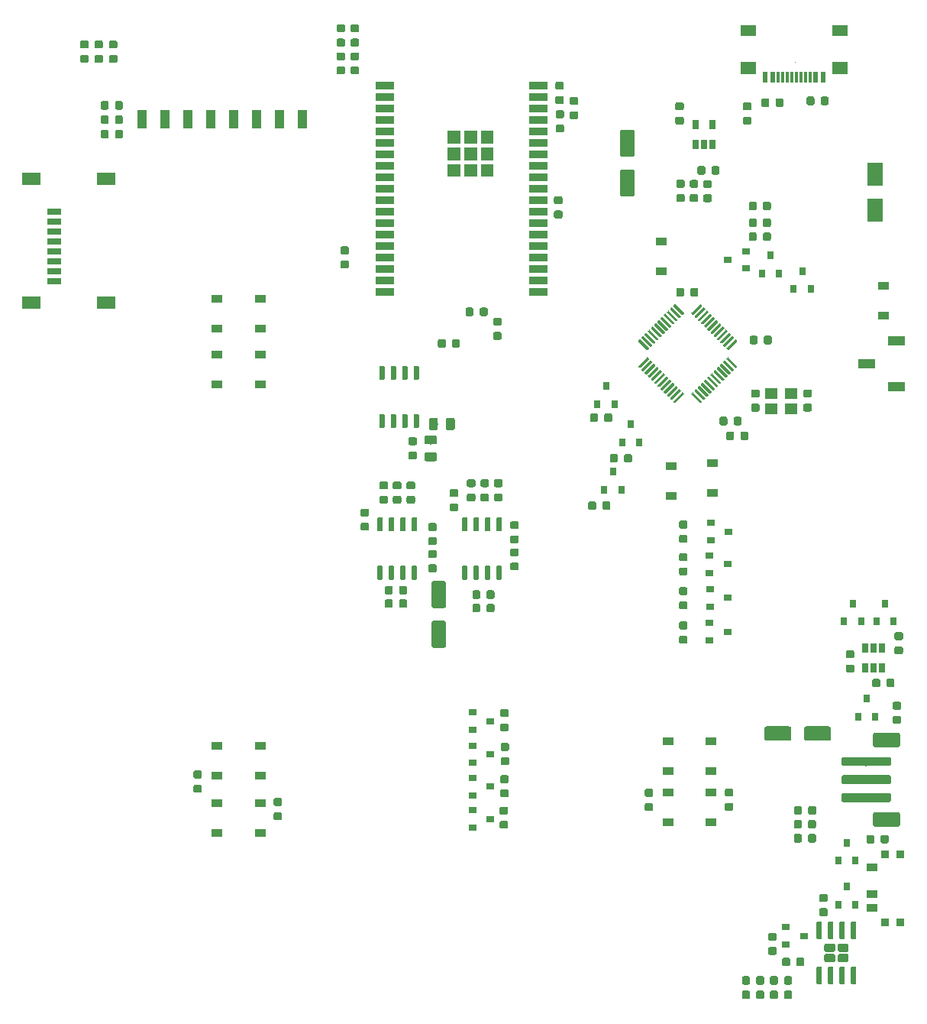
<source format=gbp>
G04 #@! TF.GenerationSoftware,KiCad,Pcbnew,(5.1.4-0-10_14)*
G04 #@! TF.CreationDate,2020-03-20T12:09:45+01:00*
G04 #@! TF.ProjectId,cz-badge-hardware,637a2d62-6164-4676-952d-686172647761,rev?*
G04 #@! TF.SameCoordinates,PX17d7840PY7735940*
G04 #@! TF.FileFunction,Paste,Bot*
G04 #@! TF.FilePolarity,Positive*
%FSLAX46Y46*%
G04 Gerber Fmt 4.6, Leading zero omitted, Abs format (unit mm)*
G04 Created by KiCad (PCBNEW (5.1.4-0-10_14)) date 2020-03-20 12:09:45*
%MOMM*%
%LPD*%
G04 APERTURE LIST*
%ADD10C,0.010000*%
%ADD11R,1.200000X0.900000*%
%ADD12R,0.900000X0.900000*%
%ADD13C,0.100000*%
%ADD14C,1.600000*%
%ADD15C,1.000000*%
%ADD16R,1.020000X2.000000*%
%ADD17R,0.800000X0.900000*%
%ADD18R,0.900000X0.800000*%
%ADD19R,2.000000X0.900000*%
%ADD20C,0.975000*%
%ADD21C,0.875000*%
%ADD22R,0.650000X1.060000*%
%ADD23C,0.600000*%
%ADD24C,0.920000*%
%ADD25R,1.800000X2.500000*%
%ADD26C,0.300000*%
%ADD27R,1.900000X1.000000*%
%ADD28R,1.400000X1.200000*%
%ADD29R,1.500000X0.800000*%
%ADD30R,2.000000X1.450000*%
%ADD31C,0.100000*%
%ADD32R,0.600000X1.160000*%
%ADD33R,0.300000X1.160000*%
%ADD34R,1.800000X1.200000*%
%ADD35R,1.800000X1.450000*%
G04 APERTURE END LIST*
D10*
G36*
X49530000Y93590000D02*
G01*
X48200000Y93590000D01*
X48200000Y92260000D01*
X49530000Y92260000D01*
X49530000Y93590000D01*
G37*
X49530000Y93590000D02*
X48200000Y93590000D01*
X48200000Y92260000D01*
X49530000Y92260000D01*
X49530000Y93590000D01*
G36*
X51365000Y93590000D02*
G01*
X50035000Y93590000D01*
X50035000Y92260000D01*
X51365000Y92260000D01*
X51365000Y93590000D01*
G37*
X51365000Y93590000D02*
X50035000Y93590000D01*
X50035000Y92260000D01*
X51365000Y92260000D01*
X51365000Y93590000D01*
G36*
X53200000Y93590000D02*
G01*
X51870000Y93590000D01*
X51870000Y92260000D01*
X53200000Y92260000D01*
X53200000Y93590000D01*
G37*
X53200000Y93590000D02*
X51870000Y93590000D01*
X51870000Y92260000D01*
X53200000Y92260000D01*
X53200000Y93590000D01*
G36*
X53200000Y97260000D02*
G01*
X51870000Y97260000D01*
X51870000Y95930000D01*
X53200000Y95930000D01*
X53200000Y97260000D01*
G37*
X53200000Y97260000D02*
X51870000Y97260000D01*
X51870000Y95930000D01*
X53200000Y95930000D01*
X53200000Y97260000D01*
G36*
X51365000Y97260000D02*
G01*
X50035000Y97260000D01*
X50035000Y95930000D01*
X51365000Y95930000D01*
X51365000Y97260000D01*
G37*
X51365000Y97260000D02*
X50035000Y97260000D01*
X50035000Y95930000D01*
X51365000Y95930000D01*
X51365000Y97260000D01*
G36*
X49530000Y97260000D02*
G01*
X48200000Y97260000D01*
X48200000Y95930000D01*
X49530000Y95930000D01*
X49530000Y97260000D01*
G37*
X49530000Y97260000D02*
X48200000Y97260000D01*
X48200000Y95930000D01*
X49530000Y95930000D01*
X49530000Y97260000D01*
G36*
X49530000Y95425000D02*
G01*
X48200000Y95425000D01*
X48200000Y94095000D01*
X49530000Y94095000D01*
X49530000Y95425000D01*
G37*
X49530000Y95425000D02*
X48200000Y95425000D01*
X48200000Y94095000D01*
X49530000Y94095000D01*
X49530000Y95425000D01*
G36*
X53200000Y95425000D02*
G01*
X51870000Y95425000D01*
X51870000Y94095000D01*
X53200000Y94095000D01*
X53200000Y95425000D01*
G37*
X53200000Y95425000D02*
X51870000Y95425000D01*
X51870000Y94095000D01*
X53200000Y94095000D01*
X53200000Y95425000D01*
G36*
X51365000Y95425000D02*
G01*
X50035000Y95425000D01*
X50035000Y94095000D01*
X51365000Y94095000D01*
X51365000Y95425000D01*
G37*
X51365000Y95425000D02*
X50035000Y95425000D01*
X50035000Y94095000D01*
X51365000Y94095000D01*
X51365000Y95425000D01*
D11*
X95200000Y15700000D03*
X95200000Y12700000D03*
X95200000Y11200000D03*
D12*
X96650000Y9600000D03*
X96650000Y17100000D03*
X98400000Y9600000D03*
X98400000Y17100000D03*
D13*
G36*
X98124504Y30598796D02*
G01*
X98148773Y30595196D01*
X98172571Y30589235D01*
X98195671Y30580970D01*
X98217849Y30570480D01*
X98238893Y30557867D01*
X98258598Y30543253D01*
X98276777Y30526777D01*
X98293253Y30508598D01*
X98307867Y30488893D01*
X98320480Y30467849D01*
X98330970Y30445671D01*
X98339235Y30422571D01*
X98345196Y30398773D01*
X98348796Y30374504D01*
X98350000Y30350000D01*
X98350000Y29250000D01*
X98348796Y29225496D01*
X98345196Y29201227D01*
X98339235Y29177429D01*
X98330970Y29154329D01*
X98320480Y29132151D01*
X98307867Y29111107D01*
X98293253Y29091402D01*
X98276777Y29073223D01*
X98258598Y29056747D01*
X98238893Y29042133D01*
X98217849Y29029520D01*
X98195671Y29019030D01*
X98172571Y29010765D01*
X98148773Y29004804D01*
X98124504Y29001204D01*
X98100000Y29000000D01*
X95600000Y29000000D01*
X95575496Y29001204D01*
X95551227Y29004804D01*
X95527429Y29010765D01*
X95504329Y29019030D01*
X95482151Y29029520D01*
X95461107Y29042133D01*
X95441402Y29056747D01*
X95423223Y29073223D01*
X95406747Y29091402D01*
X95392133Y29111107D01*
X95379520Y29132151D01*
X95369030Y29154329D01*
X95360765Y29177429D01*
X95354804Y29201227D01*
X95351204Y29225496D01*
X95350000Y29250000D01*
X95350000Y30350000D01*
X95351204Y30374504D01*
X95354804Y30398773D01*
X95360765Y30422571D01*
X95369030Y30445671D01*
X95379520Y30467849D01*
X95392133Y30488893D01*
X95406747Y30508598D01*
X95423223Y30526777D01*
X95441402Y30543253D01*
X95461107Y30557867D01*
X95482151Y30570480D01*
X95504329Y30580970D01*
X95527429Y30589235D01*
X95551227Y30595196D01*
X95575496Y30598796D01*
X95600000Y30600000D01*
X98100000Y30600000D01*
X98124504Y30598796D01*
X98124504Y30598796D01*
G37*
D14*
X96850000Y29800000D03*
D13*
G36*
X98124504Y21798796D02*
G01*
X98148773Y21795196D01*
X98172571Y21789235D01*
X98195671Y21780970D01*
X98217849Y21770480D01*
X98238893Y21757867D01*
X98258598Y21743253D01*
X98276777Y21726777D01*
X98293253Y21708598D01*
X98307867Y21688893D01*
X98320480Y21667849D01*
X98330970Y21645671D01*
X98339235Y21622571D01*
X98345196Y21598773D01*
X98348796Y21574504D01*
X98350000Y21550000D01*
X98350000Y20450000D01*
X98348796Y20425496D01*
X98345196Y20401227D01*
X98339235Y20377429D01*
X98330970Y20354329D01*
X98320480Y20332151D01*
X98307867Y20311107D01*
X98293253Y20291402D01*
X98276777Y20273223D01*
X98258598Y20256747D01*
X98238893Y20242133D01*
X98217849Y20229520D01*
X98195671Y20219030D01*
X98172571Y20210765D01*
X98148773Y20204804D01*
X98124504Y20201204D01*
X98100000Y20200000D01*
X95600000Y20200000D01*
X95575496Y20201204D01*
X95551227Y20204804D01*
X95527429Y20210765D01*
X95504329Y20219030D01*
X95482151Y20229520D01*
X95461107Y20242133D01*
X95441402Y20256747D01*
X95423223Y20273223D01*
X95406747Y20291402D01*
X95392133Y20311107D01*
X95379520Y20332151D01*
X95369030Y20354329D01*
X95360765Y20377429D01*
X95354804Y20401227D01*
X95351204Y20425496D01*
X95350000Y20450000D01*
X95350000Y21550000D01*
X95351204Y21574504D01*
X95354804Y21598773D01*
X95360765Y21622571D01*
X95369030Y21645671D01*
X95379520Y21667849D01*
X95392133Y21688893D01*
X95406747Y21708598D01*
X95423223Y21726777D01*
X95441402Y21743253D01*
X95461107Y21757867D01*
X95482151Y21770480D01*
X95504329Y21780970D01*
X95527429Y21789235D01*
X95551227Y21795196D01*
X95575496Y21798796D01*
X95600000Y21800000D01*
X98100000Y21800000D01*
X98124504Y21798796D01*
X98124504Y21798796D01*
G37*
D14*
X96850000Y21000000D03*
D13*
G36*
X97124504Y27898796D02*
G01*
X97148773Y27895196D01*
X97172571Y27889235D01*
X97195671Y27880970D01*
X97217849Y27870480D01*
X97238893Y27857867D01*
X97258598Y27843253D01*
X97276777Y27826777D01*
X97293253Y27808598D01*
X97307867Y27788893D01*
X97320480Y27767849D01*
X97330970Y27745671D01*
X97339235Y27722571D01*
X97345196Y27698773D01*
X97348796Y27674504D01*
X97350000Y27650000D01*
X97350000Y27150000D01*
X97348796Y27125496D01*
X97345196Y27101227D01*
X97339235Y27077429D01*
X97330970Y27054329D01*
X97320480Y27032151D01*
X97307867Y27011107D01*
X97293253Y26991402D01*
X97276777Y26973223D01*
X97258598Y26956747D01*
X97238893Y26942133D01*
X97217849Y26929520D01*
X97195671Y26919030D01*
X97172571Y26910765D01*
X97148773Y26904804D01*
X97124504Y26901204D01*
X97100000Y26900000D01*
X92100000Y26900000D01*
X92075496Y26901204D01*
X92051227Y26904804D01*
X92027429Y26910765D01*
X92004329Y26919030D01*
X91982151Y26929520D01*
X91961107Y26942133D01*
X91941402Y26956747D01*
X91923223Y26973223D01*
X91906747Y26991402D01*
X91892133Y27011107D01*
X91879520Y27032151D01*
X91869030Y27054329D01*
X91860765Y27077429D01*
X91854804Y27101227D01*
X91851204Y27125496D01*
X91850000Y27150000D01*
X91850000Y27650000D01*
X91851204Y27674504D01*
X91854804Y27698773D01*
X91860765Y27722571D01*
X91869030Y27745671D01*
X91879520Y27767849D01*
X91892133Y27788893D01*
X91906747Y27808598D01*
X91923223Y27826777D01*
X91941402Y27843253D01*
X91961107Y27857867D01*
X91982151Y27870480D01*
X92004329Y27880970D01*
X92027429Y27889235D01*
X92051227Y27895196D01*
X92075496Y27898796D01*
X92100000Y27900000D01*
X97100000Y27900000D01*
X97124504Y27898796D01*
X97124504Y27898796D01*
G37*
D15*
X94600000Y27400000D03*
D13*
G36*
X97124504Y25898796D02*
G01*
X97148773Y25895196D01*
X97172571Y25889235D01*
X97195671Y25880970D01*
X97217849Y25870480D01*
X97238893Y25857867D01*
X97258598Y25843253D01*
X97276777Y25826777D01*
X97293253Y25808598D01*
X97307867Y25788893D01*
X97320480Y25767849D01*
X97330970Y25745671D01*
X97339235Y25722571D01*
X97345196Y25698773D01*
X97348796Y25674504D01*
X97350000Y25650000D01*
X97350000Y25150000D01*
X97348796Y25125496D01*
X97345196Y25101227D01*
X97339235Y25077429D01*
X97330970Y25054329D01*
X97320480Y25032151D01*
X97307867Y25011107D01*
X97293253Y24991402D01*
X97276777Y24973223D01*
X97258598Y24956747D01*
X97238893Y24942133D01*
X97217849Y24929520D01*
X97195671Y24919030D01*
X97172571Y24910765D01*
X97148773Y24904804D01*
X97124504Y24901204D01*
X97100000Y24900000D01*
X92100000Y24900000D01*
X92075496Y24901204D01*
X92051227Y24904804D01*
X92027429Y24910765D01*
X92004329Y24919030D01*
X91982151Y24929520D01*
X91961107Y24942133D01*
X91941402Y24956747D01*
X91923223Y24973223D01*
X91906747Y24991402D01*
X91892133Y25011107D01*
X91879520Y25032151D01*
X91869030Y25054329D01*
X91860765Y25077429D01*
X91854804Y25101227D01*
X91851204Y25125496D01*
X91850000Y25150000D01*
X91850000Y25650000D01*
X91851204Y25674504D01*
X91854804Y25698773D01*
X91860765Y25722571D01*
X91869030Y25745671D01*
X91879520Y25767849D01*
X91892133Y25788893D01*
X91906747Y25808598D01*
X91923223Y25826777D01*
X91941402Y25843253D01*
X91961107Y25857867D01*
X91982151Y25870480D01*
X92004329Y25880970D01*
X92027429Y25889235D01*
X92051227Y25895196D01*
X92075496Y25898796D01*
X92100000Y25900000D01*
X97100000Y25900000D01*
X97124504Y25898796D01*
X97124504Y25898796D01*
G37*
D15*
X94600000Y25400000D03*
D13*
G36*
X97124504Y23898796D02*
G01*
X97148773Y23895196D01*
X97172571Y23889235D01*
X97195671Y23880970D01*
X97217849Y23870480D01*
X97238893Y23857867D01*
X97258598Y23843253D01*
X97276777Y23826777D01*
X97293253Y23808598D01*
X97307867Y23788893D01*
X97320480Y23767849D01*
X97330970Y23745671D01*
X97339235Y23722571D01*
X97345196Y23698773D01*
X97348796Y23674504D01*
X97350000Y23650000D01*
X97350000Y23150000D01*
X97348796Y23125496D01*
X97345196Y23101227D01*
X97339235Y23077429D01*
X97330970Y23054329D01*
X97320480Y23032151D01*
X97307867Y23011107D01*
X97293253Y22991402D01*
X97276777Y22973223D01*
X97258598Y22956747D01*
X97238893Y22942133D01*
X97217849Y22929520D01*
X97195671Y22919030D01*
X97172571Y22910765D01*
X97148773Y22904804D01*
X97124504Y22901204D01*
X97100000Y22900000D01*
X92100000Y22900000D01*
X92075496Y22901204D01*
X92051227Y22904804D01*
X92027429Y22910765D01*
X92004329Y22919030D01*
X91982151Y22929520D01*
X91961107Y22942133D01*
X91941402Y22956747D01*
X91923223Y22973223D01*
X91906747Y22991402D01*
X91892133Y23011107D01*
X91879520Y23032151D01*
X91869030Y23054329D01*
X91860765Y23077429D01*
X91854804Y23101227D01*
X91851204Y23125496D01*
X91850000Y23150000D01*
X91850000Y23650000D01*
X91851204Y23674504D01*
X91854804Y23698773D01*
X91860765Y23722571D01*
X91869030Y23745671D01*
X91879520Y23767849D01*
X91892133Y23788893D01*
X91906747Y23808598D01*
X91923223Y23826777D01*
X91941402Y23843253D01*
X91961107Y23857867D01*
X91982151Y23870480D01*
X92004329Y23880970D01*
X92027429Y23889235D01*
X92051227Y23895196D01*
X92075496Y23898796D01*
X92100000Y23900000D01*
X97100000Y23900000D01*
X97124504Y23898796D01*
X97124504Y23898796D01*
G37*
D15*
X94600000Y23400000D03*
D16*
X32080000Y98600000D03*
X29540000Y98600000D03*
X27000000Y98600000D03*
X24460000Y98600000D03*
X21920000Y98600000D03*
X19380000Y98600000D03*
X16840000Y98600000D03*
X14300000Y98600000D03*
D17*
X68500000Y64750000D03*
X67550000Y62750000D03*
X69450000Y62750000D03*
D18*
X79250000Y83000000D03*
X81250000Y82050000D03*
X81250000Y83950000D03*
D17*
X87500000Y81750000D03*
X86550000Y79750000D03*
X88450000Y79750000D03*
X66500000Y59500000D03*
X65550000Y57500000D03*
X67450000Y57500000D03*
X65750000Y69000000D03*
X64800000Y67000000D03*
X66700000Y67000000D03*
X84000000Y83500000D03*
X83050000Y81500000D03*
X84950000Y81500000D03*
D19*
X41200000Y102260000D03*
X41200000Y100990000D03*
X41200000Y99720000D03*
X41200000Y98450000D03*
X41200000Y97180000D03*
X41200000Y95910000D03*
X41200000Y94640000D03*
X41200000Y93370000D03*
X41200000Y92100000D03*
X41200000Y90830000D03*
X41200000Y89560000D03*
X41200000Y88290000D03*
X41200000Y87020000D03*
X41200000Y85750000D03*
X41200000Y84480000D03*
X41200000Y83210000D03*
X41200000Y81940000D03*
X41200000Y80670000D03*
X41200000Y79400000D03*
X58200000Y79400000D03*
X58200000Y80670000D03*
X58200000Y81940000D03*
X58200000Y83210000D03*
X58200000Y84480000D03*
X58200000Y85750000D03*
X58200000Y87020000D03*
X58200000Y88290000D03*
X58200000Y89560000D03*
X58200000Y90830000D03*
X58200000Y92100000D03*
X58200000Y93370000D03*
X58200000Y94640000D03*
X58200000Y95910000D03*
X58200000Y97180000D03*
X58200000Y98450000D03*
X58200000Y99720000D03*
X58200000Y100990000D03*
X58200000Y102260000D03*
D13*
G36*
X48755142Y65498826D02*
G01*
X48778803Y65495316D01*
X48802007Y65489504D01*
X48824529Y65481446D01*
X48846153Y65471218D01*
X48866670Y65458921D01*
X48885883Y65444671D01*
X48903607Y65428607D01*
X48919671Y65410883D01*
X48933921Y65391670D01*
X48946218Y65371153D01*
X48956446Y65349529D01*
X48964504Y65327007D01*
X48970316Y65303803D01*
X48973826Y65280142D01*
X48975000Y65256250D01*
X48975000Y64343750D01*
X48973826Y64319858D01*
X48970316Y64296197D01*
X48964504Y64272993D01*
X48956446Y64250471D01*
X48946218Y64228847D01*
X48933921Y64208330D01*
X48919671Y64189117D01*
X48903607Y64171393D01*
X48885883Y64155329D01*
X48866670Y64141079D01*
X48846153Y64128782D01*
X48824529Y64118554D01*
X48802007Y64110496D01*
X48778803Y64104684D01*
X48755142Y64101174D01*
X48731250Y64100000D01*
X48243750Y64100000D01*
X48219858Y64101174D01*
X48196197Y64104684D01*
X48172993Y64110496D01*
X48150471Y64118554D01*
X48128847Y64128782D01*
X48108330Y64141079D01*
X48089117Y64155329D01*
X48071393Y64171393D01*
X48055329Y64189117D01*
X48041079Y64208330D01*
X48028782Y64228847D01*
X48018554Y64250471D01*
X48010496Y64272993D01*
X48004684Y64296197D01*
X48001174Y64319858D01*
X48000000Y64343750D01*
X48000000Y65256250D01*
X48001174Y65280142D01*
X48004684Y65303803D01*
X48010496Y65327007D01*
X48018554Y65349529D01*
X48028782Y65371153D01*
X48041079Y65391670D01*
X48055329Y65410883D01*
X48071393Y65428607D01*
X48089117Y65444671D01*
X48108330Y65458921D01*
X48128847Y65471218D01*
X48150471Y65481446D01*
X48172993Y65489504D01*
X48196197Y65495316D01*
X48219858Y65498826D01*
X48243750Y65500000D01*
X48731250Y65500000D01*
X48755142Y65498826D01*
X48755142Y65498826D01*
G37*
D20*
X48487500Y64800000D03*
D13*
G36*
X46880142Y65498826D02*
G01*
X46903803Y65495316D01*
X46927007Y65489504D01*
X46949529Y65481446D01*
X46971153Y65471218D01*
X46991670Y65458921D01*
X47010883Y65444671D01*
X47028607Y65428607D01*
X47044671Y65410883D01*
X47058921Y65391670D01*
X47071218Y65371153D01*
X47081446Y65349529D01*
X47089504Y65327007D01*
X47095316Y65303803D01*
X47098826Y65280142D01*
X47100000Y65256250D01*
X47100000Y64343750D01*
X47098826Y64319858D01*
X47095316Y64296197D01*
X47089504Y64272993D01*
X47081446Y64250471D01*
X47071218Y64228847D01*
X47058921Y64208330D01*
X47044671Y64189117D01*
X47028607Y64171393D01*
X47010883Y64155329D01*
X46991670Y64141079D01*
X46971153Y64128782D01*
X46949529Y64118554D01*
X46927007Y64110496D01*
X46903803Y64104684D01*
X46880142Y64101174D01*
X46856250Y64100000D01*
X46368750Y64100000D01*
X46344858Y64101174D01*
X46321197Y64104684D01*
X46297993Y64110496D01*
X46275471Y64118554D01*
X46253847Y64128782D01*
X46233330Y64141079D01*
X46214117Y64155329D01*
X46196393Y64171393D01*
X46180329Y64189117D01*
X46166079Y64208330D01*
X46153782Y64228847D01*
X46143554Y64250471D01*
X46135496Y64272993D01*
X46129684Y64296197D01*
X46126174Y64319858D01*
X46125000Y64343750D01*
X46125000Y65256250D01*
X46126174Y65280142D01*
X46129684Y65303803D01*
X46135496Y65327007D01*
X46143554Y65349529D01*
X46153782Y65371153D01*
X46166079Y65391670D01*
X46180329Y65410883D01*
X46196393Y65428607D01*
X46214117Y65444671D01*
X46233330Y65458921D01*
X46253847Y65471218D01*
X46275471Y65481446D01*
X46297993Y65489504D01*
X46321197Y65495316D01*
X46344858Y65498826D01*
X46368750Y65500000D01*
X46856250Y65500000D01*
X46880142Y65498826D01*
X46880142Y65498826D01*
G37*
D20*
X46612500Y64800000D03*
D13*
G36*
X47774504Y42998796D02*
G01*
X47798773Y42995196D01*
X47822571Y42989235D01*
X47845671Y42980970D01*
X47867849Y42970480D01*
X47888893Y42957867D01*
X47908598Y42943253D01*
X47926777Y42926777D01*
X47943253Y42908598D01*
X47957867Y42888893D01*
X47970480Y42867849D01*
X47980970Y42845671D01*
X47989235Y42822571D01*
X47995196Y42798773D01*
X47998796Y42774504D01*
X48000000Y42750000D01*
X48000000Y40250000D01*
X47998796Y40225496D01*
X47995196Y40201227D01*
X47989235Y40177429D01*
X47980970Y40154329D01*
X47970480Y40132151D01*
X47957867Y40111107D01*
X47943253Y40091402D01*
X47926777Y40073223D01*
X47908598Y40056747D01*
X47888893Y40042133D01*
X47867849Y40029520D01*
X47845671Y40019030D01*
X47822571Y40010765D01*
X47798773Y40004804D01*
X47774504Y40001204D01*
X47750000Y40000000D01*
X46650000Y40000000D01*
X46625496Y40001204D01*
X46601227Y40004804D01*
X46577429Y40010765D01*
X46554329Y40019030D01*
X46532151Y40029520D01*
X46511107Y40042133D01*
X46491402Y40056747D01*
X46473223Y40073223D01*
X46456747Y40091402D01*
X46442133Y40111107D01*
X46429520Y40132151D01*
X46419030Y40154329D01*
X46410765Y40177429D01*
X46404804Y40201227D01*
X46401204Y40225496D01*
X46400000Y40250000D01*
X46400000Y42750000D01*
X46401204Y42774504D01*
X46404804Y42798773D01*
X46410765Y42822571D01*
X46419030Y42845671D01*
X46429520Y42867849D01*
X46442133Y42888893D01*
X46456747Y42908598D01*
X46473223Y42926777D01*
X46491402Y42943253D01*
X46511107Y42957867D01*
X46532151Y42970480D01*
X46554329Y42980970D01*
X46577429Y42989235D01*
X46601227Y42995196D01*
X46625496Y42998796D01*
X46650000Y43000000D01*
X47750000Y43000000D01*
X47774504Y42998796D01*
X47774504Y42998796D01*
G37*
D14*
X47200000Y41500000D03*
D13*
G36*
X47774504Y47398796D02*
G01*
X47798773Y47395196D01*
X47822571Y47389235D01*
X47845671Y47380970D01*
X47867849Y47370480D01*
X47888893Y47357867D01*
X47908598Y47343253D01*
X47926777Y47326777D01*
X47943253Y47308598D01*
X47957867Y47288893D01*
X47970480Y47267849D01*
X47980970Y47245671D01*
X47989235Y47222571D01*
X47995196Y47198773D01*
X47998796Y47174504D01*
X48000000Y47150000D01*
X48000000Y44650000D01*
X47998796Y44625496D01*
X47995196Y44601227D01*
X47989235Y44577429D01*
X47980970Y44554329D01*
X47970480Y44532151D01*
X47957867Y44511107D01*
X47943253Y44491402D01*
X47926777Y44473223D01*
X47908598Y44456747D01*
X47888893Y44442133D01*
X47867849Y44429520D01*
X47845671Y44419030D01*
X47822571Y44410765D01*
X47798773Y44404804D01*
X47774504Y44401204D01*
X47750000Y44400000D01*
X46650000Y44400000D01*
X46625496Y44401204D01*
X46601227Y44404804D01*
X46577429Y44410765D01*
X46554329Y44419030D01*
X46532151Y44429520D01*
X46511107Y44442133D01*
X46491402Y44456747D01*
X46473223Y44473223D01*
X46456747Y44491402D01*
X46442133Y44511107D01*
X46429520Y44532151D01*
X46419030Y44554329D01*
X46410765Y44577429D01*
X46404804Y44601227D01*
X46401204Y44625496D01*
X46400000Y44650000D01*
X46400000Y47150000D01*
X46401204Y47174504D01*
X46404804Y47198773D01*
X46410765Y47222571D01*
X46419030Y47245671D01*
X46429520Y47267849D01*
X46442133Y47288893D01*
X46456747Y47308598D01*
X46473223Y47326777D01*
X46491402Y47343253D01*
X46511107Y47357867D01*
X46532151Y47370480D01*
X46554329Y47380970D01*
X46577429Y47389235D01*
X46601227Y47395196D01*
X46625496Y47398796D01*
X46650000Y47400000D01*
X47750000Y47400000D01*
X47774504Y47398796D01*
X47774504Y47398796D01*
G37*
D14*
X47200000Y45900000D03*
D13*
G36*
X87265191Y22473947D02*
G01*
X87286426Y22470797D01*
X87307250Y22465581D01*
X87327462Y22458349D01*
X87346868Y22449170D01*
X87365281Y22438134D01*
X87382524Y22425346D01*
X87398430Y22410930D01*
X87412846Y22395024D01*
X87425634Y22377781D01*
X87436670Y22359368D01*
X87445849Y22339962D01*
X87453081Y22319750D01*
X87458297Y22298926D01*
X87461447Y22277691D01*
X87462500Y22256250D01*
X87462500Y21743750D01*
X87461447Y21722309D01*
X87458297Y21701074D01*
X87453081Y21680250D01*
X87445849Y21660038D01*
X87436670Y21640632D01*
X87425634Y21622219D01*
X87412846Y21604976D01*
X87398430Y21589070D01*
X87382524Y21574654D01*
X87365281Y21561866D01*
X87346868Y21550830D01*
X87327462Y21541651D01*
X87307250Y21534419D01*
X87286426Y21529203D01*
X87265191Y21526053D01*
X87243750Y21525000D01*
X86806250Y21525000D01*
X86784809Y21526053D01*
X86763574Y21529203D01*
X86742750Y21534419D01*
X86722538Y21541651D01*
X86703132Y21550830D01*
X86684719Y21561866D01*
X86667476Y21574654D01*
X86651570Y21589070D01*
X86637154Y21604976D01*
X86624366Y21622219D01*
X86613330Y21640632D01*
X86604151Y21660038D01*
X86596919Y21680250D01*
X86591703Y21701074D01*
X86588553Y21722309D01*
X86587500Y21743750D01*
X86587500Y22256250D01*
X86588553Y22277691D01*
X86591703Y22298926D01*
X86596919Y22319750D01*
X86604151Y22339962D01*
X86613330Y22359368D01*
X86624366Y22377781D01*
X86637154Y22395024D01*
X86651570Y22410930D01*
X86667476Y22425346D01*
X86684719Y22438134D01*
X86703132Y22449170D01*
X86722538Y22458349D01*
X86742750Y22465581D01*
X86763574Y22470797D01*
X86784809Y22473947D01*
X86806250Y22475000D01*
X87243750Y22475000D01*
X87265191Y22473947D01*
X87265191Y22473947D01*
G37*
D21*
X87025000Y22000000D03*
D13*
G36*
X88840191Y22473947D02*
G01*
X88861426Y22470797D01*
X88882250Y22465581D01*
X88902462Y22458349D01*
X88921868Y22449170D01*
X88940281Y22438134D01*
X88957524Y22425346D01*
X88973430Y22410930D01*
X88987846Y22395024D01*
X89000634Y22377781D01*
X89011670Y22359368D01*
X89020849Y22339962D01*
X89028081Y22319750D01*
X89033297Y22298926D01*
X89036447Y22277691D01*
X89037500Y22256250D01*
X89037500Y21743750D01*
X89036447Y21722309D01*
X89033297Y21701074D01*
X89028081Y21680250D01*
X89020849Y21660038D01*
X89011670Y21640632D01*
X89000634Y21622219D01*
X88987846Y21604976D01*
X88973430Y21589070D01*
X88957524Y21574654D01*
X88940281Y21561866D01*
X88921868Y21550830D01*
X88902462Y21541651D01*
X88882250Y21534419D01*
X88861426Y21529203D01*
X88840191Y21526053D01*
X88818750Y21525000D01*
X88381250Y21525000D01*
X88359809Y21526053D01*
X88338574Y21529203D01*
X88317750Y21534419D01*
X88297538Y21541651D01*
X88278132Y21550830D01*
X88259719Y21561866D01*
X88242476Y21574654D01*
X88226570Y21589070D01*
X88212154Y21604976D01*
X88199366Y21622219D01*
X88188330Y21640632D01*
X88179151Y21660038D01*
X88171919Y21680250D01*
X88166703Y21701074D01*
X88163553Y21722309D01*
X88162500Y21743750D01*
X88162500Y22256250D01*
X88163553Y22277691D01*
X88166703Y22298926D01*
X88171919Y22319750D01*
X88179151Y22339962D01*
X88188330Y22359368D01*
X88199366Y22377781D01*
X88212154Y22395024D01*
X88226570Y22410930D01*
X88242476Y22425346D01*
X88259719Y22438134D01*
X88278132Y22449170D01*
X88297538Y22458349D01*
X88317750Y22465581D01*
X88338574Y22470797D01*
X88359809Y22473947D01*
X88381250Y22475000D01*
X88818750Y22475000D01*
X88840191Y22473947D01*
X88840191Y22473947D01*
G37*
D21*
X88600000Y22000000D03*
D13*
G36*
X87252691Y19373947D02*
G01*
X87273926Y19370797D01*
X87294750Y19365581D01*
X87314962Y19358349D01*
X87334368Y19349170D01*
X87352781Y19338134D01*
X87370024Y19325346D01*
X87385930Y19310930D01*
X87400346Y19295024D01*
X87413134Y19277781D01*
X87424170Y19259368D01*
X87433349Y19239962D01*
X87440581Y19219750D01*
X87445797Y19198926D01*
X87448947Y19177691D01*
X87450000Y19156250D01*
X87450000Y18643750D01*
X87448947Y18622309D01*
X87445797Y18601074D01*
X87440581Y18580250D01*
X87433349Y18560038D01*
X87424170Y18540632D01*
X87413134Y18522219D01*
X87400346Y18504976D01*
X87385930Y18489070D01*
X87370024Y18474654D01*
X87352781Y18461866D01*
X87334368Y18450830D01*
X87314962Y18441651D01*
X87294750Y18434419D01*
X87273926Y18429203D01*
X87252691Y18426053D01*
X87231250Y18425000D01*
X86793750Y18425000D01*
X86772309Y18426053D01*
X86751074Y18429203D01*
X86730250Y18434419D01*
X86710038Y18441651D01*
X86690632Y18450830D01*
X86672219Y18461866D01*
X86654976Y18474654D01*
X86639070Y18489070D01*
X86624654Y18504976D01*
X86611866Y18522219D01*
X86600830Y18540632D01*
X86591651Y18560038D01*
X86584419Y18580250D01*
X86579203Y18601074D01*
X86576053Y18622309D01*
X86575000Y18643750D01*
X86575000Y19156250D01*
X86576053Y19177691D01*
X86579203Y19198926D01*
X86584419Y19219750D01*
X86591651Y19239962D01*
X86600830Y19259368D01*
X86611866Y19277781D01*
X86624654Y19295024D01*
X86639070Y19310930D01*
X86654976Y19325346D01*
X86672219Y19338134D01*
X86690632Y19349170D01*
X86710038Y19358349D01*
X86730250Y19365581D01*
X86751074Y19370797D01*
X86772309Y19373947D01*
X86793750Y19375000D01*
X87231250Y19375000D01*
X87252691Y19373947D01*
X87252691Y19373947D01*
G37*
D21*
X87012500Y18900000D03*
D13*
G36*
X88827691Y19373947D02*
G01*
X88848926Y19370797D01*
X88869750Y19365581D01*
X88889962Y19358349D01*
X88909368Y19349170D01*
X88927781Y19338134D01*
X88945024Y19325346D01*
X88960930Y19310930D01*
X88975346Y19295024D01*
X88988134Y19277781D01*
X88999170Y19259368D01*
X89008349Y19239962D01*
X89015581Y19219750D01*
X89020797Y19198926D01*
X89023947Y19177691D01*
X89025000Y19156250D01*
X89025000Y18643750D01*
X89023947Y18622309D01*
X89020797Y18601074D01*
X89015581Y18580250D01*
X89008349Y18560038D01*
X88999170Y18540632D01*
X88988134Y18522219D01*
X88975346Y18504976D01*
X88960930Y18489070D01*
X88945024Y18474654D01*
X88927781Y18461866D01*
X88909368Y18450830D01*
X88889962Y18441651D01*
X88869750Y18434419D01*
X88848926Y18429203D01*
X88827691Y18426053D01*
X88806250Y18425000D01*
X88368750Y18425000D01*
X88347309Y18426053D01*
X88326074Y18429203D01*
X88305250Y18434419D01*
X88285038Y18441651D01*
X88265632Y18450830D01*
X88247219Y18461866D01*
X88229976Y18474654D01*
X88214070Y18489070D01*
X88199654Y18504976D01*
X88186866Y18522219D01*
X88175830Y18540632D01*
X88166651Y18560038D01*
X88159419Y18580250D01*
X88154203Y18601074D01*
X88151053Y18622309D01*
X88150000Y18643750D01*
X88150000Y19156250D01*
X88151053Y19177691D01*
X88154203Y19198926D01*
X88159419Y19219750D01*
X88166651Y19239962D01*
X88175830Y19259368D01*
X88186866Y19277781D01*
X88199654Y19295024D01*
X88214070Y19310930D01*
X88229976Y19325346D01*
X88247219Y19338134D01*
X88265632Y19349170D01*
X88285038Y19358349D01*
X88305250Y19365581D01*
X88326074Y19370797D01*
X88347309Y19373947D01*
X88368750Y19375000D01*
X88806250Y19375000D01*
X88827691Y19373947D01*
X88827691Y19373947D01*
G37*
D21*
X88587500Y18900000D03*
D13*
G36*
X88827691Y20923947D02*
G01*
X88848926Y20920797D01*
X88869750Y20915581D01*
X88889962Y20908349D01*
X88909368Y20899170D01*
X88927781Y20888134D01*
X88945024Y20875346D01*
X88960930Y20860930D01*
X88975346Y20845024D01*
X88988134Y20827781D01*
X88999170Y20809368D01*
X89008349Y20789962D01*
X89015581Y20769750D01*
X89020797Y20748926D01*
X89023947Y20727691D01*
X89025000Y20706250D01*
X89025000Y20193750D01*
X89023947Y20172309D01*
X89020797Y20151074D01*
X89015581Y20130250D01*
X89008349Y20110038D01*
X88999170Y20090632D01*
X88988134Y20072219D01*
X88975346Y20054976D01*
X88960930Y20039070D01*
X88945024Y20024654D01*
X88927781Y20011866D01*
X88909368Y20000830D01*
X88889962Y19991651D01*
X88869750Y19984419D01*
X88848926Y19979203D01*
X88827691Y19976053D01*
X88806250Y19975000D01*
X88368750Y19975000D01*
X88347309Y19976053D01*
X88326074Y19979203D01*
X88305250Y19984419D01*
X88285038Y19991651D01*
X88265632Y20000830D01*
X88247219Y20011866D01*
X88229976Y20024654D01*
X88214070Y20039070D01*
X88199654Y20054976D01*
X88186866Y20072219D01*
X88175830Y20090632D01*
X88166651Y20110038D01*
X88159419Y20130250D01*
X88154203Y20151074D01*
X88151053Y20172309D01*
X88150000Y20193750D01*
X88150000Y20706250D01*
X88151053Y20727691D01*
X88154203Y20748926D01*
X88159419Y20769750D01*
X88166651Y20789962D01*
X88175830Y20809368D01*
X88186866Y20827781D01*
X88199654Y20845024D01*
X88214070Y20860930D01*
X88229976Y20875346D01*
X88247219Y20888134D01*
X88265632Y20899170D01*
X88285038Y20908349D01*
X88305250Y20915581D01*
X88326074Y20920797D01*
X88347309Y20923947D01*
X88368750Y20925000D01*
X88806250Y20925000D01*
X88827691Y20923947D01*
X88827691Y20923947D01*
G37*
D21*
X88587500Y20450000D03*
D13*
G36*
X87252691Y20923947D02*
G01*
X87273926Y20920797D01*
X87294750Y20915581D01*
X87314962Y20908349D01*
X87334368Y20899170D01*
X87352781Y20888134D01*
X87370024Y20875346D01*
X87385930Y20860930D01*
X87400346Y20845024D01*
X87413134Y20827781D01*
X87424170Y20809368D01*
X87433349Y20789962D01*
X87440581Y20769750D01*
X87445797Y20748926D01*
X87448947Y20727691D01*
X87450000Y20706250D01*
X87450000Y20193750D01*
X87448947Y20172309D01*
X87445797Y20151074D01*
X87440581Y20130250D01*
X87433349Y20110038D01*
X87424170Y20090632D01*
X87413134Y20072219D01*
X87400346Y20054976D01*
X87385930Y20039070D01*
X87370024Y20024654D01*
X87352781Y20011866D01*
X87334368Y20000830D01*
X87314962Y19991651D01*
X87294750Y19984419D01*
X87273926Y19979203D01*
X87252691Y19976053D01*
X87231250Y19975000D01*
X86793750Y19975000D01*
X86772309Y19976053D01*
X86751074Y19979203D01*
X86730250Y19984419D01*
X86710038Y19991651D01*
X86690632Y20000830D01*
X86672219Y20011866D01*
X86654976Y20024654D01*
X86639070Y20039070D01*
X86624654Y20054976D01*
X86611866Y20072219D01*
X86600830Y20090632D01*
X86591651Y20110038D01*
X86584419Y20130250D01*
X86579203Y20151074D01*
X86576053Y20172309D01*
X86575000Y20193750D01*
X86575000Y20706250D01*
X86576053Y20727691D01*
X86579203Y20748926D01*
X86584419Y20769750D01*
X86591651Y20789962D01*
X86600830Y20809368D01*
X86611866Y20827781D01*
X86624654Y20845024D01*
X86639070Y20860930D01*
X86654976Y20875346D01*
X86672219Y20888134D01*
X86690632Y20899170D01*
X86710038Y20908349D01*
X86730250Y20915581D01*
X86751074Y20920797D01*
X86772309Y20923947D01*
X86793750Y20925000D01*
X87231250Y20925000D01*
X87252691Y20923947D01*
X87252691Y20923947D01*
G37*
D21*
X87012500Y20450000D03*
D13*
G36*
X68674504Y92998796D02*
G01*
X68698773Y92995196D01*
X68722571Y92989235D01*
X68745671Y92980970D01*
X68767849Y92970480D01*
X68788893Y92957867D01*
X68808598Y92943253D01*
X68826777Y92926777D01*
X68843253Y92908598D01*
X68857867Y92888893D01*
X68870480Y92867849D01*
X68880970Y92845671D01*
X68889235Y92822571D01*
X68895196Y92798773D01*
X68898796Y92774504D01*
X68900000Y92750000D01*
X68900000Y90250000D01*
X68898796Y90225496D01*
X68895196Y90201227D01*
X68889235Y90177429D01*
X68880970Y90154329D01*
X68870480Y90132151D01*
X68857867Y90111107D01*
X68843253Y90091402D01*
X68826777Y90073223D01*
X68808598Y90056747D01*
X68788893Y90042133D01*
X68767849Y90029520D01*
X68745671Y90019030D01*
X68722571Y90010765D01*
X68698773Y90004804D01*
X68674504Y90001204D01*
X68650000Y90000000D01*
X67550000Y90000000D01*
X67525496Y90001204D01*
X67501227Y90004804D01*
X67477429Y90010765D01*
X67454329Y90019030D01*
X67432151Y90029520D01*
X67411107Y90042133D01*
X67391402Y90056747D01*
X67373223Y90073223D01*
X67356747Y90091402D01*
X67342133Y90111107D01*
X67329520Y90132151D01*
X67319030Y90154329D01*
X67310765Y90177429D01*
X67304804Y90201227D01*
X67301204Y90225496D01*
X67300000Y90250000D01*
X67300000Y92750000D01*
X67301204Y92774504D01*
X67304804Y92798773D01*
X67310765Y92822571D01*
X67319030Y92845671D01*
X67329520Y92867849D01*
X67342133Y92888893D01*
X67356747Y92908598D01*
X67373223Y92926777D01*
X67391402Y92943253D01*
X67411107Y92957867D01*
X67432151Y92970480D01*
X67454329Y92980970D01*
X67477429Y92989235D01*
X67501227Y92995196D01*
X67525496Y92998796D01*
X67550000Y93000000D01*
X68650000Y93000000D01*
X68674504Y92998796D01*
X68674504Y92998796D01*
G37*
D14*
X68100000Y91500000D03*
D13*
G36*
X68674504Y97398796D02*
G01*
X68698773Y97395196D01*
X68722571Y97389235D01*
X68745671Y97380970D01*
X68767849Y97370480D01*
X68788893Y97357867D01*
X68808598Y97343253D01*
X68826777Y97326777D01*
X68843253Y97308598D01*
X68857867Y97288893D01*
X68870480Y97267849D01*
X68880970Y97245671D01*
X68889235Y97222571D01*
X68895196Y97198773D01*
X68898796Y97174504D01*
X68900000Y97150000D01*
X68900000Y94650000D01*
X68898796Y94625496D01*
X68895196Y94601227D01*
X68889235Y94577429D01*
X68880970Y94554329D01*
X68870480Y94532151D01*
X68857867Y94511107D01*
X68843253Y94491402D01*
X68826777Y94473223D01*
X68808598Y94456747D01*
X68788893Y94442133D01*
X68767849Y94429520D01*
X68745671Y94419030D01*
X68722571Y94410765D01*
X68698773Y94404804D01*
X68674504Y94401204D01*
X68650000Y94400000D01*
X67550000Y94400000D01*
X67525496Y94401204D01*
X67501227Y94404804D01*
X67477429Y94410765D01*
X67454329Y94419030D01*
X67432151Y94429520D01*
X67411107Y94442133D01*
X67391402Y94456747D01*
X67373223Y94473223D01*
X67356747Y94491402D01*
X67342133Y94511107D01*
X67329520Y94532151D01*
X67319030Y94554329D01*
X67310765Y94577429D01*
X67304804Y94601227D01*
X67301204Y94625496D01*
X67300000Y94650000D01*
X67300000Y97150000D01*
X67301204Y97174504D01*
X67304804Y97198773D01*
X67310765Y97222571D01*
X67319030Y97245671D01*
X67329520Y97267849D01*
X67342133Y97288893D01*
X67356747Y97308598D01*
X67373223Y97326777D01*
X67391402Y97343253D01*
X67411107Y97357867D01*
X67432151Y97370480D01*
X67454329Y97380970D01*
X67477429Y97389235D01*
X67501227Y97395196D01*
X67525496Y97398796D01*
X67550000Y97400000D01*
X68650000Y97400000D01*
X68674504Y97398796D01*
X68674504Y97398796D01*
G37*
D14*
X68100000Y95900000D03*
D13*
G36*
X86074504Y31298796D02*
G01*
X86098773Y31295196D01*
X86122571Y31289235D01*
X86145671Y31280970D01*
X86167849Y31270480D01*
X86188893Y31257867D01*
X86208598Y31243253D01*
X86226777Y31226777D01*
X86243253Y31208598D01*
X86257867Y31188893D01*
X86270480Y31167849D01*
X86280970Y31145671D01*
X86289235Y31122571D01*
X86295196Y31098773D01*
X86298796Y31074504D01*
X86300000Y31050000D01*
X86300000Y29950000D01*
X86298796Y29925496D01*
X86295196Y29901227D01*
X86289235Y29877429D01*
X86280970Y29854329D01*
X86270480Y29832151D01*
X86257867Y29811107D01*
X86243253Y29791402D01*
X86226777Y29773223D01*
X86208598Y29756747D01*
X86188893Y29742133D01*
X86167849Y29729520D01*
X86145671Y29719030D01*
X86122571Y29710765D01*
X86098773Y29704804D01*
X86074504Y29701204D01*
X86050000Y29700000D01*
X83550000Y29700000D01*
X83525496Y29701204D01*
X83501227Y29704804D01*
X83477429Y29710765D01*
X83454329Y29719030D01*
X83432151Y29729520D01*
X83411107Y29742133D01*
X83391402Y29756747D01*
X83373223Y29773223D01*
X83356747Y29791402D01*
X83342133Y29811107D01*
X83329520Y29832151D01*
X83319030Y29854329D01*
X83310765Y29877429D01*
X83304804Y29901227D01*
X83301204Y29925496D01*
X83300000Y29950000D01*
X83300000Y31050000D01*
X83301204Y31074504D01*
X83304804Y31098773D01*
X83310765Y31122571D01*
X83319030Y31145671D01*
X83329520Y31167849D01*
X83342133Y31188893D01*
X83356747Y31208598D01*
X83373223Y31226777D01*
X83391402Y31243253D01*
X83411107Y31257867D01*
X83432151Y31270480D01*
X83454329Y31280970D01*
X83477429Y31289235D01*
X83501227Y31295196D01*
X83525496Y31298796D01*
X83550000Y31300000D01*
X86050000Y31300000D01*
X86074504Y31298796D01*
X86074504Y31298796D01*
G37*
D14*
X84800000Y30500000D03*
D13*
G36*
X90474504Y31298796D02*
G01*
X90498773Y31295196D01*
X90522571Y31289235D01*
X90545671Y31280970D01*
X90567849Y31270480D01*
X90588893Y31257867D01*
X90608598Y31243253D01*
X90626777Y31226777D01*
X90643253Y31208598D01*
X90657867Y31188893D01*
X90670480Y31167849D01*
X90680970Y31145671D01*
X90689235Y31122571D01*
X90695196Y31098773D01*
X90698796Y31074504D01*
X90700000Y31050000D01*
X90700000Y29950000D01*
X90698796Y29925496D01*
X90695196Y29901227D01*
X90689235Y29877429D01*
X90680970Y29854329D01*
X90670480Y29832151D01*
X90657867Y29811107D01*
X90643253Y29791402D01*
X90626777Y29773223D01*
X90608598Y29756747D01*
X90588893Y29742133D01*
X90567849Y29729520D01*
X90545671Y29719030D01*
X90522571Y29710765D01*
X90498773Y29704804D01*
X90474504Y29701204D01*
X90450000Y29700000D01*
X87950000Y29700000D01*
X87925496Y29701204D01*
X87901227Y29704804D01*
X87877429Y29710765D01*
X87854329Y29719030D01*
X87832151Y29729520D01*
X87811107Y29742133D01*
X87791402Y29756747D01*
X87773223Y29773223D01*
X87756747Y29791402D01*
X87742133Y29811107D01*
X87729520Y29832151D01*
X87719030Y29854329D01*
X87710765Y29877429D01*
X87704804Y29901227D01*
X87701204Y29925496D01*
X87700000Y29950000D01*
X87700000Y31050000D01*
X87701204Y31074504D01*
X87704804Y31098773D01*
X87710765Y31122571D01*
X87719030Y31145671D01*
X87729520Y31167849D01*
X87742133Y31188893D01*
X87756747Y31208598D01*
X87773223Y31226777D01*
X87791402Y31243253D01*
X87811107Y31257867D01*
X87832151Y31270480D01*
X87854329Y31280970D01*
X87877429Y31289235D01*
X87901227Y31295196D01*
X87925496Y31298796D01*
X87950000Y31300000D01*
X90450000Y31300000D01*
X90474504Y31298796D01*
X90474504Y31298796D01*
G37*
D14*
X89200000Y30500000D03*
D22*
X77550000Y98000000D03*
X75650000Y98000000D03*
X75650000Y95800000D03*
X76600000Y95800000D03*
X77550000Y95800000D03*
X95400000Y37800000D03*
X94450000Y37800000D03*
X96350000Y37800000D03*
X96350000Y40000000D03*
X95400000Y40000000D03*
X94450000Y40000000D03*
D13*
G36*
X89559703Y4699278D02*
G01*
X89574264Y4697118D01*
X89588543Y4693541D01*
X89602403Y4688582D01*
X89615710Y4682288D01*
X89628336Y4674720D01*
X89640159Y4665952D01*
X89651066Y4656066D01*
X89660952Y4645159D01*
X89669720Y4633336D01*
X89677288Y4620710D01*
X89683582Y4607403D01*
X89688541Y4593543D01*
X89692118Y4579264D01*
X89694278Y4564703D01*
X89695000Y4550000D01*
X89695000Y2900000D01*
X89694278Y2885297D01*
X89692118Y2870736D01*
X89688541Y2856457D01*
X89683582Y2842597D01*
X89677288Y2829290D01*
X89669720Y2816664D01*
X89660952Y2804841D01*
X89651066Y2793934D01*
X89640159Y2784048D01*
X89628336Y2775280D01*
X89615710Y2767712D01*
X89602403Y2761418D01*
X89588543Y2756459D01*
X89574264Y2752882D01*
X89559703Y2750722D01*
X89545000Y2750000D01*
X89245000Y2750000D01*
X89230297Y2750722D01*
X89215736Y2752882D01*
X89201457Y2756459D01*
X89187597Y2761418D01*
X89174290Y2767712D01*
X89161664Y2775280D01*
X89149841Y2784048D01*
X89138934Y2793934D01*
X89129048Y2804841D01*
X89120280Y2816664D01*
X89112712Y2829290D01*
X89106418Y2842597D01*
X89101459Y2856457D01*
X89097882Y2870736D01*
X89095722Y2885297D01*
X89095000Y2900000D01*
X89095000Y4550000D01*
X89095722Y4564703D01*
X89097882Y4579264D01*
X89101459Y4593543D01*
X89106418Y4607403D01*
X89112712Y4620710D01*
X89120280Y4633336D01*
X89129048Y4645159D01*
X89138934Y4656066D01*
X89149841Y4665952D01*
X89161664Y4674720D01*
X89174290Y4682288D01*
X89187597Y4688582D01*
X89201457Y4693541D01*
X89215736Y4697118D01*
X89230297Y4699278D01*
X89245000Y4700000D01*
X89545000Y4700000D01*
X89559703Y4699278D01*
X89559703Y4699278D01*
G37*
D23*
X89395000Y3725000D03*
D13*
G36*
X90829703Y4699278D02*
G01*
X90844264Y4697118D01*
X90858543Y4693541D01*
X90872403Y4688582D01*
X90885710Y4682288D01*
X90898336Y4674720D01*
X90910159Y4665952D01*
X90921066Y4656066D01*
X90930952Y4645159D01*
X90939720Y4633336D01*
X90947288Y4620710D01*
X90953582Y4607403D01*
X90958541Y4593543D01*
X90962118Y4579264D01*
X90964278Y4564703D01*
X90965000Y4550000D01*
X90965000Y2900000D01*
X90964278Y2885297D01*
X90962118Y2870736D01*
X90958541Y2856457D01*
X90953582Y2842597D01*
X90947288Y2829290D01*
X90939720Y2816664D01*
X90930952Y2804841D01*
X90921066Y2793934D01*
X90910159Y2784048D01*
X90898336Y2775280D01*
X90885710Y2767712D01*
X90872403Y2761418D01*
X90858543Y2756459D01*
X90844264Y2752882D01*
X90829703Y2750722D01*
X90815000Y2750000D01*
X90515000Y2750000D01*
X90500297Y2750722D01*
X90485736Y2752882D01*
X90471457Y2756459D01*
X90457597Y2761418D01*
X90444290Y2767712D01*
X90431664Y2775280D01*
X90419841Y2784048D01*
X90408934Y2793934D01*
X90399048Y2804841D01*
X90390280Y2816664D01*
X90382712Y2829290D01*
X90376418Y2842597D01*
X90371459Y2856457D01*
X90367882Y2870736D01*
X90365722Y2885297D01*
X90365000Y2900000D01*
X90365000Y4550000D01*
X90365722Y4564703D01*
X90367882Y4579264D01*
X90371459Y4593543D01*
X90376418Y4607403D01*
X90382712Y4620710D01*
X90390280Y4633336D01*
X90399048Y4645159D01*
X90408934Y4656066D01*
X90419841Y4665952D01*
X90431664Y4674720D01*
X90444290Y4682288D01*
X90457597Y4688582D01*
X90471457Y4693541D01*
X90485736Y4697118D01*
X90500297Y4699278D01*
X90515000Y4700000D01*
X90815000Y4700000D01*
X90829703Y4699278D01*
X90829703Y4699278D01*
G37*
D23*
X90665000Y3725000D03*
D13*
G36*
X92099703Y4699278D02*
G01*
X92114264Y4697118D01*
X92128543Y4693541D01*
X92142403Y4688582D01*
X92155710Y4682288D01*
X92168336Y4674720D01*
X92180159Y4665952D01*
X92191066Y4656066D01*
X92200952Y4645159D01*
X92209720Y4633336D01*
X92217288Y4620710D01*
X92223582Y4607403D01*
X92228541Y4593543D01*
X92232118Y4579264D01*
X92234278Y4564703D01*
X92235000Y4550000D01*
X92235000Y2900000D01*
X92234278Y2885297D01*
X92232118Y2870736D01*
X92228541Y2856457D01*
X92223582Y2842597D01*
X92217288Y2829290D01*
X92209720Y2816664D01*
X92200952Y2804841D01*
X92191066Y2793934D01*
X92180159Y2784048D01*
X92168336Y2775280D01*
X92155710Y2767712D01*
X92142403Y2761418D01*
X92128543Y2756459D01*
X92114264Y2752882D01*
X92099703Y2750722D01*
X92085000Y2750000D01*
X91785000Y2750000D01*
X91770297Y2750722D01*
X91755736Y2752882D01*
X91741457Y2756459D01*
X91727597Y2761418D01*
X91714290Y2767712D01*
X91701664Y2775280D01*
X91689841Y2784048D01*
X91678934Y2793934D01*
X91669048Y2804841D01*
X91660280Y2816664D01*
X91652712Y2829290D01*
X91646418Y2842597D01*
X91641459Y2856457D01*
X91637882Y2870736D01*
X91635722Y2885297D01*
X91635000Y2900000D01*
X91635000Y4550000D01*
X91635722Y4564703D01*
X91637882Y4579264D01*
X91641459Y4593543D01*
X91646418Y4607403D01*
X91652712Y4620710D01*
X91660280Y4633336D01*
X91669048Y4645159D01*
X91678934Y4656066D01*
X91689841Y4665952D01*
X91701664Y4674720D01*
X91714290Y4682288D01*
X91727597Y4688582D01*
X91741457Y4693541D01*
X91755736Y4697118D01*
X91770297Y4699278D01*
X91785000Y4700000D01*
X92085000Y4700000D01*
X92099703Y4699278D01*
X92099703Y4699278D01*
G37*
D23*
X91935000Y3725000D03*
D13*
G36*
X93369703Y4699278D02*
G01*
X93384264Y4697118D01*
X93398543Y4693541D01*
X93412403Y4688582D01*
X93425710Y4682288D01*
X93438336Y4674720D01*
X93450159Y4665952D01*
X93461066Y4656066D01*
X93470952Y4645159D01*
X93479720Y4633336D01*
X93487288Y4620710D01*
X93493582Y4607403D01*
X93498541Y4593543D01*
X93502118Y4579264D01*
X93504278Y4564703D01*
X93505000Y4550000D01*
X93505000Y2900000D01*
X93504278Y2885297D01*
X93502118Y2870736D01*
X93498541Y2856457D01*
X93493582Y2842597D01*
X93487288Y2829290D01*
X93479720Y2816664D01*
X93470952Y2804841D01*
X93461066Y2793934D01*
X93450159Y2784048D01*
X93438336Y2775280D01*
X93425710Y2767712D01*
X93412403Y2761418D01*
X93398543Y2756459D01*
X93384264Y2752882D01*
X93369703Y2750722D01*
X93355000Y2750000D01*
X93055000Y2750000D01*
X93040297Y2750722D01*
X93025736Y2752882D01*
X93011457Y2756459D01*
X92997597Y2761418D01*
X92984290Y2767712D01*
X92971664Y2775280D01*
X92959841Y2784048D01*
X92948934Y2793934D01*
X92939048Y2804841D01*
X92930280Y2816664D01*
X92922712Y2829290D01*
X92916418Y2842597D01*
X92911459Y2856457D01*
X92907882Y2870736D01*
X92905722Y2885297D01*
X92905000Y2900000D01*
X92905000Y4550000D01*
X92905722Y4564703D01*
X92907882Y4579264D01*
X92911459Y4593543D01*
X92916418Y4607403D01*
X92922712Y4620710D01*
X92930280Y4633336D01*
X92939048Y4645159D01*
X92948934Y4656066D01*
X92959841Y4665952D01*
X92971664Y4674720D01*
X92984290Y4682288D01*
X92997597Y4688582D01*
X93011457Y4693541D01*
X93025736Y4697118D01*
X93040297Y4699278D01*
X93055000Y4700000D01*
X93355000Y4700000D01*
X93369703Y4699278D01*
X93369703Y4699278D01*
G37*
D23*
X93205000Y3725000D03*
D13*
G36*
X93369703Y9649278D02*
G01*
X93384264Y9647118D01*
X93398543Y9643541D01*
X93412403Y9638582D01*
X93425710Y9632288D01*
X93438336Y9624720D01*
X93450159Y9615952D01*
X93461066Y9606066D01*
X93470952Y9595159D01*
X93479720Y9583336D01*
X93487288Y9570710D01*
X93493582Y9557403D01*
X93498541Y9543543D01*
X93502118Y9529264D01*
X93504278Y9514703D01*
X93505000Y9500000D01*
X93505000Y7850000D01*
X93504278Y7835297D01*
X93502118Y7820736D01*
X93498541Y7806457D01*
X93493582Y7792597D01*
X93487288Y7779290D01*
X93479720Y7766664D01*
X93470952Y7754841D01*
X93461066Y7743934D01*
X93450159Y7734048D01*
X93438336Y7725280D01*
X93425710Y7717712D01*
X93412403Y7711418D01*
X93398543Y7706459D01*
X93384264Y7702882D01*
X93369703Y7700722D01*
X93355000Y7700000D01*
X93055000Y7700000D01*
X93040297Y7700722D01*
X93025736Y7702882D01*
X93011457Y7706459D01*
X92997597Y7711418D01*
X92984290Y7717712D01*
X92971664Y7725280D01*
X92959841Y7734048D01*
X92948934Y7743934D01*
X92939048Y7754841D01*
X92930280Y7766664D01*
X92922712Y7779290D01*
X92916418Y7792597D01*
X92911459Y7806457D01*
X92907882Y7820736D01*
X92905722Y7835297D01*
X92905000Y7850000D01*
X92905000Y9500000D01*
X92905722Y9514703D01*
X92907882Y9529264D01*
X92911459Y9543543D01*
X92916418Y9557403D01*
X92922712Y9570710D01*
X92930280Y9583336D01*
X92939048Y9595159D01*
X92948934Y9606066D01*
X92959841Y9615952D01*
X92971664Y9624720D01*
X92984290Y9632288D01*
X92997597Y9638582D01*
X93011457Y9643541D01*
X93025736Y9647118D01*
X93040297Y9649278D01*
X93055000Y9650000D01*
X93355000Y9650000D01*
X93369703Y9649278D01*
X93369703Y9649278D01*
G37*
D23*
X93205000Y8675000D03*
D13*
G36*
X92099703Y9649278D02*
G01*
X92114264Y9647118D01*
X92128543Y9643541D01*
X92142403Y9638582D01*
X92155710Y9632288D01*
X92168336Y9624720D01*
X92180159Y9615952D01*
X92191066Y9606066D01*
X92200952Y9595159D01*
X92209720Y9583336D01*
X92217288Y9570710D01*
X92223582Y9557403D01*
X92228541Y9543543D01*
X92232118Y9529264D01*
X92234278Y9514703D01*
X92235000Y9500000D01*
X92235000Y7850000D01*
X92234278Y7835297D01*
X92232118Y7820736D01*
X92228541Y7806457D01*
X92223582Y7792597D01*
X92217288Y7779290D01*
X92209720Y7766664D01*
X92200952Y7754841D01*
X92191066Y7743934D01*
X92180159Y7734048D01*
X92168336Y7725280D01*
X92155710Y7717712D01*
X92142403Y7711418D01*
X92128543Y7706459D01*
X92114264Y7702882D01*
X92099703Y7700722D01*
X92085000Y7700000D01*
X91785000Y7700000D01*
X91770297Y7700722D01*
X91755736Y7702882D01*
X91741457Y7706459D01*
X91727597Y7711418D01*
X91714290Y7717712D01*
X91701664Y7725280D01*
X91689841Y7734048D01*
X91678934Y7743934D01*
X91669048Y7754841D01*
X91660280Y7766664D01*
X91652712Y7779290D01*
X91646418Y7792597D01*
X91641459Y7806457D01*
X91637882Y7820736D01*
X91635722Y7835297D01*
X91635000Y7850000D01*
X91635000Y9500000D01*
X91635722Y9514703D01*
X91637882Y9529264D01*
X91641459Y9543543D01*
X91646418Y9557403D01*
X91652712Y9570710D01*
X91660280Y9583336D01*
X91669048Y9595159D01*
X91678934Y9606066D01*
X91689841Y9615952D01*
X91701664Y9624720D01*
X91714290Y9632288D01*
X91727597Y9638582D01*
X91741457Y9643541D01*
X91755736Y9647118D01*
X91770297Y9649278D01*
X91785000Y9650000D01*
X92085000Y9650000D01*
X92099703Y9649278D01*
X92099703Y9649278D01*
G37*
D23*
X91935000Y8675000D03*
D13*
G36*
X90829703Y9649278D02*
G01*
X90844264Y9647118D01*
X90858543Y9643541D01*
X90872403Y9638582D01*
X90885710Y9632288D01*
X90898336Y9624720D01*
X90910159Y9615952D01*
X90921066Y9606066D01*
X90930952Y9595159D01*
X90939720Y9583336D01*
X90947288Y9570710D01*
X90953582Y9557403D01*
X90958541Y9543543D01*
X90962118Y9529264D01*
X90964278Y9514703D01*
X90965000Y9500000D01*
X90965000Y7850000D01*
X90964278Y7835297D01*
X90962118Y7820736D01*
X90958541Y7806457D01*
X90953582Y7792597D01*
X90947288Y7779290D01*
X90939720Y7766664D01*
X90930952Y7754841D01*
X90921066Y7743934D01*
X90910159Y7734048D01*
X90898336Y7725280D01*
X90885710Y7717712D01*
X90872403Y7711418D01*
X90858543Y7706459D01*
X90844264Y7702882D01*
X90829703Y7700722D01*
X90815000Y7700000D01*
X90515000Y7700000D01*
X90500297Y7700722D01*
X90485736Y7702882D01*
X90471457Y7706459D01*
X90457597Y7711418D01*
X90444290Y7717712D01*
X90431664Y7725280D01*
X90419841Y7734048D01*
X90408934Y7743934D01*
X90399048Y7754841D01*
X90390280Y7766664D01*
X90382712Y7779290D01*
X90376418Y7792597D01*
X90371459Y7806457D01*
X90367882Y7820736D01*
X90365722Y7835297D01*
X90365000Y7850000D01*
X90365000Y9500000D01*
X90365722Y9514703D01*
X90367882Y9529264D01*
X90371459Y9543543D01*
X90376418Y9557403D01*
X90382712Y9570710D01*
X90390280Y9583336D01*
X90399048Y9595159D01*
X90408934Y9606066D01*
X90419841Y9615952D01*
X90431664Y9624720D01*
X90444290Y9632288D01*
X90457597Y9638582D01*
X90471457Y9643541D01*
X90485736Y9647118D01*
X90500297Y9649278D01*
X90515000Y9650000D01*
X90815000Y9650000D01*
X90829703Y9649278D01*
X90829703Y9649278D01*
G37*
D23*
X90665000Y8675000D03*
D13*
G36*
X89559703Y9649278D02*
G01*
X89574264Y9647118D01*
X89588543Y9643541D01*
X89602403Y9638582D01*
X89615710Y9632288D01*
X89628336Y9624720D01*
X89640159Y9615952D01*
X89651066Y9606066D01*
X89660952Y9595159D01*
X89669720Y9583336D01*
X89677288Y9570710D01*
X89683582Y9557403D01*
X89688541Y9543543D01*
X89692118Y9529264D01*
X89694278Y9514703D01*
X89695000Y9500000D01*
X89695000Y7850000D01*
X89694278Y7835297D01*
X89692118Y7820736D01*
X89688541Y7806457D01*
X89683582Y7792597D01*
X89677288Y7779290D01*
X89669720Y7766664D01*
X89660952Y7754841D01*
X89651066Y7743934D01*
X89640159Y7734048D01*
X89628336Y7725280D01*
X89615710Y7717712D01*
X89602403Y7711418D01*
X89588543Y7706459D01*
X89574264Y7702882D01*
X89559703Y7700722D01*
X89545000Y7700000D01*
X89245000Y7700000D01*
X89230297Y7700722D01*
X89215736Y7702882D01*
X89201457Y7706459D01*
X89187597Y7711418D01*
X89174290Y7717712D01*
X89161664Y7725280D01*
X89149841Y7734048D01*
X89138934Y7743934D01*
X89129048Y7754841D01*
X89120280Y7766664D01*
X89112712Y7779290D01*
X89106418Y7792597D01*
X89101459Y7806457D01*
X89097882Y7820736D01*
X89095722Y7835297D01*
X89095000Y7850000D01*
X89095000Y9500000D01*
X89095722Y9514703D01*
X89097882Y9529264D01*
X89101459Y9543543D01*
X89106418Y9557403D01*
X89112712Y9570710D01*
X89120280Y9583336D01*
X89129048Y9595159D01*
X89138934Y9606066D01*
X89149841Y9615952D01*
X89161664Y9624720D01*
X89174290Y9632288D01*
X89187597Y9638582D01*
X89201457Y9643541D01*
X89215736Y9647118D01*
X89230297Y9649278D01*
X89245000Y9650000D01*
X89545000Y9650000D01*
X89559703Y9649278D01*
X89559703Y9649278D01*
G37*
D23*
X89395000Y8675000D03*
D13*
G36*
X92447544Y6088892D02*
G01*
X92469871Y6085581D01*
X92491765Y6080096D01*
X92513017Y6072492D01*
X92533421Y6062842D01*
X92552781Y6051238D01*
X92570910Y6037792D01*
X92587635Y6022635D01*
X92602792Y6005910D01*
X92616238Y5987781D01*
X92627842Y5968421D01*
X92637492Y5948017D01*
X92645096Y5926765D01*
X92650581Y5904871D01*
X92653892Y5882544D01*
X92655000Y5860000D01*
X92655000Y5400000D01*
X92653892Y5377456D01*
X92650581Y5355129D01*
X92645096Y5333235D01*
X92637492Y5311983D01*
X92627842Y5291579D01*
X92616238Y5272219D01*
X92602792Y5254090D01*
X92587635Y5237365D01*
X92570910Y5222208D01*
X92552781Y5208762D01*
X92533421Y5197158D01*
X92513017Y5187508D01*
X92491765Y5179904D01*
X92469871Y5174419D01*
X92447544Y5171108D01*
X92425000Y5170000D01*
X91675000Y5170000D01*
X91652456Y5171108D01*
X91630129Y5174419D01*
X91608235Y5179904D01*
X91586983Y5187508D01*
X91566579Y5197158D01*
X91547219Y5208762D01*
X91529090Y5222208D01*
X91512365Y5237365D01*
X91497208Y5254090D01*
X91483762Y5272219D01*
X91472158Y5291579D01*
X91462508Y5311983D01*
X91454904Y5333235D01*
X91449419Y5355129D01*
X91446108Y5377456D01*
X91445000Y5400000D01*
X91445000Y5860000D01*
X91446108Y5882544D01*
X91449419Y5904871D01*
X91454904Y5926765D01*
X91462508Y5948017D01*
X91472158Y5968421D01*
X91483762Y5987781D01*
X91497208Y6005910D01*
X91512365Y6022635D01*
X91529090Y6037792D01*
X91547219Y6051238D01*
X91566579Y6062842D01*
X91586983Y6072492D01*
X91608235Y6080096D01*
X91630129Y6085581D01*
X91652456Y6088892D01*
X91675000Y6090000D01*
X92425000Y6090000D01*
X92447544Y6088892D01*
X92447544Y6088892D01*
G37*
D24*
X92050000Y5630000D03*
D13*
G36*
X90947544Y6088892D02*
G01*
X90969871Y6085581D01*
X90991765Y6080096D01*
X91013017Y6072492D01*
X91033421Y6062842D01*
X91052781Y6051238D01*
X91070910Y6037792D01*
X91087635Y6022635D01*
X91102792Y6005910D01*
X91116238Y5987781D01*
X91127842Y5968421D01*
X91137492Y5948017D01*
X91145096Y5926765D01*
X91150581Y5904871D01*
X91153892Y5882544D01*
X91155000Y5860000D01*
X91155000Y5400000D01*
X91153892Y5377456D01*
X91150581Y5355129D01*
X91145096Y5333235D01*
X91137492Y5311983D01*
X91127842Y5291579D01*
X91116238Y5272219D01*
X91102792Y5254090D01*
X91087635Y5237365D01*
X91070910Y5222208D01*
X91052781Y5208762D01*
X91033421Y5197158D01*
X91013017Y5187508D01*
X90991765Y5179904D01*
X90969871Y5174419D01*
X90947544Y5171108D01*
X90925000Y5170000D01*
X90175000Y5170000D01*
X90152456Y5171108D01*
X90130129Y5174419D01*
X90108235Y5179904D01*
X90086983Y5187508D01*
X90066579Y5197158D01*
X90047219Y5208762D01*
X90029090Y5222208D01*
X90012365Y5237365D01*
X89997208Y5254090D01*
X89983762Y5272219D01*
X89972158Y5291579D01*
X89962508Y5311983D01*
X89954904Y5333235D01*
X89949419Y5355129D01*
X89946108Y5377456D01*
X89945000Y5400000D01*
X89945000Y5860000D01*
X89946108Y5882544D01*
X89949419Y5904871D01*
X89954904Y5926765D01*
X89962508Y5948017D01*
X89972158Y5968421D01*
X89983762Y5987781D01*
X89997208Y6005910D01*
X90012365Y6022635D01*
X90029090Y6037792D01*
X90047219Y6051238D01*
X90066579Y6062842D01*
X90086983Y6072492D01*
X90108235Y6080096D01*
X90130129Y6085581D01*
X90152456Y6088892D01*
X90175000Y6090000D01*
X90925000Y6090000D01*
X90947544Y6088892D01*
X90947544Y6088892D01*
G37*
D24*
X90550000Y5630000D03*
D13*
G36*
X92447544Y7228892D02*
G01*
X92469871Y7225581D01*
X92491765Y7220096D01*
X92513017Y7212492D01*
X92533421Y7202842D01*
X92552781Y7191238D01*
X92570910Y7177792D01*
X92587635Y7162635D01*
X92602792Y7145910D01*
X92616238Y7127781D01*
X92627842Y7108421D01*
X92637492Y7088017D01*
X92645096Y7066765D01*
X92650581Y7044871D01*
X92653892Y7022544D01*
X92655000Y7000000D01*
X92655000Y6540000D01*
X92653892Y6517456D01*
X92650581Y6495129D01*
X92645096Y6473235D01*
X92637492Y6451983D01*
X92627842Y6431579D01*
X92616238Y6412219D01*
X92602792Y6394090D01*
X92587635Y6377365D01*
X92570910Y6362208D01*
X92552781Y6348762D01*
X92533421Y6337158D01*
X92513017Y6327508D01*
X92491765Y6319904D01*
X92469871Y6314419D01*
X92447544Y6311108D01*
X92425000Y6310000D01*
X91675000Y6310000D01*
X91652456Y6311108D01*
X91630129Y6314419D01*
X91608235Y6319904D01*
X91586983Y6327508D01*
X91566579Y6337158D01*
X91547219Y6348762D01*
X91529090Y6362208D01*
X91512365Y6377365D01*
X91497208Y6394090D01*
X91483762Y6412219D01*
X91472158Y6431579D01*
X91462508Y6451983D01*
X91454904Y6473235D01*
X91449419Y6495129D01*
X91446108Y6517456D01*
X91445000Y6540000D01*
X91445000Y7000000D01*
X91446108Y7022544D01*
X91449419Y7044871D01*
X91454904Y7066765D01*
X91462508Y7088017D01*
X91472158Y7108421D01*
X91483762Y7127781D01*
X91497208Y7145910D01*
X91512365Y7162635D01*
X91529090Y7177792D01*
X91547219Y7191238D01*
X91566579Y7202842D01*
X91586983Y7212492D01*
X91608235Y7220096D01*
X91630129Y7225581D01*
X91652456Y7228892D01*
X91675000Y7230000D01*
X92425000Y7230000D01*
X92447544Y7228892D01*
X92447544Y7228892D01*
G37*
D24*
X92050000Y6770000D03*
D13*
G36*
X90947544Y7228892D02*
G01*
X90969871Y7225581D01*
X90991765Y7220096D01*
X91013017Y7212492D01*
X91033421Y7202842D01*
X91052781Y7191238D01*
X91070910Y7177792D01*
X91087635Y7162635D01*
X91102792Y7145910D01*
X91116238Y7127781D01*
X91127842Y7108421D01*
X91137492Y7088017D01*
X91145096Y7066765D01*
X91150581Y7044871D01*
X91153892Y7022544D01*
X91155000Y7000000D01*
X91155000Y6540000D01*
X91153892Y6517456D01*
X91150581Y6495129D01*
X91145096Y6473235D01*
X91137492Y6451983D01*
X91127842Y6431579D01*
X91116238Y6412219D01*
X91102792Y6394090D01*
X91087635Y6377365D01*
X91070910Y6362208D01*
X91052781Y6348762D01*
X91033421Y6337158D01*
X91013017Y6327508D01*
X90991765Y6319904D01*
X90969871Y6314419D01*
X90947544Y6311108D01*
X90925000Y6310000D01*
X90175000Y6310000D01*
X90152456Y6311108D01*
X90130129Y6314419D01*
X90108235Y6319904D01*
X90086983Y6327508D01*
X90066579Y6337158D01*
X90047219Y6348762D01*
X90029090Y6362208D01*
X90012365Y6377365D01*
X89997208Y6394090D01*
X89983762Y6412219D01*
X89972158Y6431579D01*
X89962508Y6451983D01*
X89954904Y6473235D01*
X89949419Y6495129D01*
X89946108Y6517456D01*
X89945000Y6540000D01*
X89945000Y7000000D01*
X89946108Y7022544D01*
X89949419Y7044871D01*
X89954904Y7066765D01*
X89962508Y7088017D01*
X89972158Y7108421D01*
X89983762Y7127781D01*
X89997208Y7145910D01*
X90012365Y7162635D01*
X90029090Y7177792D01*
X90047219Y7191238D01*
X90066579Y7202842D01*
X90086983Y7212492D01*
X90108235Y7220096D01*
X90130129Y7225581D01*
X90152456Y7228892D01*
X90175000Y7230000D01*
X90925000Y7230000D01*
X90947544Y7228892D01*
X90947544Y7228892D01*
G37*
D24*
X90550000Y6770000D03*
D13*
G36*
X98477691Y40148947D02*
G01*
X98498926Y40145797D01*
X98519750Y40140581D01*
X98539962Y40133349D01*
X98559368Y40124170D01*
X98577781Y40113134D01*
X98595024Y40100346D01*
X98610930Y40085930D01*
X98625346Y40070024D01*
X98638134Y40052781D01*
X98649170Y40034368D01*
X98658349Y40014962D01*
X98665581Y39994750D01*
X98670797Y39973926D01*
X98673947Y39952691D01*
X98675000Y39931250D01*
X98675000Y39493750D01*
X98673947Y39472309D01*
X98670797Y39451074D01*
X98665581Y39430250D01*
X98658349Y39410038D01*
X98649170Y39390632D01*
X98638134Y39372219D01*
X98625346Y39354976D01*
X98610930Y39339070D01*
X98595024Y39324654D01*
X98577781Y39311866D01*
X98559368Y39300830D01*
X98539962Y39291651D01*
X98519750Y39284419D01*
X98498926Y39279203D01*
X98477691Y39276053D01*
X98456250Y39275000D01*
X97943750Y39275000D01*
X97922309Y39276053D01*
X97901074Y39279203D01*
X97880250Y39284419D01*
X97860038Y39291651D01*
X97840632Y39300830D01*
X97822219Y39311866D01*
X97804976Y39324654D01*
X97789070Y39339070D01*
X97774654Y39354976D01*
X97761866Y39372219D01*
X97750830Y39390632D01*
X97741651Y39410038D01*
X97734419Y39430250D01*
X97729203Y39451074D01*
X97726053Y39472309D01*
X97725000Y39493750D01*
X97725000Y39931250D01*
X97726053Y39952691D01*
X97729203Y39973926D01*
X97734419Y39994750D01*
X97741651Y40014962D01*
X97750830Y40034368D01*
X97761866Y40052781D01*
X97774654Y40070024D01*
X97789070Y40085930D01*
X97804976Y40100346D01*
X97822219Y40113134D01*
X97840632Y40124170D01*
X97860038Y40133349D01*
X97880250Y40140581D01*
X97901074Y40145797D01*
X97922309Y40148947D01*
X97943750Y40150000D01*
X98456250Y40150000D01*
X98477691Y40148947D01*
X98477691Y40148947D01*
G37*
D21*
X98200000Y39712500D03*
D13*
G36*
X98477691Y41723947D02*
G01*
X98498926Y41720797D01*
X98519750Y41715581D01*
X98539962Y41708349D01*
X98559368Y41699170D01*
X98577781Y41688134D01*
X98595024Y41675346D01*
X98610930Y41660930D01*
X98625346Y41645024D01*
X98638134Y41627781D01*
X98649170Y41609368D01*
X98658349Y41589962D01*
X98665581Y41569750D01*
X98670797Y41548926D01*
X98673947Y41527691D01*
X98675000Y41506250D01*
X98675000Y41068750D01*
X98673947Y41047309D01*
X98670797Y41026074D01*
X98665581Y41005250D01*
X98658349Y40985038D01*
X98649170Y40965632D01*
X98638134Y40947219D01*
X98625346Y40929976D01*
X98610930Y40914070D01*
X98595024Y40899654D01*
X98577781Y40886866D01*
X98559368Y40875830D01*
X98539962Y40866651D01*
X98519750Y40859419D01*
X98498926Y40854203D01*
X98477691Y40851053D01*
X98456250Y40850000D01*
X97943750Y40850000D01*
X97922309Y40851053D01*
X97901074Y40854203D01*
X97880250Y40859419D01*
X97860038Y40866651D01*
X97840632Y40875830D01*
X97822219Y40886866D01*
X97804976Y40899654D01*
X97789070Y40914070D01*
X97774654Y40929976D01*
X97761866Y40947219D01*
X97750830Y40965632D01*
X97741651Y40985038D01*
X97734419Y41005250D01*
X97729203Y41026074D01*
X97726053Y41047309D01*
X97725000Y41068750D01*
X97725000Y41506250D01*
X97726053Y41527691D01*
X97729203Y41548926D01*
X97734419Y41569750D01*
X97741651Y41589962D01*
X97750830Y41609368D01*
X97761866Y41627781D01*
X97774654Y41645024D01*
X97789070Y41660930D01*
X97804976Y41675346D01*
X97822219Y41688134D01*
X97840632Y41699170D01*
X97860038Y41708349D01*
X97880250Y41715581D01*
X97901074Y41720797D01*
X97922309Y41723947D01*
X97943750Y41725000D01*
X98456250Y41725000D01*
X98477691Y41723947D01*
X98477691Y41723947D01*
G37*
D21*
X98200000Y41287500D03*
D13*
G36*
X97527691Y36573947D02*
G01*
X97548926Y36570797D01*
X97569750Y36565581D01*
X97589962Y36558349D01*
X97609368Y36549170D01*
X97627781Y36538134D01*
X97645024Y36525346D01*
X97660930Y36510930D01*
X97675346Y36495024D01*
X97688134Y36477781D01*
X97699170Y36459368D01*
X97708349Y36439962D01*
X97715581Y36419750D01*
X97720797Y36398926D01*
X97723947Y36377691D01*
X97725000Y36356250D01*
X97725000Y35843750D01*
X97723947Y35822309D01*
X97720797Y35801074D01*
X97715581Y35780250D01*
X97708349Y35760038D01*
X97699170Y35740632D01*
X97688134Y35722219D01*
X97675346Y35704976D01*
X97660930Y35689070D01*
X97645024Y35674654D01*
X97627781Y35661866D01*
X97609368Y35650830D01*
X97589962Y35641651D01*
X97569750Y35634419D01*
X97548926Y35629203D01*
X97527691Y35626053D01*
X97506250Y35625000D01*
X97068750Y35625000D01*
X97047309Y35626053D01*
X97026074Y35629203D01*
X97005250Y35634419D01*
X96985038Y35641651D01*
X96965632Y35650830D01*
X96947219Y35661866D01*
X96929976Y35674654D01*
X96914070Y35689070D01*
X96899654Y35704976D01*
X96886866Y35722219D01*
X96875830Y35740632D01*
X96866651Y35760038D01*
X96859419Y35780250D01*
X96854203Y35801074D01*
X96851053Y35822309D01*
X96850000Y35843750D01*
X96850000Y36356250D01*
X96851053Y36377691D01*
X96854203Y36398926D01*
X96859419Y36419750D01*
X96866651Y36439962D01*
X96875830Y36459368D01*
X96886866Y36477781D01*
X96899654Y36495024D01*
X96914070Y36510930D01*
X96929976Y36525346D01*
X96947219Y36538134D01*
X96965632Y36549170D01*
X96985038Y36558349D01*
X97005250Y36565581D01*
X97026074Y36570797D01*
X97047309Y36573947D01*
X97068750Y36575000D01*
X97506250Y36575000D01*
X97527691Y36573947D01*
X97527691Y36573947D01*
G37*
D21*
X97287500Y36100000D03*
D13*
G36*
X95952691Y36573947D02*
G01*
X95973926Y36570797D01*
X95994750Y36565581D01*
X96014962Y36558349D01*
X96034368Y36549170D01*
X96052781Y36538134D01*
X96070024Y36525346D01*
X96085930Y36510930D01*
X96100346Y36495024D01*
X96113134Y36477781D01*
X96124170Y36459368D01*
X96133349Y36439962D01*
X96140581Y36419750D01*
X96145797Y36398926D01*
X96148947Y36377691D01*
X96150000Y36356250D01*
X96150000Y35843750D01*
X96148947Y35822309D01*
X96145797Y35801074D01*
X96140581Y35780250D01*
X96133349Y35760038D01*
X96124170Y35740632D01*
X96113134Y35722219D01*
X96100346Y35704976D01*
X96085930Y35689070D01*
X96070024Y35674654D01*
X96052781Y35661866D01*
X96034368Y35650830D01*
X96014962Y35641651D01*
X95994750Y35634419D01*
X95973926Y35629203D01*
X95952691Y35626053D01*
X95931250Y35625000D01*
X95493750Y35625000D01*
X95472309Y35626053D01*
X95451074Y35629203D01*
X95430250Y35634419D01*
X95410038Y35641651D01*
X95390632Y35650830D01*
X95372219Y35661866D01*
X95354976Y35674654D01*
X95339070Y35689070D01*
X95324654Y35704976D01*
X95311866Y35722219D01*
X95300830Y35740632D01*
X95291651Y35760038D01*
X95284419Y35780250D01*
X95279203Y35801074D01*
X95276053Y35822309D01*
X95275000Y35843750D01*
X95275000Y36356250D01*
X95276053Y36377691D01*
X95279203Y36398926D01*
X95284419Y36419750D01*
X95291651Y36439962D01*
X95300830Y36459368D01*
X95311866Y36477781D01*
X95324654Y36495024D01*
X95339070Y36510930D01*
X95354976Y36525346D01*
X95372219Y36538134D01*
X95390632Y36549170D01*
X95410038Y36558349D01*
X95430250Y36565581D01*
X95451074Y36570797D01*
X95472309Y36573947D01*
X95493750Y36575000D01*
X95931250Y36575000D01*
X95952691Y36573947D01*
X95952691Y36573947D01*
G37*
D21*
X95712500Y36100000D03*
D13*
G36*
X98277691Y34023947D02*
G01*
X98298926Y34020797D01*
X98319750Y34015581D01*
X98339962Y34008349D01*
X98359368Y33999170D01*
X98377781Y33988134D01*
X98395024Y33975346D01*
X98410930Y33960930D01*
X98425346Y33945024D01*
X98438134Y33927781D01*
X98449170Y33909368D01*
X98458349Y33889962D01*
X98465581Y33869750D01*
X98470797Y33848926D01*
X98473947Y33827691D01*
X98475000Y33806250D01*
X98475000Y33368750D01*
X98473947Y33347309D01*
X98470797Y33326074D01*
X98465581Y33305250D01*
X98458349Y33285038D01*
X98449170Y33265632D01*
X98438134Y33247219D01*
X98425346Y33229976D01*
X98410930Y33214070D01*
X98395024Y33199654D01*
X98377781Y33186866D01*
X98359368Y33175830D01*
X98339962Y33166651D01*
X98319750Y33159419D01*
X98298926Y33154203D01*
X98277691Y33151053D01*
X98256250Y33150000D01*
X97743750Y33150000D01*
X97722309Y33151053D01*
X97701074Y33154203D01*
X97680250Y33159419D01*
X97660038Y33166651D01*
X97640632Y33175830D01*
X97622219Y33186866D01*
X97604976Y33199654D01*
X97589070Y33214070D01*
X97574654Y33229976D01*
X97561866Y33247219D01*
X97550830Y33265632D01*
X97541651Y33285038D01*
X97534419Y33305250D01*
X97529203Y33326074D01*
X97526053Y33347309D01*
X97525000Y33368750D01*
X97525000Y33806250D01*
X97526053Y33827691D01*
X97529203Y33848926D01*
X97534419Y33869750D01*
X97541651Y33889962D01*
X97550830Y33909368D01*
X97561866Y33927781D01*
X97574654Y33945024D01*
X97589070Y33960930D01*
X97604976Y33975346D01*
X97622219Y33988134D01*
X97640632Y33999170D01*
X97660038Y34008349D01*
X97680250Y34015581D01*
X97701074Y34020797D01*
X97722309Y34023947D01*
X97743750Y34025000D01*
X98256250Y34025000D01*
X98277691Y34023947D01*
X98277691Y34023947D01*
G37*
D21*
X98000000Y33587500D03*
D13*
G36*
X98277691Y32448947D02*
G01*
X98298926Y32445797D01*
X98319750Y32440581D01*
X98339962Y32433349D01*
X98359368Y32424170D01*
X98377781Y32413134D01*
X98395024Y32400346D01*
X98410930Y32385930D01*
X98425346Y32370024D01*
X98438134Y32352781D01*
X98449170Y32334368D01*
X98458349Y32314962D01*
X98465581Y32294750D01*
X98470797Y32273926D01*
X98473947Y32252691D01*
X98475000Y32231250D01*
X98475000Y31793750D01*
X98473947Y31772309D01*
X98470797Y31751074D01*
X98465581Y31730250D01*
X98458349Y31710038D01*
X98449170Y31690632D01*
X98438134Y31672219D01*
X98425346Y31654976D01*
X98410930Y31639070D01*
X98395024Y31624654D01*
X98377781Y31611866D01*
X98359368Y31600830D01*
X98339962Y31591651D01*
X98319750Y31584419D01*
X98298926Y31579203D01*
X98277691Y31576053D01*
X98256250Y31575000D01*
X97743750Y31575000D01*
X97722309Y31576053D01*
X97701074Y31579203D01*
X97680250Y31584419D01*
X97660038Y31591651D01*
X97640632Y31600830D01*
X97622219Y31611866D01*
X97604976Y31624654D01*
X97589070Y31639070D01*
X97574654Y31654976D01*
X97561866Y31672219D01*
X97550830Y31690632D01*
X97541651Y31710038D01*
X97534419Y31730250D01*
X97529203Y31751074D01*
X97526053Y31772309D01*
X97525000Y31793750D01*
X97525000Y32231250D01*
X97526053Y32252691D01*
X97529203Y32273926D01*
X97534419Y32294750D01*
X97541651Y32314962D01*
X97550830Y32334368D01*
X97561866Y32352781D01*
X97574654Y32370024D01*
X97589070Y32385930D01*
X97604976Y32400346D01*
X97622219Y32413134D01*
X97640632Y32424170D01*
X97660038Y32433349D01*
X97680250Y32440581D01*
X97701074Y32445797D01*
X97722309Y32448947D01*
X97743750Y32450000D01*
X98256250Y32450000D01*
X98277691Y32448947D01*
X98277691Y32448947D01*
G37*
D21*
X98000000Y32012500D03*
D13*
G36*
X96877691Y19273947D02*
G01*
X96898926Y19270797D01*
X96919750Y19265581D01*
X96939962Y19258349D01*
X96959368Y19249170D01*
X96977781Y19238134D01*
X96995024Y19225346D01*
X97010930Y19210930D01*
X97025346Y19195024D01*
X97038134Y19177781D01*
X97049170Y19159368D01*
X97058349Y19139962D01*
X97065581Y19119750D01*
X97070797Y19098926D01*
X97073947Y19077691D01*
X97075000Y19056250D01*
X97075000Y18543750D01*
X97073947Y18522309D01*
X97070797Y18501074D01*
X97065581Y18480250D01*
X97058349Y18460038D01*
X97049170Y18440632D01*
X97038134Y18422219D01*
X97025346Y18404976D01*
X97010930Y18389070D01*
X96995024Y18374654D01*
X96977781Y18361866D01*
X96959368Y18350830D01*
X96939962Y18341651D01*
X96919750Y18334419D01*
X96898926Y18329203D01*
X96877691Y18326053D01*
X96856250Y18325000D01*
X96418750Y18325000D01*
X96397309Y18326053D01*
X96376074Y18329203D01*
X96355250Y18334419D01*
X96335038Y18341651D01*
X96315632Y18350830D01*
X96297219Y18361866D01*
X96279976Y18374654D01*
X96264070Y18389070D01*
X96249654Y18404976D01*
X96236866Y18422219D01*
X96225830Y18440632D01*
X96216651Y18460038D01*
X96209419Y18480250D01*
X96204203Y18501074D01*
X96201053Y18522309D01*
X96200000Y18543750D01*
X96200000Y19056250D01*
X96201053Y19077691D01*
X96204203Y19098926D01*
X96209419Y19119750D01*
X96216651Y19139962D01*
X96225830Y19159368D01*
X96236866Y19177781D01*
X96249654Y19195024D01*
X96264070Y19210930D01*
X96279976Y19225346D01*
X96297219Y19238134D01*
X96315632Y19249170D01*
X96335038Y19258349D01*
X96355250Y19265581D01*
X96376074Y19270797D01*
X96397309Y19273947D01*
X96418750Y19275000D01*
X96856250Y19275000D01*
X96877691Y19273947D01*
X96877691Y19273947D01*
G37*
D21*
X96637500Y18800000D03*
D13*
G36*
X95302691Y19273947D02*
G01*
X95323926Y19270797D01*
X95344750Y19265581D01*
X95364962Y19258349D01*
X95384368Y19249170D01*
X95402781Y19238134D01*
X95420024Y19225346D01*
X95435930Y19210930D01*
X95450346Y19195024D01*
X95463134Y19177781D01*
X95474170Y19159368D01*
X95483349Y19139962D01*
X95490581Y19119750D01*
X95495797Y19098926D01*
X95498947Y19077691D01*
X95500000Y19056250D01*
X95500000Y18543750D01*
X95498947Y18522309D01*
X95495797Y18501074D01*
X95490581Y18480250D01*
X95483349Y18460038D01*
X95474170Y18440632D01*
X95463134Y18422219D01*
X95450346Y18404976D01*
X95435930Y18389070D01*
X95420024Y18374654D01*
X95402781Y18361866D01*
X95384368Y18350830D01*
X95364962Y18341651D01*
X95344750Y18334419D01*
X95323926Y18329203D01*
X95302691Y18326053D01*
X95281250Y18325000D01*
X94843750Y18325000D01*
X94822309Y18326053D01*
X94801074Y18329203D01*
X94780250Y18334419D01*
X94760038Y18341651D01*
X94740632Y18350830D01*
X94722219Y18361866D01*
X94704976Y18374654D01*
X94689070Y18389070D01*
X94674654Y18404976D01*
X94661866Y18422219D01*
X94650830Y18440632D01*
X94641651Y18460038D01*
X94634419Y18480250D01*
X94629203Y18501074D01*
X94626053Y18522309D01*
X94625000Y18543750D01*
X94625000Y19056250D01*
X94626053Y19077691D01*
X94629203Y19098926D01*
X94634419Y19119750D01*
X94641651Y19139962D01*
X94650830Y19159368D01*
X94661866Y19177781D01*
X94674654Y19195024D01*
X94689070Y19210930D01*
X94704976Y19225346D01*
X94722219Y19238134D01*
X94740632Y19249170D01*
X94760038Y19258349D01*
X94780250Y19265581D01*
X94801074Y19270797D01*
X94822309Y19273947D01*
X94843750Y19275000D01*
X95281250Y19275000D01*
X95302691Y19273947D01*
X95302691Y19273947D01*
G37*
D21*
X95062500Y18800000D03*
D13*
G36*
X90127691Y12723947D02*
G01*
X90148926Y12720797D01*
X90169750Y12715581D01*
X90189962Y12708349D01*
X90209368Y12699170D01*
X90227781Y12688134D01*
X90245024Y12675346D01*
X90260930Y12660930D01*
X90275346Y12645024D01*
X90288134Y12627781D01*
X90299170Y12609368D01*
X90308349Y12589962D01*
X90315581Y12569750D01*
X90320797Y12548926D01*
X90323947Y12527691D01*
X90325000Y12506250D01*
X90325000Y12068750D01*
X90323947Y12047309D01*
X90320797Y12026074D01*
X90315581Y12005250D01*
X90308349Y11985038D01*
X90299170Y11965632D01*
X90288134Y11947219D01*
X90275346Y11929976D01*
X90260930Y11914070D01*
X90245024Y11899654D01*
X90227781Y11886866D01*
X90209368Y11875830D01*
X90189962Y11866651D01*
X90169750Y11859419D01*
X90148926Y11854203D01*
X90127691Y11851053D01*
X90106250Y11850000D01*
X89593750Y11850000D01*
X89572309Y11851053D01*
X89551074Y11854203D01*
X89530250Y11859419D01*
X89510038Y11866651D01*
X89490632Y11875830D01*
X89472219Y11886866D01*
X89454976Y11899654D01*
X89439070Y11914070D01*
X89424654Y11929976D01*
X89411866Y11947219D01*
X89400830Y11965632D01*
X89391651Y11985038D01*
X89384419Y12005250D01*
X89379203Y12026074D01*
X89376053Y12047309D01*
X89375000Y12068750D01*
X89375000Y12506250D01*
X89376053Y12527691D01*
X89379203Y12548926D01*
X89384419Y12569750D01*
X89391651Y12589962D01*
X89400830Y12609368D01*
X89411866Y12627781D01*
X89424654Y12645024D01*
X89439070Y12660930D01*
X89454976Y12675346D01*
X89472219Y12688134D01*
X89490632Y12699170D01*
X89510038Y12708349D01*
X89530250Y12715581D01*
X89551074Y12720797D01*
X89572309Y12723947D01*
X89593750Y12725000D01*
X90106250Y12725000D01*
X90127691Y12723947D01*
X90127691Y12723947D01*
G37*
D21*
X89850000Y12287500D03*
D13*
G36*
X90127691Y11148947D02*
G01*
X90148926Y11145797D01*
X90169750Y11140581D01*
X90189962Y11133349D01*
X90209368Y11124170D01*
X90227781Y11113134D01*
X90245024Y11100346D01*
X90260930Y11085930D01*
X90275346Y11070024D01*
X90288134Y11052781D01*
X90299170Y11034368D01*
X90308349Y11014962D01*
X90315581Y10994750D01*
X90320797Y10973926D01*
X90323947Y10952691D01*
X90325000Y10931250D01*
X90325000Y10493750D01*
X90323947Y10472309D01*
X90320797Y10451074D01*
X90315581Y10430250D01*
X90308349Y10410038D01*
X90299170Y10390632D01*
X90288134Y10372219D01*
X90275346Y10354976D01*
X90260930Y10339070D01*
X90245024Y10324654D01*
X90227781Y10311866D01*
X90209368Y10300830D01*
X90189962Y10291651D01*
X90169750Y10284419D01*
X90148926Y10279203D01*
X90127691Y10276053D01*
X90106250Y10275000D01*
X89593750Y10275000D01*
X89572309Y10276053D01*
X89551074Y10279203D01*
X89530250Y10284419D01*
X89510038Y10291651D01*
X89490632Y10300830D01*
X89472219Y10311866D01*
X89454976Y10324654D01*
X89439070Y10339070D01*
X89424654Y10354976D01*
X89411866Y10372219D01*
X89400830Y10390632D01*
X89391651Y10410038D01*
X89384419Y10430250D01*
X89379203Y10451074D01*
X89376053Y10472309D01*
X89375000Y10493750D01*
X89375000Y10931250D01*
X89376053Y10952691D01*
X89379203Y10973926D01*
X89384419Y10994750D01*
X89391651Y11014962D01*
X89400830Y11034368D01*
X89411866Y11052781D01*
X89424654Y11070024D01*
X89439070Y11085930D01*
X89454976Y11100346D01*
X89472219Y11113134D01*
X89490632Y11124170D01*
X89510038Y11133349D01*
X89530250Y11140581D01*
X89551074Y11145797D01*
X89572309Y11148947D01*
X89593750Y11150000D01*
X90106250Y11150000D01*
X90127691Y11148947D01*
X90127691Y11148947D01*
G37*
D21*
X89850000Y10712500D03*
D13*
G36*
X84602691Y3623947D02*
G01*
X84623926Y3620797D01*
X84644750Y3615581D01*
X84664962Y3608349D01*
X84684368Y3599170D01*
X84702781Y3588134D01*
X84720024Y3575346D01*
X84735930Y3560930D01*
X84750346Y3545024D01*
X84763134Y3527781D01*
X84774170Y3509368D01*
X84783349Y3489962D01*
X84790581Y3469750D01*
X84795797Y3448926D01*
X84798947Y3427691D01*
X84800000Y3406250D01*
X84800000Y2893750D01*
X84798947Y2872309D01*
X84795797Y2851074D01*
X84790581Y2830250D01*
X84783349Y2810038D01*
X84774170Y2790632D01*
X84763134Y2772219D01*
X84750346Y2754976D01*
X84735930Y2739070D01*
X84720024Y2724654D01*
X84702781Y2711866D01*
X84684368Y2700830D01*
X84664962Y2691651D01*
X84644750Y2684419D01*
X84623926Y2679203D01*
X84602691Y2676053D01*
X84581250Y2675000D01*
X84143750Y2675000D01*
X84122309Y2676053D01*
X84101074Y2679203D01*
X84080250Y2684419D01*
X84060038Y2691651D01*
X84040632Y2700830D01*
X84022219Y2711866D01*
X84004976Y2724654D01*
X83989070Y2739070D01*
X83974654Y2754976D01*
X83961866Y2772219D01*
X83950830Y2790632D01*
X83941651Y2810038D01*
X83934419Y2830250D01*
X83929203Y2851074D01*
X83926053Y2872309D01*
X83925000Y2893750D01*
X83925000Y3406250D01*
X83926053Y3427691D01*
X83929203Y3448926D01*
X83934419Y3469750D01*
X83941651Y3489962D01*
X83950830Y3509368D01*
X83961866Y3527781D01*
X83974654Y3545024D01*
X83989070Y3560930D01*
X84004976Y3575346D01*
X84022219Y3588134D01*
X84040632Y3599170D01*
X84060038Y3608349D01*
X84080250Y3615581D01*
X84101074Y3620797D01*
X84122309Y3623947D01*
X84143750Y3625000D01*
X84581250Y3625000D01*
X84602691Y3623947D01*
X84602691Y3623947D01*
G37*
D21*
X84362500Y3150000D03*
D13*
G36*
X86177691Y3623947D02*
G01*
X86198926Y3620797D01*
X86219750Y3615581D01*
X86239962Y3608349D01*
X86259368Y3599170D01*
X86277781Y3588134D01*
X86295024Y3575346D01*
X86310930Y3560930D01*
X86325346Y3545024D01*
X86338134Y3527781D01*
X86349170Y3509368D01*
X86358349Y3489962D01*
X86365581Y3469750D01*
X86370797Y3448926D01*
X86373947Y3427691D01*
X86375000Y3406250D01*
X86375000Y2893750D01*
X86373947Y2872309D01*
X86370797Y2851074D01*
X86365581Y2830250D01*
X86358349Y2810038D01*
X86349170Y2790632D01*
X86338134Y2772219D01*
X86325346Y2754976D01*
X86310930Y2739070D01*
X86295024Y2724654D01*
X86277781Y2711866D01*
X86259368Y2700830D01*
X86239962Y2691651D01*
X86219750Y2684419D01*
X86198926Y2679203D01*
X86177691Y2676053D01*
X86156250Y2675000D01*
X85718750Y2675000D01*
X85697309Y2676053D01*
X85676074Y2679203D01*
X85655250Y2684419D01*
X85635038Y2691651D01*
X85615632Y2700830D01*
X85597219Y2711866D01*
X85579976Y2724654D01*
X85564070Y2739070D01*
X85549654Y2754976D01*
X85536866Y2772219D01*
X85525830Y2790632D01*
X85516651Y2810038D01*
X85509419Y2830250D01*
X85504203Y2851074D01*
X85501053Y2872309D01*
X85500000Y2893750D01*
X85500000Y3406250D01*
X85501053Y3427691D01*
X85504203Y3448926D01*
X85509419Y3469750D01*
X85516651Y3489962D01*
X85525830Y3509368D01*
X85536866Y3527781D01*
X85549654Y3545024D01*
X85564070Y3560930D01*
X85579976Y3575346D01*
X85597219Y3588134D01*
X85615632Y3599170D01*
X85635038Y3608349D01*
X85655250Y3615581D01*
X85676074Y3620797D01*
X85697309Y3623947D01*
X85718750Y3625000D01*
X86156250Y3625000D01*
X86177691Y3623947D01*
X86177691Y3623947D01*
G37*
D21*
X85937500Y3150000D03*
D13*
G36*
X84602691Y2023947D02*
G01*
X84623926Y2020797D01*
X84644750Y2015581D01*
X84664962Y2008349D01*
X84684368Y1999170D01*
X84702781Y1988134D01*
X84720024Y1975346D01*
X84735930Y1960930D01*
X84750346Y1945024D01*
X84763134Y1927781D01*
X84774170Y1909368D01*
X84783349Y1889962D01*
X84790581Y1869750D01*
X84795797Y1848926D01*
X84798947Y1827691D01*
X84800000Y1806250D01*
X84800000Y1293750D01*
X84798947Y1272309D01*
X84795797Y1251074D01*
X84790581Y1230250D01*
X84783349Y1210038D01*
X84774170Y1190632D01*
X84763134Y1172219D01*
X84750346Y1154976D01*
X84735930Y1139070D01*
X84720024Y1124654D01*
X84702781Y1111866D01*
X84684368Y1100830D01*
X84664962Y1091651D01*
X84644750Y1084419D01*
X84623926Y1079203D01*
X84602691Y1076053D01*
X84581250Y1075000D01*
X84143750Y1075000D01*
X84122309Y1076053D01*
X84101074Y1079203D01*
X84080250Y1084419D01*
X84060038Y1091651D01*
X84040632Y1100830D01*
X84022219Y1111866D01*
X84004976Y1124654D01*
X83989070Y1139070D01*
X83974654Y1154976D01*
X83961866Y1172219D01*
X83950830Y1190632D01*
X83941651Y1210038D01*
X83934419Y1230250D01*
X83929203Y1251074D01*
X83926053Y1272309D01*
X83925000Y1293750D01*
X83925000Y1806250D01*
X83926053Y1827691D01*
X83929203Y1848926D01*
X83934419Y1869750D01*
X83941651Y1889962D01*
X83950830Y1909368D01*
X83961866Y1927781D01*
X83974654Y1945024D01*
X83989070Y1960930D01*
X84004976Y1975346D01*
X84022219Y1988134D01*
X84040632Y1999170D01*
X84060038Y2008349D01*
X84080250Y2015581D01*
X84101074Y2020797D01*
X84122309Y2023947D01*
X84143750Y2025000D01*
X84581250Y2025000D01*
X84602691Y2023947D01*
X84602691Y2023947D01*
G37*
D21*
X84362500Y1550000D03*
D13*
G36*
X86177691Y2023947D02*
G01*
X86198926Y2020797D01*
X86219750Y2015581D01*
X86239962Y2008349D01*
X86259368Y1999170D01*
X86277781Y1988134D01*
X86295024Y1975346D01*
X86310930Y1960930D01*
X86325346Y1945024D01*
X86338134Y1927781D01*
X86349170Y1909368D01*
X86358349Y1889962D01*
X86365581Y1869750D01*
X86370797Y1848926D01*
X86373947Y1827691D01*
X86375000Y1806250D01*
X86375000Y1293750D01*
X86373947Y1272309D01*
X86370797Y1251074D01*
X86365581Y1230250D01*
X86358349Y1210038D01*
X86349170Y1190632D01*
X86338134Y1172219D01*
X86325346Y1154976D01*
X86310930Y1139070D01*
X86295024Y1124654D01*
X86277781Y1111866D01*
X86259368Y1100830D01*
X86239962Y1091651D01*
X86219750Y1084419D01*
X86198926Y1079203D01*
X86177691Y1076053D01*
X86156250Y1075000D01*
X85718750Y1075000D01*
X85697309Y1076053D01*
X85676074Y1079203D01*
X85655250Y1084419D01*
X85635038Y1091651D01*
X85615632Y1100830D01*
X85597219Y1111866D01*
X85579976Y1124654D01*
X85564070Y1139070D01*
X85549654Y1154976D01*
X85536866Y1172219D01*
X85525830Y1190632D01*
X85516651Y1210038D01*
X85509419Y1230250D01*
X85504203Y1251074D01*
X85501053Y1272309D01*
X85500000Y1293750D01*
X85500000Y1806250D01*
X85501053Y1827691D01*
X85504203Y1848926D01*
X85509419Y1869750D01*
X85516651Y1889962D01*
X85525830Y1909368D01*
X85536866Y1927781D01*
X85549654Y1945024D01*
X85564070Y1960930D01*
X85579976Y1975346D01*
X85597219Y1988134D01*
X85615632Y1999170D01*
X85635038Y2008349D01*
X85655250Y2015581D01*
X85676074Y2020797D01*
X85697309Y2023947D01*
X85718750Y2025000D01*
X86156250Y2025000D01*
X86177691Y2023947D01*
X86177691Y2023947D01*
G37*
D21*
X85937500Y1550000D03*
D13*
G36*
X87527691Y5673947D02*
G01*
X87548926Y5670797D01*
X87569750Y5665581D01*
X87589962Y5658349D01*
X87609368Y5649170D01*
X87627781Y5638134D01*
X87645024Y5625346D01*
X87660930Y5610930D01*
X87675346Y5595024D01*
X87688134Y5577781D01*
X87699170Y5559368D01*
X87708349Y5539962D01*
X87715581Y5519750D01*
X87720797Y5498926D01*
X87723947Y5477691D01*
X87725000Y5456250D01*
X87725000Y4943750D01*
X87723947Y4922309D01*
X87720797Y4901074D01*
X87715581Y4880250D01*
X87708349Y4860038D01*
X87699170Y4840632D01*
X87688134Y4822219D01*
X87675346Y4804976D01*
X87660930Y4789070D01*
X87645024Y4774654D01*
X87627781Y4761866D01*
X87609368Y4750830D01*
X87589962Y4741651D01*
X87569750Y4734419D01*
X87548926Y4729203D01*
X87527691Y4726053D01*
X87506250Y4725000D01*
X87068750Y4725000D01*
X87047309Y4726053D01*
X87026074Y4729203D01*
X87005250Y4734419D01*
X86985038Y4741651D01*
X86965632Y4750830D01*
X86947219Y4761866D01*
X86929976Y4774654D01*
X86914070Y4789070D01*
X86899654Y4804976D01*
X86886866Y4822219D01*
X86875830Y4840632D01*
X86866651Y4860038D01*
X86859419Y4880250D01*
X86854203Y4901074D01*
X86851053Y4922309D01*
X86850000Y4943750D01*
X86850000Y5456250D01*
X86851053Y5477691D01*
X86854203Y5498926D01*
X86859419Y5519750D01*
X86866651Y5539962D01*
X86875830Y5559368D01*
X86886866Y5577781D01*
X86899654Y5595024D01*
X86914070Y5610930D01*
X86929976Y5625346D01*
X86947219Y5638134D01*
X86965632Y5649170D01*
X86985038Y5658349D01*
X87005250Y5665581D01*
X87026074Y5670797D01*
X87047309Y5673947D01*
X87068750Y5675000D01*
X87506250Y5675000D01*
X87527691Y5673947D01*
X87527691Y5673947D01*
G37*
D21*
X87287500Y5200000D03*
D13*
G36*
X85952691Y5673947D02*
G01*
X85973926Y5670797D01*
X85994750Y5665581D01*
X86014962Y5658349D01*
X86034368Y5649170D01*
X86052781Y5638134D01*
X86070024Y5625346D01*
X86085930Y5610930D01*
X86100346Y5595024D01*
X86113134Y5577781D01*
X86124170Y5559368D01*
X86133349Y5539962D01*
X86140581Y5519750D01*
X86145797Y5498926D01*
X86148947Y5477691D01*
X86150000Y5456250D01*
X86150000Y4943750D01*
X86148947Y4922309D01*
X86145797Y4901074D01*
X86140581Y4880250D01*
X86133349Y4860038D01*
X86124170Y4840632D01*
X86113134Y4822219D01*
X86100346Y4804976D01*
X86085930Y4789070D01*
X86070024Y4774654D01*
X86052781Y4761866D01*
X86034368Y4750830D01*
X86014962Y4741651D01*
X85994750Y4734419D01*
X85973926Y4729203D01*
X85952691Y4726053D01*
X85931250Y4725000D01*
X85493750Y4725000D01*
X85472309Y4726053D01*
X85451074Y4729203D01*
X85430250Y4734419D01*
X85410038Y4741651D01*
X85390632Y4750830D01*
X85372219Y4761866D01*
X85354976Y4774654D01*
X85339070Y4789070D01*
X85324654Y4804976D01*
X85311866Y4822219D01*
X85300830Y4840632D01*
X85291651Y4860038D01*
X85284419Y4880250D01*
X85279203Y4901074D01*
X85276053Y4922309D01*
X85275000Y4943750D01*
X85275000Y5456250D01*
X85276053Y5477691D01*
X85279203Y5498926D01*
X85284419Y5519750D01*
X85291651Y5539962D01*
X85300830Y5559368D01*
X85311866Y5577781D01*
X85324654Y5595024D01*
X85339070Y5610930D01*
X85354976Y5625346D01*
X85372219Y5638134D01*
X85390632Y5649170D01*
X85410038Y5658349D01*
X85430250Y5665581D01*
X85451074Y5670797D01*
X85472309Y5673947D01*
X85493750Y5675000D01*
X85931250Y5675000D01*
X85952691Y5673947D01*
X85952691Y5673947D01*
G37*
D21*
X85712500Y5200000D03*
D13*
G36*
X84477691Y6848947D02*
G01*
X84498926Y6845797D01*
X84519750Y6840581D01*
X84539962Y6833349D01*
X84559368Y6824170D01*
X84577781Y6813134D01*
X84595024Y6800346D01*
X84610930Y6785930D01*
X84625346Y6770024D01*
X84638134Y6752781D01*
X84649170Y6734368D01*
X84658349Y6714962D01*
X84665581Y6694750D01*
X84670797Y6673926D01*
X84673947Y6652691D01*
X84675000Y6631250D01*
X84675000Y6193750D01*
X84673947Y6172309D01*
X84670797Y6151074D01*
X84665581Y6130250D01*
X84658349Y6110038D01*
X84649170Y6090632D01*
X84638134Y6072219D01*
X84625346Y6054976D01*
X84610930Y6039070D01*
X84595024Y6024654D01*
X84577781Y6011866D01*
X84559368Y6000830D01*
X84539962Y5991651D01*
X84519750Y5984419D01*
X84498926Y5979203D01*
X84477691Y5976053D01*
X84456250Y5975000D01*
X83943750Y5975000D01*
X83922309Y5976053D01*
X83901074Y5979203D01*
X83880250Y5984419D01*
X83860038Y5991651D01*
X83840632Y6000830D01*
X83822219Y6011866D01*
X83804976Y6024654D01*
X83789070Y6039070D01*
X83774654Y6054976D01*
X83761866Y6072219D01*
X83750830Y6090632D01*
X83741651Y6110038D01*
X83734419Y6130250D01*
X83729203Y6151074D01*
X83726053Y6172309D01*
X83725000Y6193750D01*
X83725000Y6631250D01*
X83726053Y6652691D01*
X83729203Y6673926D01*
X83734419Y6694750D01*
X83741651Y6714962D01*
X83750830Y6734368D01*
X83761866Y6752781D01*
X83774654Y6770024D01*
X83789070Y6785930D01*
X83804976Y6800346D01*
X83822219Y6813134D01*
X83840632Y6824170D01*
X83860038Y6833349D01*
X83880250Y6840581D01*
X83901074Y6845797D01*
X83922309Y6848947D01*
X83943750Y6850000D01*
X84456250Y6850000D01*
X84477691Y6848947D01*
X84477691Y6848947D01*
G37*
D21*
X84200000Y6412500D03*
D13*
G36*
X84477691Y8423947D02*
G01*
X84498926Y8420797D01*
X84519750Y8415581D01*
X84539962Y8408349D01*
X84559368Y8399170D01*
X84577781Y8388134D01*
X84595024Y8375346D01*
X84610930Y8360930D01*
X84625346Y8345024D01*
X84638134Y8327781D01*
X84649170Y8309368D01*
X84658349Y8289962D01*
X84665581Y8269750D01*
X84670797Y8248926D01*
X84673947Y8227691D01*
X84675000Y8206250D01*
X84675000Y7768750D01*
X84673947Y7747309D01*
X84670797Y7726074D01*
X84665581Y7705250D01*
X84658349Y7685038D01*
X84649170Y7665632D01*
X84638134Y7647219D01*
X84625346Y7629976D01*
X84610930Y7614070D01*
X84595024Y7599654D01*
X84577781Y7586866D01*
X84559368Y7575830D01*
X84539962Y7566651D01*
X84519750Y7559419D01*
X84498926Y7554203D01*
X84477691Y7551053D01*
X84456250Y7550000D01*
X83943750Y7550000D01*
X83922309Y7551053D01*
X83901074Y7554203D01*
X83880250Y7559419D01*
X83860038Y7566651D01*
X83840632Y7575830D01*
X83822219Y7586866D01*
X83804976Y7599654D01*
X83789070Y7614070D01*
X83774654Y7629976D01*
X83761866Y7647219D01*
X83750830Y7665632D01*
X83741651Y7685038D01*
X83734419Y7705250D01*
X83729203Y7726074D01*
X83726053Y7747309D01*
X83725000Y7768750D01*
X83725000Y8206250D01*
X83726053Y8227691D01*
X83729203Y8248926D01*
X83734419Y8269750D01*
X83741651Y8289962D01*
X83750830Y8309368D01*
X83761866Y8327781D01*
X83774654Y8345024D01*
X83789070Y8360930D01*
X83804976Y8375346D01*
X83822219Y8388134D01*
X83840632Y8399170D01*
X83860038Y8408349D01*
X83880250Y8415581D01*
X83901074Y8420797D01*
X83922309Y8423947D01*
X83943750Y8425000D01*
X84456250Y8425000D01*
X84477691Y8423947D01*
X84477691Y8423947D01*
G37*
D21*
X84200000Y7987500D03*
D17*
X96700000Y44900000D03*
X95750000Y42900000D03*
X97650000Y42900000D03*
X93100000Y44900000D03*
X92150000Y42900000D03*
X94050000Y42900000D03*
X92450000Y13550000D03*
X91500000Y11550000D03*
X93400000Y11550000D03*
X94650000Y34400000D03*
X93700000Y32400000D03*
X95600000Y32400000D03*
X92450000Y18400000D03*
X91500000Y16400000D03*
X93400000Y16400000D03*
D18*
X87700000Y8100000D03*
X85700000Y9050000D03*
X85700000Y7150000D03*
D25*
X95600000Y92500000D03*
X95600000Y88500000D03*
D13*
G36*
X81502691Y3623947D02*
G01*
X81523926Y3620797D01*
X81544750Y3615581D01*
X81564962Y3608349D01*
X81584368Y3599170D01*
X81602781Y3588134D01*
X81620024Y3575346D01*
X81635930Y3560930D01*
X81650346Y3545024D01*
X81663134Y3527781D01*
X81674170Y3509368D01*
X81683349Y3489962D01*
X81690581Y3469750D01*
X81695797Y3448926D01*
X81698947Y3427691D01*
X81700000Y3406250D01*
X81700000Y2893750D01*
X81698947Y2872309D01*
X81695797Y2851074D01*
X81690581Y2830250D01*
X81683349Y2810038D01*
X81674170Y2790632D01*
X81663134Y2772219D01*
X81650346Y2754976D01*
X81635930Y2739070D01*
X81620024Y2724654D01*
X81602781Y2711866D01*
X81584368Y2700830D01*
X81564962Y2691651D01*
X81544750Y2684419D01*
X81523926Y2679203D01*
X81502691Y2676053D01*
X81481250Y2675000D01*
X81043750Y2675000D01*
X81022309Y2676053D01*
X81001074Y2679203D01*
X80980250Y2684419D01*
X80960038Y2691651D01*
X80940632Y2700830D01*
X80922219Y2711866D01*
X80904976Y2724654D01*
X80889070Y2739070D01*
X80874654Y2754976D01*
X80861866Y2772219D01*
X80850830Y2790632D01*
X80841651Y2810038D01*
X80834419Y2830250D01*
X80829203Y2851074D01*
X80826053Y2872309D01*
X80825000Y2893750D01*
X80825000Y3406250D01*
X80826053Y3427691D01*
X80829203Y3448926D01*
X80834419Y3469750D01*
X80841651Y3489962D01*
X80850830Y3509368D01*
X80861866Y3527781D01*
X80874654Y3545024D01*
X80889070Y3560930D01*
X80904976Y3575346D01*
X80922219Y3588134D01*
X80940632Y3599170D01*
X80960038Y3608349D01*
X80980250Y3615581D01*
X81001074Y3620797D01*
X81022309Y3623947D01*
X81043750Y3625000D01*
X81481250Y3625000D01*
X81502691Y3623947D01*
X81502691Y3623947D01*
G37*
D21*
X81262500Y3150000D03*
D13*
G36*
X83077691Y3623947D02*
G01*
X83098926Y3620797D01*
X83119750Y3615581D01*
X83139962Y3608349D01*
X83159368Y3599170D01*
X83177781Y3588134D01*
X83195024Y3575346D01*
X83210930Y3560930D01*
X83225346Y3545024D01*
X83238134Y3527781D01*
X83249170Y3509368D01*
X83258349Y3489962D01*
X83265581Y3469750D01*
X83270797Y3448926D01*
X83273947Y3427691D01*
X83275000Y3406250D01*
X83275000Y2893750D01*
X83273947Y2872309D01*
X83270797Y2851074D01*
X83265581Y2830250D01*
X83258349Y2810038D01*
X83249170Y2790632D01*
X83238134Y2772219D01*
X83225346Y2754976D01*
X83210930Y2739070D01*
X83195024Y2724654D01*
X83177781Y2711866D01*
X83159368Y2700830D01*
X83139962Y2691651D01*
X83119750Y2684419D01*
X83098926Y2679203D01*
X83077691Y2676053D01*
X83056250Y2675000D01*
X82618750Y2675000D01*
X82597309Y2676053D01*
X82576074Y2679203D01*
X82555250Y2684419D01*
X82535038Y2691651D01*
X82515632Y2700830D01*
X82497219Y2711866D01*
X82479976Y2724654D01*
X82464070Y2739070D01*
X82449654Y2754976D01*
X82436866Y2772219D01*
X82425830Y2790632D01*
X82416651Y2810038D01*
X82409419Y2830250D01*
X82404203Y2851074D01*
X82401053Y2872309D01*
X82400000Y2893750D01*
X82400000Y3406250D01*
X82401053Y3427691D01*
X82404203Y3448926D01*
X82409419Y3469750D01*
X82416651Y3489962D01*
X82425830Y3509368D01*
X82436866Y3527781D01*
X82449654Y3545024D01*
X82464070Y3560930D01*
X82479976Y3575346D01*
X82497219Y3588134D01*
X82515632Y3599170D01*
X82535038Y3608349D01*
X82555250Y3615581D01*
X82576074Y3620797D01*
X82597309Y3623947D01*
X82618750Y3625000D01*
X83056250Y3625000D01*
X83077691Y3623947D01*
X83077691Y3623947D01*
G37*
D21*
X82837500Y3150000D03*
D13*
G36*
X81502691Y2023947D02*
G01*
X81523926Y2020797D01*
X81544750Y2015581D01*
X81564962Y2008349D01*
X81584368Y1999170D01*
X81602781Y1988134D01*
X81620024Y1975346D01*
X81635930Y1960930D01*
X81650346Y1945024D01*
X81663134Y1927781D01*
X81674170Y1909368D01*
X81683349Y1889962D01*
X81690581Y1869750D01*
X81695797Y1848926D01*
X81698947Y1827691D01*
X81700000Y1806250D01*
X81700000Y1293750D01*
X81698947Y1272309D01*
X81695797Y1251074D01*
X81690581Y1230250D01*
X81683349Y1210038D01*
X81674170Y1190632D01*
X81663134Y1172219D01*
X81650346Y1154976D01*
X81635930Y1139070D01*
X81620024Y1124654D01*
X81602781Y1111866D01*
X81584368Y1100830D01*
X81564962Y1091651D01*
X81544750Y1084419D01*
X81523926Y1079203D01*
X81502691Y1076053D01*
X81481250Y1075000D01*
X81043750Y1075000D01*
X81022309Y1076053D01*
X81001074Y1079203D01*
X80980250Y1084419D01*
X80960038Y1091651D01*
X80940632Y1100830D01*
X80922219Y1111866D01*
X80904976Y1124654D01*
X80889070Y1139070D01*
X80874654Y1154976D01*
X80861866Y1172219D01*
X80850830Y1190632D01*
X80841651Y1210038D01*
X80834419Y1230250D01*
X80829203Y1251074D01*
X80826053Y1272309D01*
X80825000Y1293750D01*
X80825000Y1806250D01*
X80826053Y1827691D01*
X80829203Y1848926D01*
X80834419Y1869750D01*
X80841651Y1889962D01*
X80850830Y1909368D01*
X80861866Y1927781D01*
X80874654Y1945024D01*
X80889070Y1960930D01*
X80904976Y1975346D01*
X80922219Y1988134D01*
X80940632Y1999170D01*
X80960038Y2008349D01*
X80980250Y2015581D01*
X81001074Y2020797D01*
X81022309Y2023947D01*
X81043750Y2025000D01*
X81481250Y2025000D01*
X81502691Y2023947D01*
X81502691Y2023947D01*
G37*
D21*
X81262500Y1550000D03*
D13*
G36*
X83077691Y2023947D02*
G01*
X83098926Y2020797D01*
X83119750Y2015581D01*
X83139962Y2008349D01*
X83159368Y1999170D01*
X83177781Y1988134D01*
X83195024Y1975346D01*
X83210930Y1960930D01*
X83225346Y1945024D01*
X83238134Y1927781D01*
X83249170Y1909368D01*
X83258349Y1889962D01*
X83265581Y1869750D01*
X83270797Y1848926D01*
X83273947Y1827691D01*
X83275000Y1806250D01*
X83275000Y1293750D01*
X83273947Y1272309D01*
X83270797Y1251074D01*
X83265581Y1230250D01*
X83258349Y1210038D01*
X83249170Y1190632D01*
X83238134Y1172219D01*
X83225346Y1154976D01*
X83210930Y1139070D01*
X83195024Y1124654D01*
X83177781Y1111866D01*
X83159368Y1100830D01*
X83139962Y1091651D01*
X83119750Y1084419D01*
X83098926Y1079203D01*
X83077691Y1076053D01*
X83056250Y1075000D01*
X82618750Y1075000D01*
X82597309Y1076053D01*
X82576074Y1079203D01*
X82555250Y1084419D01*
X82535038Y1091651D01*
X82515632Y1100830D01*
X82497219Y1111866D01*
X82479976Y1124654D01*
X82464070Y1139070D01*
X82449654Y1154976D01*
X82436866Y1172219D01*
X82425830Y1190632D01*
X82416651Y1210038D01*
X82409419Y1230250D01*
X82404203Y1251074D01*
X82401053Y1272309D01*
X82400000Y1293750D01*
X82400000Y1806250D01*
X82401053Y1827691D01*
X82404203Y1848926D01*
X82409419Y1869750D01*
X82416651Y1889962D01*
X82425830Y1909368D01*
X82436866Y1927781D01*
X82449654Y1945024D01*
X82464070Y1960930D01*
X82479976Y1975346D01*
X82497219Y1988134D01*
X82515632Y1999170D01*
X82535038Y2008349D01*
X82555250Y2015581D01*
X82576074Y2020797D01*
X82597309Y2023947D01*
X82618750Y2025000D01*
X83056250Y2025000D01*
X83077691Y2023947D01*
X83077691Y2023947D01*
G37*
D21*
X82837500Y1550000D03*
D13*
G36*
X74177691Y98848947D02*
G01*
X74198926Y98845797D01*
X74219750Y98840581D01*
X74239962Y98833349D01*
X74259368Y98824170D01*
X74277781Y98813134D01*
X74295024Y98800346D01*
X74310930Y98785930D01*
X74325346Y98770024D01*
X74338134Y98752781D01*
X74349170Y98734368D01*
X74358349Y98714962D01*
X74365581Y98694750D01*
X74370797Y98673926D01*
X74373947Y98652691D01*
X74375000Y98631250D01*
X74375000Y98193750D01*
X74373947Y98172309D01*
X74370797Y98151074D01*
X74365581Y98130250D01*
X74358349Y98110038D01*
X74349170Y98090632D01*
X74338134Y98072219D01*
X74325346Y98054976D01*
X74310930Y98039070D01*
X74295024Y98024654D01*
X74277781Y98011866D01*
X74259368Y98000830D01*
X74239962Y97991651D01*
X74219750Y97984419D01*
X74198926Y97979203D01*
X74177691Y97976053D01*
X74156250Y97975000D01*
X73643750Y97975000D01*
X73622309Y97976053D01*
X73601074Y97979203D01*
X73580250Y97984419D01*
X73560038Y97991651D01*
X73540632Y98000830D01*
X73522219Y98011866D01*
X73504976Y98024654D01*
X73489070Y98039070D01*
X73474654Y98054976D01*
X73461866Y98072219D01*
X73450830Y98090632D01*
X73441651Y98110038D01*
X73434419Y98130250D01*
X73429203Y98151074D01*
X73426053Y98172309D01*
X73425000Y98193750D01*
X73425000Y98631250D01*
X73426053Y98652691D01*
X73429203Y98673926D01*
X73434419Y98694750D01*
X73441651Y98714962D01*
X73450830Y98734368D01*
X73461866Y98752781D01*
X73474654Y98770024D01*
X73489070Y98785930D01*
X73504976Y98800346D01*
X73522219Y98813134D01*
X73540632Y98824170D01*
X73560038Y98833349D01*
X73580250Y98840581D01*
X73601074Y98845797D01*
X73622309Y98848947D01*
X73643750Y98850000D01*
X74156250Y98850000D01*
X74177691Y98848947D01*
X74177691Y98848947D01*
G37*
D21*
X73900000Y98412500D03*
D13*
G36*
X74177691Y100423947D02*
G01*
X74198926Y100420797D01*
X74219750Y100415581D01*
X74239962Y100408349D01*
X74259368Y100399170D01*
X74277781Y100388134D01*
X74295024Y100375346D01*
X74310930Y100360930D01*
X74325346Y100345024D01*
X74338134Y100327781D01*
X74349170Y100309368D01*
X74358349Y100289962D01*
X74365581Y100269750D01*
X74370797Y100248926D01*
X74373947Y100227691D01*
X74375000Y100206250D01*
X74375000Y99768750D01*
X74373947Y99747309D01*
X74370797Y99726074D01*
X74365581Y99705250D01*
X74358349Y99685038D01*
X74349170Y99665632D01*
X74338134Y99647219D01*
X74325346Y99629976D01*
X74310930Y99614070D01*
X74295024Y99599654D01*
X74277781Y99586866D01*
X74259368Y99575830D01*
X74239962Y99566651D01*
X74219750Y99559419D01*
X74198926Y99554203D01*
X74177691Y99551053D01*
X74156250Y99550000D01*
X73643750Y99550000D01*
X73622309Y99551053D01*
X73601074Y99554203D01*
X73580250Y99559419D01*
X73560038Y99566651D01*
X73540632Y99575830D01*
X73522219Y99586866D01*
X73504976Y99599654D01*
X73489070Y99614070D01*
X73474654Y99629976D01*
X73461866Y99647219D01*
X73450830Y99665632D01*
X73441651Y99685038D01*
X73434419Y99705250D01*
X73429203Y99726074D01*
X73426053Y99747309D01*
X73425000Y99768750D01*
X73425000Y100206250D01*
X73426053Y100227691D01*
X73429203Y100248926D01*
X73434419Y100269750D01*
X73441651Y100289962D01*
X73450830Y100309368D01*
X73461866Y100327781D01*
X73474654Y100345024D01*
X73489070Y100360930D01*
X73504976Y100375346D01*
X73522219Y100388134D01*
X73540632Y100399170D01*
X73560038Y100408349D01*
X73580250Y100415581D01*
X73601074Y100420797D01*
X73622309Y100423947D01*
X73643750Y100425000D01*
X74156250Y100425000D01*
X74177691Y100423947D01*
X74177691Y100423947D01*
G37*
D21*
X73900000Y99987500D03*
D13*
G36*
X78127691Y93373947D02*
G01*
X78148926Y93370797D01*
X78169750Y93365581D01*
X78189962Y93358349D01*
X78209368Y93349170D01*
X78227781Y93338134D01*
X78245024Y93325346D01*
X78260930Y93310930D01*
X78275346Y93295024D01*
X78288134Y93277781D01*
X78299170Y93259368D01*
X78308349Y93239962D01*
X78315581Y93219750D01*
X78320797Y93198926D01*
X78323947Y93177691D01*
X78325000Y93156250D01*
X78325000Y92643750D01*
X78323947Y92622309D01*
X78320797Y92601074D01*
X78315581Y92580250D01*
X78308349Y92560038D01*
X78299170Y92540632D01*
X78288134Y92522219D01*
X78275346Y92504976D01*
X78260930Y92489070D01*
X78245024Y92474654D01*
X78227781Y92461866D01*
X78209368Y92450830D01*
X78189962Y92441651D01*
X78169750Y92434419D01*
X78148926Y92429203D01*
X78127691Y92426053D01*
X78106250Y92425000D01*
X77668750Y92425000D01*
X77647309Y92426053D01*
X77626074Y92429203D01*
X77605250Y92434419D01*
X77585038Y92441651D01*
X77565632Y92450830D01*
X77547219Y92461866D01*
X77529976Y92474654D01*
X77514070Y92489070D01*
X77499654Y92504976D01*
X77486866Y92522219D01*
X77475830Y92540632D01*
X77466651Y92560038D01*
X77459419Y92580250D01*
X77454203Y92601074D01*
X77451053Y92622309D01*
X77450000Y92643750D01*
X77450000Y93156250D01*
X77451053Y93177691D01*
X77454203Y93198926D01*
X77459419Y93219750D01*
X77466651Y93239962D01*
X77475830Y93259368D01*
X77486866Y93277781D01*
X77499654Y93295024D01*
X77514070Y93310930D01*
X77529976Y93325346D01*
X77547219Y93338134D01*
X77565632Y93349170D01*
X77585038Y93358349D01*
X77605250Y93365581D01*
X77626074Y93370797D01*
X77647309Y93373947D01*
X77668750Y93375000D01*
X78106250Y93375000D01*
X78127691Y93373947D01*
X78127691Y93373947D01*
G37*
D21*
X77887500Y92900000D03*
D13*
G36*
X76552691Y93373947D02*
G01*
X76573926Y93370797D01*
X76594750Y93365581D01*
X76614962Y93358349D01*
X76634368Y93349170D01*
X76652781Y93338134D01*
X76670024Y93325346D01*
X76685930Y93310930D01*
X76700346Y93295024D01*
X76713134Y93277781D01*
X76724170Y93259368D01*
X76733349Y93239962D01*
X76740581Y93219750D01*
X76745797Y93198926D01*
X76748947Y93177691D01*
X76750000Y93156250D01*
X76750000Y92643750D01*
X76748947Y92622309D01*
X76745797Y92601074D01*
X76740581Y92580250D01*
X76733349Y92560038D01*
X76724170Y92540632D01*
X76713134Y92522219D01*
X76700346Y92504976D01*
X76685930Y92489070D01*
X76670024Y92474654D01*
X76652781Y92461866D01*
X76634368Y92450830D01*
X76614962Y92441651D01*
X76594750Y92434419D01*
X76573926Y92429203D01*
X76552691Y92426053D01*
X76531250Y92425000D01*
X76093750Y92425000D01*
X76072309Y92426053D01*
X76051074Y92429203D01*
X76030250Y92434419D01*
X76010038Y92441651D01*
X75990632Y92450830D01*
X75972219Y92461866D01*
X75954976Y92474654D01*
X75939070Y92489070D01*
X75924654Y92504976D01*
X75911866Y92522219D01*
X75900830Y92540632D01*
X75891651Y92560038D01*
X75884419Y92580250D01*
X75879203Y92601074D01*
X75876053Y92622309D01*
X75875000Y92643750D01*
X75875000Y93156250D01*
X75876053Y93177691D01*
X75879203Y93198926D01*
X75884419Y93219750D01*
X75891651Y93239962D01*
X75900830Y93259368D01*
X75911866Y93277781D01*
X75924654Y93295024D01*
X75939070Y93310930D01*
X75954976Y93325346D01*
X75972219Y93338134D01*
X75990632Y93349170D01*
X76010038Y93358349D01*
X76030250Y93365581D01*
X76051074Y93370797D01*
X76072309Y93373947D01*
X76093750Y93375000D01*
X76531250Y93375000D01*
X76552691Y93373947D01*
X76552691Y93373947D01*
G37*
D21*
X76312500Y92900000D03*
D13*
G36*
X93077691Y38148947D02*
G01*
X93098926Y38145797D01*
X93119750Y38140581D01*
X93139962Y38133349D01*
X93159368Y38124170D01*
X93177781Y38113134D01*
X93195024Y38100346D01*
X93210930Y38085930D01*
X93225346Y38070024D01*
X93238134Y38052781D01*
X93249170Y38034368D01*
X93258349Y38014962D01*
X93265581Y37994750D01*
X93270797Y37973926D01*
X93273947Y37952691D01*
X93275000Y37931250D01*
X93275000Y37493750D01*
X93273947Y37472309D01*
X93270797Y37451074D01*
X93265581Y37430250D01*
X93258349Y37410038D01*
X93249170Y37390632D01*
X93238134Y37372219D01*
X93225346Y37354976D01*
X93210930Y37339070D01*
X93195024Y37324654D01*
X93177781Y37311866D01*
X93159368Y37300830D01*
X93139962Y37291651D01*
X93119750Y37284419D01*
X93098926Y37279203D01*
X93077691Y37276053D01*
X93056250Y37275000D01*
X92543750Y37275000D01*
X92522309Y37276053D01*
X92501074Y37279203D01*
X92480250Y37284419D01*
X92460038Y37291651D01*
X92440632Y37300830D01*
X92422219Y37311866D01*
X92404976Y37324654D01*
X92389070Y37339070D01*
X92374654Y37354976D01*
X92361866Y37372219D01*
X92350830Y37390632D01*
X92341651Y37410038D01*
X92334419Y37430250D01*
X92329203Y37451074D01*
X92326053Y37472309D01*
X92325000Y37493750D01*
X92325000Y37931250D01*
X92326053Y37952691D01*
X92329203Y37973926D01*
X92334419Y37994750D01*
X92341651Y38014962D01*
X92350830Y38034368D01*
X92361866Y38052781D01*
X92374654Y38070024D01*
X92389070Y38085930D01*
X92404976Y38100346D01*
X92422219Y38113134D01*
X92440632Y38124170D01*
X92460038Y38133349D01*
X92480250Y38140581D01*
X92501074Y38145797D01*
X92522309Y38148947D01*
X92543750Y38150000D01*
X93056250Y38150000D01*
X93077691Y38148947D01*
X93077691Y38148947D01*
G37*
D21*
X92800000Y37712500D03*
D13*
G36*
X93077691Y39723947D02*
G01*
X93098926Y39720797D01*
X93119750Y39715581D01*
X93139962Y39708349D01*
X93159368Y39699170D01*
X93177781Y39688134D01*
X93195024Y39675346D01*
X93210930Y39660930D01*
X93225346Y39645024D01*
X93238134Y39627781D01*
X93249170Y39609368D01*
X93258349Y39589962D01*
X93265581Y39569750D01*
X93270797Y39548926D01*
X93273947Y39527691D01*
X93275000Y39506250D01*
X93275000Y39068750D01*
X93273947Y39047309D01*
X93270797Y39026074D01*
X93265581Y39005250D01*
X93258349Y38985038D01*
X93249170Y38965632D01*
X93238134Y38947219D01*
X93225346Y38929976D01*
X93210930Y38914070D01*
X93195024Y38899654D01*
X93177781Y38886866D01*
X93159368Y38875830D01*
X93139962Y38866651D01*
X93119750Y38859419D01*
X93098926Y38854203D01*
X93077691Y38851053D01*
X93056250Y38850000D01*
X92543750Y38850000D01*
X92522309Y38851053D01*
X92501074Y38854203D01*
X92480250Y38859419D01*
X92460038Y38866651D01*
X92440632Y38875830D01*
X92422219Y38886866D01*
X92404976Y38899654D01*
X92389070Y38914070D01*
X92374654Y38929976D01*
X92361866Y38947219D01*
X92350830Y38965632D01*
X92341651Y38985038D01*
X92334419Y39005250D01*
X92329203Y39026074D01*
X92326053Y39047309D01*
X92325000Y39068750D01*
X92325000Y39506250D01*
X92326053Y39527691D01*
X92329203Y39548926D01*
X92334419Y39569750D01*
X92341651Y39589962D01*
X92350830Y39609368D01*
X92361866Y39627781D01*
X92374654Y39645024D01*
X92389070Y39660930D01*
X92404976Y39675346D01*
X92422219Y39688134D01*
X92440632Y39699170D01*
X92460038Y39708349D01*
X92480250Y39715581D01*
X92501074Y39720797D01*
X92522309Y39723947D01*
X92543750Y39725000D01*
X93056250Y39725000D01*
X93077691Y39723947D01*
X93077691Y39723947D01*
G37*
D21*
X92800000Y39287500D03*
D13*
G36*
X8177691Y107273947D02*
G01*
X8198926Y107270797D01*
X8219750Y107265581D01*
X8239962Y107258349D01*
X8259368Y107249170D01*
X8277781Y107238134D01*
X8295024Y107225346D01*
X8310930Y107210930D01*
X8325346Y107195024D01*
X8338134Y107177781D01*
X8349170Y107159368D01*
X8358349Y107139962D01*
X8365581Y107119750D01*
X8370797Y107098926D01*
X8373947Y107077691D01*
X8375000Y107056250D01*
X8375000Y106618750D01*
X8373947Y106597309D01*
X8370797Y106576074D01*
X8365581Y106555250D01*
X8358349Y106535038D01*
X8349170Y106515632D01*
X8338134Y106497219D01*
X8325346Y106479976D01*
X8310930Y106464070D01*
X8295024Y106449654D01*
X8277781Y106436866D01*
X8259368Y106425830D01*
X8239962Y106416651D01*
X8219750Y106409419D01*
X8198926Y106404203D01*
X8177691Y106401053D01*
X8156250Y106400000D01*
X7643750Y106400000D01*
X7622309Y106401053D01*
X7601074Y106404203D01*
X7580250Y106409419D01*
X7560038Y106416651D01*
X7540632Y106425830D01*
X7522219Y106436866D01*
X7504976Y106449654D01*
X7489070Y106464070D01*
X7474654Y106479976D01*
X7461866Y106497219D01*
X7450830Y106515632D01*
X7441651Y106535038D01*
X7434419Y106555250D01*
X7429203Y106576074D01*
X7426053Y106597309D01*
X7425000Y106618750D01*
X7425000Y107056250D01*
X7426053Y107077691D01*
X7429203Y107098926D01*
X7434419Y107119750D01*
X7441651Y107139962D01*
X7450830Y107159368D01*
X7461866Y107177781D01*
X7474654Y107195024D01*
X7489070Y107210930D01*
X7504976Y107225346D01*
X7522219Y107238134D01*
X7540632Y107249170D01*
X7560038Y107258349D01*
X7580250Y107265581D01*
X7601074Y107270797D01*
X7622309Y107273947D01*
X7643750Y107275000D01*
X8156250Y107275000D01*
X8177691Y107273947D01*
X8177691Y107273947D01*
G37*
D21*
X7900000Y106837500D03*
D13*
G36*
X8177691Y105698947D02*
G01*
X8198926Y105695797D01*
X8219750Y105690581D01*
X8239962Y105683349D01*
X8259368Y105674170D01*
X8277781Y105663134D01*
X8295024Y105650346D01*
X8310930Y105635930D01*
X8325346Y105620024D01*
X8338134Y105602781D01*
X8349170Y105584368D01*
X8358349Y105564962D01*
X8365581Y105544750D01*
X8370797Y105523926D01*
X8373947Y105502691D01*
X8375000Y105481250D01*
X8375000Y105043750D01*
X8373947Y105022309D01*
X8370797Y105001074D01*
X8365581Y104980250D01*
X8358349Y104960038D01*
X8349170Y104940632D01*
X8338134Y104922219D01*
X8325346Y104904976D01*
X8310930Y104889070D01*
X8295024Y104874654D01*
X8277781Y104861866D01*
X8259368Y104850830D01*
X8239962Y104841651D01*
X8219750Y104834419D01*
X8198926Y104829203D01*
X8177691Y104826053D01*
X8156250Y104825000D01*
X7643750Y104825000D01*
X7622309Y104826053D01*
X7601074Y104829203D01*
X7580250Y104834419D01*
X7560038Y104841651D01*
X7540632Y104850830D01*
X7522219Y104861866D01*
X7504976Y104874654D01*
X7489070Y104889070D01*
X7474654Y104904976D01*
X7461866Y104922219D01*
X7450830Y104940632D01*
X7441651Y104960038D01*
X7434419Y104980250D01*
X7429203Y105001074D01*
X7426053Y105022309D01*
X7425000Y105043750D01*
X7425000Y105481250D01*
X7426053Y105502691D01*
X7429203Y105523926D01*
X7434419Y105544750D01*
X7441651Y105564962D01*
X7450830Y105584368D01*
X7461866Y105602781D01*
X7474654Y105620024D01*
X7489070Y105635930D01*
X7504976Y105650346D01*
X7522219Y105663134D01*
X7540632Y105674170D01*
X7560038Y105683349D01*
X7580250Y105690581D01*
X7601074Y105695797D01*
X7622309Y105698947D01*
X7643750Y105700000D01*
X8156250Y105700000D01*
X8177691Y105698947D01*
X8177691Y105698947D01*
G37*
D21*
X7900000Y105262500D03*
D13*
G36*
X11977691Y97373947D02*
G01*
X11998926Y97370797D01*
X12019750Y97365581D01*
X12039962Y97358349D01*
X12059368Y97349170D01*
X12077781Y97338134D01*
X12095024Y97325346D01*
X12110930Y97310930D01*
X12125346Y97295024D01*
X12138134Y97277781D01*
X12149170Y97259368D01*
X12158349Y97239962D01*
X12165581Y97219750D01*
X12170797Y97198926D01*
X12173947Y97177691D01*
X12175000Y97156250D01*
X12175000Y96643750D01*
X12173947Y96622309D01*
X12170797Y96601074D01*
X12165581Y96580250D01*
X12158349Y96560038D01*
X12149170Y96540632D01*
X12138134Y96522219D01*
X12125346Y96504976D01*
X12110930Y96489070D01*
X12095024Y96474654D01*
X12077781Y96461866D01*
X12059368Y96450830D01*
X12039962Y96441651D01*
X12019750Y96434419D01*
X11998926Y96429203D01*
X11977691Y96426053D01*
X11956250Y96425000D01*
X11518750Y96425000D01*
X11497309Y96426053D01*
X11476074Y96429203D01*
X11455250Y96434419D01*
X11435038Y96441651D01*
X11415632Y96450830D01*
X11397219Y96461866D01*
X11379976Y96474654D01*
X11364070Y96489070D01*
X11349654Y96504976D01*
X11336866Y96522219D01*
X11325830Y96540632D01*
X11316651Y96560038D01*
X11309419Y96580250D01*
X11304203Y96601074D01*
X11301053Y96622309D01*
X11300000Y96643750D01*
X11300000Y97156250D01*
X11301053Y97177691D01*
X11304203Y97198926D01*
X11309419Y97219750D01*
X11316651Y97239962D01*
X11325830Y97259368D01*
X11336866Y97277781D01*
X11349654Y97295024D01*
X11364070Y97310930D01*
X11379976Y97325346D01*
X11397219Y97338134D01*
X11415632Y97349170D01*
X11435038Y97358349D01*
X11455250Y97365581D01*
X11476074Y97370797D01*
X11497309Y97373947D01*
X11518750Y97375000D01*
X11956250Y97375000D01*
X11977691Y97373947D01*
X11977691Y97373947D01*
G37*
D21*
X11737500Y96900000D03*
D13*
G36*
X10402691Y97373947D02*
G01*
X10423926Y97370797D01*
X10444750Y97365581D01*
X10464962Y97358349D01*
X10484368Y97349170D01*
X10502781Y97338134D01*
X10520024Y97325346D01*
X10535930Y97310930D01*
X10550346Y97295024D01*
X10563134Y97277781D01*
X10574170Y97259368D01*
X10583349Y97239962D01*
X10590581Y97219750D01*
X10595797Y97198926D01*
X10598947Y97177691D01*
X10600000Y97156250D01*
X10600000Y96643750D01*
X10598947Y96622309D01*
X10595797Y96601074D01*
X10590581Y96580250D01*
X10583349Y96560038D01*
X10574170Y96540632D01*
X10563134Y96522219D01*
X10550346Y96504976D01*
X10535930Y96489070D01*
X10520024Y96474654D01*
X10502781Y96461866D01*
X10484368Y96450830D01*
X10464962Y96441651D01*
X10444750Y96434419D01*
X10423926Y96429203D01*
X10402691Y96426053D01*
X10381250Y96425000D01*
X9943750Y96425000D01*
X9922309Y96426053D01*
X9901074Y96429203D01*
X9880250Y96434419D01*
X9860038Y96441651D01*
X9840632Y96450830D01*
X9822219Y96461866D01*
X9804976Y96474654D01*
X9789070Y96489070D01*
X9774654Y96504976D01*
X9761866Y96522219D01*
X9750830Y96540632D01*
X9741651Y96560038D01*
X9734419Y96580250D01*
X9729203Y96601074D01*
X9726053Y96622309D01*
X9725000Y96643750D01*
X9725000Y97156250D01*
X9726053Y97177691D01*
X9729203Y97198926D01*
X9734419Y97219750D01*
X9741651Y97239962D01*
X9750830Y97259368D01*
X9761866Y97277781D01*
X9774654Y97295024D01*
X9789070Y97310930D01*
X9804976Y97325346D01*
X9822219Y97338134D01*
X9840632Y97349170D01*
X9860038Y97358349D01*
X9880250Y97365581D01*
X9901074Y97370797D01*
X9922309Y97373947D01*
X9943750Y97375000D01*
X10381250Y97375000D01*
X10402691Y97373947D01*
X10402691Y97373947D01*
G37*
D21*
X10162500Y96900000D03*
D13*
G36*
X9777691Y107273947D02*
G01*
X9798926Y107270797D01*
X9819750Y107265581D01*
X9839962Y107258349D01*
X9859368Y107249170D01*
X9877781Y107238134D01*
X9895024Y107225346D01*
X9910930Y107210930D01*
X9925346Y107195024D01*
X9938134Y107177781D01*
X9949170Y107159368D01*
X9958349Y107139962D01*
X9965581Y107119750D01*
X9970797Y107098926D01*
X9973947Y107077691D01*
X9975000Y107056250D01*
X9975000Y106618750D01*
X9973947Y106597309D01*
X9970797Y106576074D01*
X9965581Y106555250D01*
X9958349Y106535038D01*
X9949170Y106515632D01*
X9938134Y106497219D01*
X9925346Y106479976D01*
X9910930Y106464070D01*
X9895024Y106449654D01*
X9877781Y106436866D01*
X9859368Y106425830D01*
X9839962Y106416651D01*
X9819750Y106409419D01*
X9798926Y106404203D01*
X9777691Y106401053D01*
X9756250Y106400000D01*
X9243750Y106400000D01*
X9222309Y106401053D01*
X9201074Y106404203D01*
X9180250Y106409419D01*
X9160038Y106416651D01*
X9140632Y106425830D01*
X9122219Y106436866D01*
X9104976Y106449654D01*
X9089070Y106464070D01*
X9074654Y106479976D01*
X9061866Y106497219D01*
X9050830Y106515632D01*
X9041651Y106535038D01*
X9034419Y106555250D01*
X9029203Y106576074D01*
X9026053Y106597309D01*
X9025000Y106618750D01*
X9025000Y107056250D01*
X9026053Y107077691D01*
X9029203Y107098926D01*
X9034419Y107119750D01*
X9041651Y107139962D01*
X9050830Y107159368D01*
X9061866Y107177781D01*
X9074654Y107195024D01*
X9089070Y107210930D01*
X9104976Y107225346D01*
X9122219Y107238134D01*
X9140632Y107249170D01*
X9160038Y107258349D01*
X9180250Y107265581D01*
X9201074Y107270797D01*
X9222309Y107273947D01*
X9243750Y107275000D01*
X9756250Y107275000D01*
X9777691Y107273947D01*
X9777691Y107273947D01*
G37*
D21*
X9500000Y106837500D03*
D13*
G36*
X9777691Y105698947D02*
G01*
X9798926Y105695797D01*
X9819750Y105690581D01*
X9839962Y105683349D01*
X9859368Y105674170D01*
X9877781Y105663134D01*
X9895024Y105650346D01*
X9910930Y105635930D01*
X9925346Y105620024D01*
X9938134Y105602781D01*
X9949170Y105584368D01*
X9958349Y105564962D01*
X9965581Y105544750D01*
X9970797Y105523926D01*
X9973947Y105502691D01*
X9975000Y105481250D01*
X9975000Y105043750D01*
X9973947Y105022309D01*
X9970797Y105001074D01*
X9965581Y104980250D01*
X9958349Y104960038D01*
X9949170Y104940632D01*
X9938134Y104922219D01*
X9925346Y104904976D01*
X9910930Y104889070D01*
X9895024Y104874654D01*
X9877781Y104861866D01*
X9859368Y104850830D01*
X9839962Y104841651D01*
X9819750Y104834419D01*
X9798926Y104829203D01*
X9777691Y104826053D01*
X9756250Y104825000D01*
X9243750Y104825000D01*
X9222309Y104826053D01*
X9201074Y104829203D01*
X9180250Y104834419D01*
X9160038Y104841651D01*
X9140632Y104850830D01*
X9122219Y104861866D01*
X9104976Y104874654D01*
X9089070Y104889070D01*
X9074654Y104904976D01*
X9061866Y104922219D01*
X9050830Y104940632D01*
X9041651Y104960038D01*
X9034419Y104980250D01*
X9029203Y105001074D01*
X9026053Y105022309D01*
X9025000Y105043750D01*
X9025000Y105481250D01*
X9026053Y105502691D01*
X9029203Y105523926D01*
X9034419Y105544750D01*
X9041651Y105564962D01*
X9050830Y105584368D01*
X9061866Y105602781D01*
X9074654Y105620024D01*
X9089070Y105635930D01*
X9104976Y105650346D01*
X9122219Y105663134D01*
X9140632Y105674170D01*
X9160038Y105683349D01*
X9180250Y105690581D01*
X9201074Y105695797D01*
X9222309Y105698947D01*
X9243750Y105700000D01*
X9756250Y105700000D01*
X9777691Y105698947D01*
X9777691Y105698947D01*
G37*
D21*
X9500000Y105262500D03*
D13*
G36*
X11377691Y107273947D02*
G01*
X11398926Y107270797D01*
X11419750Y107265581D01*
X11439962Y107258349D01*
X11459368Y107249170D01*
X11477781Y107238134D01*
X11495024Y107225346D01*
X11510930Y107210930D01*
X11525346Y107195024D01*
X11538134Y107177781D01*
X11549170Y107159368D01*
X11558349Y107139962D01*
X11565581Y107119750D01*
X11570797Y107098926D01*
X11573947Y107077691D01*
X11575000Y107056250D01*
X11575000Y106618750D01*
X11573947Y106597309D01*
X11570797Y106576074D01*
X11565581Y106555250D01*
X11558349Y106535038D01*
X11549170Y106515632D01*
X11538134Y106497219D01*
X11525346Y106479976D01*
X11510930Y106464070D01*
X11495024Y106449654D01*
X11477781Y106436866D01*
X11459368Y106425830D01*
X11439962Y106416651D01*
X11419750Y106409419D01*
X11398926Y106404203D01*
X11377691Y106401053D01*
X11356250Y106400000D01*
X10843750Y106400000D01*
X10822309Y106401053D01*
X10801074Y106404203D01*
X10780250Y106409419D01*
X10760038Y106416651D01*
X10740632Y106425830D01*
X10722219Y106436866D01*
X10704976Y106449654D01*
X10689070Y106464070D01*
X10674654Y106479976D01*
X10661866Y106497219D01*
X10650830Y106515632D01*
X10641651Y106535038D01*
X10634419Y106555250D01*
X10629203Y106576074D01*
X10626053Y106597309D01*
X10625000Y106618750D01*
X10625000Y107056250D01*
X10626053Y107077691D01*
X10629203Y107098926D01*
X10634419Y107119750D01*
X10641651Y107139962D01*
X10650830Y107159368D01*
X10661866Y107177781D01*
X10674654Y107195024D01*
X10689070Y107210930D01*
X10704976Y107225346D01*
X10722219Y107238134D01*
X10740632Y107249170D01*
X10760038Y107258349D01*
X10780250Y107265581D01*
X10801074Y107270797D01*
X10822309Y107273947D01*
X10843750Y107275000D01*
X11356250Y107275000D01*
X11377691Y107273947D01*
X11377691Y107273947D01*
G37*
D21*
X11100000Y106837500D03*
D13*
G36*
X11377691Y105698947D02*
G01*
X11398926Y105695797D01*
X11419750Y105690581D01*
X11439962Y105683349D01*
X11459368Y105674170D01*
X11477781Y105663134D01*
X11495024Y105650346D01*
X11510930Y105635930D01*
X11525346Y105620024D01*
X11538134Y105602781D01*
X11549170Y105584368D01*
X11558349Y105564962D01*
X11565581Y105544750D01*
X11570797Y105523926D01*
X11573947Y105502691D01*
X11575000Y105481250D01*
X11575000Y105043750D01*
X11573947Y105022309D01*
X11570797Y105001074D01*
X11565581Y104980250D01*
X11558349Y104960038D01*
X11549170Y104940632D01*
X11538134Y104922219D01*
X11525346Y104904976D01*
X11510930Y104889070D01*
X11495024Y104874654D01*
X11477781Y104861866D01*
X11459368Y104850830D01*
X11439962Y104841651D01*
X11419750Y104834419D01*
X11398926Y104829203D01*
X11377691Y104826053D01*
X11356250Y104825000D01*
X10843750Y104825000D01*
X10822309Y104826053D01*
X10801074Y104829203D01*
X10780250Y104834419D01*
X10760038Y104841651D01*
X10740632Y104850830D01*
X10722219Y104861866D01*
X10704976Y104874654D01*
X10689070Y104889070D01*
X10674654Y104904976D01*
X10661866Y104922219D01*
X10650830Y104940632D01*
X10641651Y104960038D01*
X10634419Y104980250D01*
X10629203Y105001074D01*
X10626053Y105022309D01*
X10625000Y105043750D01*
X10625000Y105481250D01*
X10626053Y105502691D01*
X10629203Y105523926D01*
X10634419Y105544750D01*
X10641651Y105564962D01*
X10650830Y105584368D01*
X10661866Y105602781D01*
X10674654Y105620024D01*
X10689070Y105635930D01*
X10704976Y105650346D01*
X10722219Y105663134D01*
X10740632Y105674170D01*
X10760038Y105683349D01*
X10780250Y105690581D01*
X10801074Y105695797D01*
X10822309Y105698947D01*
X10843750Y105700000D01*
X11356250Y105700000D01*
X11377691Y105698947D01*
X11377691Y105698947D01*
G37*
D21*
X11100000Y105262500D03*
D13*
G36*
X11977691Y100573947D02*
G01*
X11998926Y100570797D01*
X12019750Y100565581D01*
X12039962Y100558349D01*
X12059368Y100549170D01*
X12077781Y100538134D01*
X12095024Y100525346D01*
X12110930Y100510930D01*
X12125346Y100495024D01*
X12138134Y100477781D01*
X12149170Y100459368D01*
X12158349Y100439962D01*
X12165581Y100419750D01*
X12170797Y100398926D01*
X12173947Y100377691D01*
X12175000Y100356250D01*
X12175000Y99843750D01*
X12173947Y99822309D01*
X12170797Y99801074D01*
X12165581Y99780250D01*
X12158349Y99760038D01*
X12149170Y99740632D01*
X12138134Y99722219D01*
X12125346Y99704976D01*
X12110930Y99689070D01*
X12095024Y99674654D01*
X12077781Y99661866D01*
X12059368Y99650830D01*
X12039962Y99641651D01*
X12019750Y99634419D01*
X11998926Y99629203D01*
X11977691Y99626053D01*
X11956250Y99625000D01*
X11518750Y99625000D01*
X11497309Y99626053D01*
X11476074Y99629203D01*
X11455250Y99634419D01*
X11435038Y99641651D01*
X11415632Y99650830D01*
X11397219Y99661866D01*
X11379976Y99674654D01*
X11364070Y99689070D01*
X11349654Y99704976D01*
X11336866Y99722219D01*
X11325830Y99740632D01*
X11316651Y99760038D01*
X11309419Y99780250D01*
X11304203Y99801074D01*
X11301053Y99822309D01*
X11300000Y99843750D01*
X11300000Y100356250D01*
X11301053Y100377691D01*
X11304203Y100398926D01*
X11309419Y100419750D01*
X11316651Y100439962D01*
X11325830Y100459368D01*
X11336866Y100477781D01*
X11349654Y100495024D01*
X11364070Y100510930D01*
X11379976Y100525346D01*
X11397219Y100538134D01*
X11415632Y100549170D01*
X11435038Y100558349D01*
X11455250Y100565581D01*
X11476074Y100570797D01*
X11497309Y100573947D01*
X11518750Y100575000D01*
X11956250Y100575000D01*
X11977691Y100573947D01*
X11977691Y100573947D01*
G37*
D21*
X11737500Y100100000D03*
D13*
G36*
X10402691Y100573947D02*
G01*
X10423926Y100570797D01*
X10444750Y100565581D01*
X10464962Y100558349D01*
X10484368Y100549170D01*
X10502781Y100538134D01*
X10520024Y100525346D01*
X10535930Y100510930D01*
X10550346Y100495024D01*
X10563134Y100477781D01*
X10574170Y100459368D01*
X10583349Y100439962D01*
X10590581Y100419750D01*
X10595797Y100398926D01*
X10598947Y100377691D01*
X10600000Y100356250D01*
X10600000Y99843750D01*
X10598947Y99822309D01*
X10595797Y99801074D01*
X10590581Y99780250D01*
X10583349Y99760038D01*
X10574170Y99740632D01*
X10563134Y99722219D01*
X10550346Y99704976D01*
X10535930Y99689070D01*
X10520024Y99674654D01*
X10502781Y99661866D01*
X10484368Y99650830D01*
X10464962Y99641651D01*
X10444750Y99634419D01*
X10423926Y99629203D01*
X10402691Y99626053D01*
X10381250Y99625000D01*
X9943750Y99625000D01*
X9922309Y99626053D01*
X9901074Y99629203D01*
X9880250Y99634419D01*
X9860038Y99641651D01*
X9840632Y99650830D01*
X9822219Y99661866D01*
X9804976Y99674654D01*
X9789070Y99689070D01*
X9774654Y99704976D01*
X9761866Y99722219D01*
X9750830Y99740632D01*
X9741651Y99760038D01*
X9734419Y99780250D01*
X9729203Y99801074D01*
X9726053Y99822309D01*
X9725000Y99843750D01*
X9725000Y100356250D01*
X9726053Y100377691D01*
X9729203Y100398926D01*
X9734419Y100419750D01*
X9741651Y100439962D01*
X9750830Y100459368D01*
X9761866Y100477781D01*
X9774654Y100495024D01*
X9789070Y100510930D01*
X9804976Y100525346D01*
X9822219Y100538134D01*
X9840632Y100549170D01*
X9860038Y100558349D01*
X9880250Y100565581D01*
X9901074Y100570797D01*
X9922309Y100573947D01*
X9943750Y100575000D01*
X10381250Y100575000D01*
X10402691Y100573947D01*
X10402691Y100573947D01*
G37*
D21*
X10162500Y100100000D03*
D13*
G36*
X11977691Y98973947D02*
G01*
X11998926Y98970797D01*
X12019750Y98965581D01*
X12039962Y98958349D01*
X12059368Y98949170D01*
X12077781Y98938134D01*
X12095024Y98925346D01*
X12110930Y98910930D01*
X12125346Y98895024D01*
X12138134Y98877781D01*
X12149170Y98859368D01*
X12158349Y98839962D01*
X12165581Y98819750D01*
X12170797Y98798926D01*
X12173947Y98777691D01*
X12175000Y98756250D01*
X12175000Y98243750D01*
X12173947Y98222309D01*
X12170797Y98201074D01*
X12165581Y98180250D01*
X12158349Y98160038D01*
X12149170Y98140632D01*
X12138134Y98122219D01*
X12125346Y98104976D01*
X12110930Y98089070D01*
X12095024Y98074654D01*
X12077781Y98061866D01*
X12059368Y98050830D01*
X12039962Y98041651D01*
X12019750Y98034419D01*
X11998926Y98029203D01*
X11977691Y98026053D01*
X11956250Y98025000D01*
X11518750Y98025000D01*
X11497309Y98026053D01*
X11476074Y98029203D01*
X11455250Y98034419D01*
X11435038Y98041651D01*
X11415632Y98050830D01*
X11397219Y98061866D01*
X11379976Y98074654D01*
X11364070Y98089070D01*
X11349654Y98104976D01*
X11336866Y98122219D01*
X11325830Y98140632D01*
X11316651Y98160038D01*
X11309419Y98180250D01*
X11304203Y98201074D01*
X11301053Y98222309D01*
X11300000Y98243750D01*
X11300000Y98756250D01*
X11301053Y98777691D01*
X11304203Y98798926D01*
X11309419Y98819750D01*
X11316651Y98839962D01*
X11325830Y98859368D01*
X11336866Y98877781D01*
X11349654Y98895024D01*
X11364070Y98910930D01*
X11379976Y98925346D01*
X11397219Y98938134D01*
X11415632Y98949170D01*
X11435038Y98958349D01*
X11455250Y98965581D01*
X11476074Y98970797D01*
X11497309Y98973947D01*
X11518750Y98975000D01*
X11956250Y98975000D01*
X11977691Y98973947D01*
X11977691Y98973947D01*
G37*
D21*
X11737500Y98500000D03*
D13*
G36*
X10402691Y98973947D02*
G01*
X10423926Y98970797D01*
X10444750Y98965581D01*
X10464962Y98958349D01*
X10484368Y98949170D01*
X10502781Y98938134D01*
X10520024Y98925346D01*
X10535930Y98910930D01*
X10550346Y98895024D01*
X10563134Y98877781D01*
X10574170Y98859368D01*
X10583349Y98839962D01*
X10590581Y98819750D01*
X10595797Y98798926D01*
X10598947Y98777691D01*
X10600000Y98756250D01*
X10600000Y98243750D01*
X10598947Y98222309D01*
X10595797Y98201074D01*
X10590581Y98180250D01*
X10583349Y98160038D01*
X10574170Y98140632D01*
X10563134Y98122219D01*
X10550346Y98104976D01*
X10535930Y98089070D01*
X10520024Y98074654D01*
X10502781Y98061866D01*
X10484368Y98050830D01*
X10464962Y98041651D01*
X10444750Y98034419D01*
X10423926Y98029203D01*
X10402691Y98026053D01*
X10381250Y98025000D01*
X9943750Y98025000D01*
X9922309Y98026053D01*
X9901074Y98029203D01*
X9880250Y98034419D01*
X9860038Y98041651D01*
X9840632Y98050830D01*
X9822219Y98061866D01*
X9804976Y98074654D01*
X9789070Y98089070D01*
X9774654Y98104976D01*
X9761866Y98122219D01*
X9750830Y98140632D01*
X9741651Y98160038D01*
X9734419Y98180250D01*
X9729203Y98201074D01*
X9726053Y98222309D01*
X9725000Y98243750D01*
X9725000Y98756250D01*
X9726053Y98777691D01*
X9729203Y98798926D01*
X9734419Y98819750D01*
X9741651Y98839962D01*
X9750830Y98859368D01*
X9761866Y98877781D01*
X9774654Y98895024D01*
X9789070Y98910930D01*
X9804976Y98925346D01*
X9822219Y98938134D01*
X9840632Y98949170D01*
X9860038Y98958349D01*
X9880250Y98965581D01*
X9901074Y98970797D01*
X9922309Y98973947D01*
X9943750Y98975000D01*
X10381250Y98975000D01*
X10402691Y98973947D01*
X10402691Y98973947D01*
G37*
D21*
X10162500Y98500000D03*
D13*
G36*
X52427691Y77698947D02*
G01*
X52448926Y77695797D01*
X52469750Y77690581D01*
X52489962Y77683349D01*
X52509368Y77674170D01*
X52527781Y77663134D01*
X52545024Y77650346D01*
X52560930Y77635930D01*
X52575346Y77620024D01*
X52588134Y77602781D01*
X52599170Y77584368D01*
X52608349Y77564962D01*
X52615581Y77544750D01*
X52620797Y77523926D01*
X52623947Y77502691D01*
X52625000Y77481250D01*
X52625000Y76968750D01*
X52623947Y76947309D01*
X52620797Y76926074D01*
X52615581Y76905250D01*
X52608349Y76885038D01*
X52599170Y76865632D01*
X52588134Y76847219D01*
X52575346Y76829976D01*
X52560930Y76814070D01*
X52545024Y76799654D01*
X52527781Y76786866D01*
X52509368Y76775830D01*
X52489962Y76766651D01*
X52469750Y76759419D01*
X52448926Y76754203D01*
X52427691Y76751053D01*
X52406250Y76750000D01*
X51968750Y76750000D01*
X51947309Y76751053D01*
X51926074Y76754203D01*
X51905250Y76759419D01*
X51885038Y76766651D01*
X51865632Y76775830D01*
X51847219Y76786866D01*
X51829976Y76799654D01*
X51814070Y76814070D01*
X51799654Y76829976D01*
X51786866Y76847219D01*
X51775830Y76865632D01*
X51766651Y76885038D01*
X51759419Y76905250D01*
X51754203Y76926074D01*
X51751053Y76947309D01*
X51750000Y76968750D01*
X51750000Y77481250D01*
X51751053Y77502691D01*
X51754203Y77523926D01*
X51759419Y77544750D01*
X51766651Y77564962D01*
X51775830Y77584368D01*
X51786866Y77602781D01*
X51799654Y77620024D01*
X51814070Y77635930D01*
X51829976Y77650346D01*
X51847219Y77663134D01*
X51865632Y77674170D01*
X51885038Y77683349D01*
X51905250Y77690581D01*
X51926074Y77695797D01*
X51947309Y77698947D01*
X51968750Y77700000D01*
X52406250Y77700000D01*
X52427691Y77698947D01*
X52427691Y77698947D01*
G37*
D21*
X52187500Y77225000D03*
D13*
G36*
X50852691Y77698947D02*
G01*
X50873926Y77695797D01*
X50894750Y77690581D01*
X50914962Y77683349D01*
X50934368Y77674170D01*
X50952781Y77663134D01*
X50970024Y77650346D01*
X50985930Y77635930D01*
X51000346Y77620024D01*
X51013134Y77602781D01*
X51024170Y77584368D01*
X51033349Y77564962D01*
X51040581Y77544750D01*
X51045797Y77523926D01*
X51048947Y77502691D01*
X51050000Y77481250D01*
X51050000Y76968750D01*
X51048947Y76947309D01*
X51045797Y76926074D01*
X51040581Y76905250D01*
X51033349Y76885038D01*
X51024170Y76865632D01*
X51013134Y76847219D01*
X51000346Y76829976D01*
X50985930Y76814070D01*
X50970024Y76799654D01*
X50952781Y76786866D01*
X50934368Y76775830D01*
X50914962Y76766651D01*
X50894750Y76759419D01*
X50873926Y76754203D01*
X50852691Y76751053D01*
X50831250Y76750000D01*
X50393750Y76750000D01*
X50372309Y76751053D01*
X50351074Y76754203D01*
X50330250Y76759419D01*
X50310038Y76766651D01*
X50290632Y76775830D01*
X50272219Y76786866D01*
X50254976Y76799654D01*
X50239070Y76814070D01*
X50224654Y76829976D01*
X50211866Y76847219D01*
X50200830Y76865632D01*
X50191651Y76885038D01*
X50184419Y76905250D01*
X50179203Y76926074D01*
X50176053Y76947309D01*
X50175000Y76968750D01*
X50175000Y77481250D01*
X50176053Y77502691D01*
X50179203Y77523926D01*
X50184419Y77544750D01*
X50191651Y77564962D01*
X50200830Y77584368D01*
X50211866Y77602781D01*
X50224654Y77620024D01*
X50239070Y77635930D01*
X50254976Y77650346D01*
X50272219Y77663134D01*
X50290632Y77674170D01*
X50310038Y77683349D01*
X50330250Y77690581D01*
X50351074Y77695797D01*
X50372309Y77698947D01*
X50393750Y77700000D01*
X50831250Y77700000D01*
X50852691Y77698947D01*
X50852691Y77698947D01*
G37*
D21*
X50612500Y77225000D03*
D13*
G36*
X53977691Y76573947D02*
G01*
X53998926Y76570797D01*
X54019750Y76565581D01*
X54039962Y76558349D01*
X54059368Y76549170D01*
X54077781Y76538134D01*
X54095024Y76525346D01*
X54110930Y76510930D01*
X54125346Y76495024D01*
X54138134Y76477781D01*
X54149170Y76459368D01*
X54158349Y76439962D01*
X54165581Y76419750D01*
X54170797Y76398926D01*
X54173947Y76377691D01*
X54175000Y76356250D01*
X54175000Y75918750D01*
X54173947Y75897309D01*
X54170797Y75876074D01*
X54165581Y75855250D01*
X54158349Y75835038D01*
X54149170Y75815632D01*
X54138134Y75797219D01*
X54125346Y75779976D01*
X54110930Y75764070D01*
X54095024Y75749654D01*
X54077781Y75736866D01*
X54059368Y75725830D01*
X54039962Y75716651D01*
X54019750Y75709419D01*
X53998926Y75704203D01*
X53977691Y75701053D01*
X53956250Y75700000D01*
X53443750Y75700000D01*
X53422309Y75701053D01*
X53401074Y75704203D01*
X53380250Y75709419D01*
X53360038Y75716651D01*
X53340632Y75725830D01*
X53322219Y75736866D01*
X53304976Y75749654D01*
X53289070Y75764070D01*
X53274654Y75779976D01*
X53261866Y75797219D01*
X53250830Y75815632D01*
X53241651Y75835038D01*
X53234419Y75855250D01*
X53229203Y75876074D01*
X53226053Y75897309D01*
X53225000Y75918750D01*
X53225000Y76356250D01*
X53226053Y76377691D01*
X53229203Y76398926D01*
X53234419Y76419750D01*
X53241651Y76439962D01*
X53250830Y76459368D01*
X53261866Y76477781D01*
X53274654Y76495024D01*
X53289070Y76510930D01*
X53304976Y76525346D01*
X53322219Y76538134D01*
X53340632Y76549170D01*
X53360038Y76558349D01*
X53380250Y76565581D01*
X53401074Y76570797D01*
X53422309Y76573947D01*
X53443750Y76575000D01*
X53956250Y76575000D01*
X53977691Y76573947D01*
X53977691Y76573947D01*
G37*
D21*
X53700000Y76137500D03*
D13*
G36*
X53977691Y74998947D02*
G01*
X53998926Y74995797D01*
X54019750Y74990581D01*
X54039962Y74983349D01*
X54059368Y74974170D01*
X54077781Y74963134D01*
X54095024Y74950346D01*
X54110930Y74935930D01*
X54125346Y74920024D01*
X54138134Y74902781D01*
X54149170Y74884368D01*
X54158349Y74864962D01*
X54165581Y74844750D01*
X54170797Y74823926D01*
X54173947Y74802691D01*
X54175000Y74781250D01*
X54175000Y74343750D01*
X54173947Y74322309D01*
X54170797Y74301074D01*
X54165581Y74280250D01*
X54158349Y74260038D01*
X54149170Y74240632D01*
X54138134Y74222219D01*
X54125346Y74204976D01*
X54110930Y74189070D01*
X54095024Y74174654D01*
X54077781Y74161866D01*
X54059368Y74150830D01*
X54039962Y74141651D01*
X54019750Y74134419D01*
X53998926Y74129203D01*
X53977691Y74126053D01*
X53956250Y74125000D01*
X53443750Y74125000D01*
X53422309Y74126053D01*
X53401074Y74129203D01*
X53380250Y74134419D01*
X53360038Y74141651D01*
X53340632Y74150830D01*
X53322219Y74161866D01*
X53304976Y74174654D01*
X53289070Y74189070D01*
X53274654Y74204976D01*
X53261866Y74222219D01*
X53250830Y74240632D01*
X53241651Y74260038D01*
X53234419Y74280250D01*
X53229203Y74301074D01*
X53226053Y74322309D01*
X53225000Y74343750D01*
X53225000Y74781250D01*
X53226053Y74802691D01*
X53229203Y74823926D01*
X53234419Y74844750D01*
X53241651Y74864962D01*
X53250830Y74884368D01*
X53261866Y74902781D01*
X53274654Y74920024D01*
X53289070Y74935930D01*
X53304976Y74950346D01*
X53322219Y74963134D01*
X53340632Y74974170D01*
X53360038Y74983349D01*
X53380250Y74990581D01*
X53401074Y74995797D01*
X53422309Y74998947D01*
X53443750Y75000000D01*
X53956250Y75000000D01*
X53977691Y74998947D01*
X53977691Y74998947D01*
G37*
D21*
X53700000Y74562500D03*
D13*
G36*
X90227691Y101073947D02*
G01*
X90248926Y101070797D01*
X90269750Y101065581D01*
X90289962Y101058349D01*
X90309368Y101049170D01*
X90327781Y101038134D01*
X90345024Y101025346D01*
X90360930Y101010930D01*
X90375346Y100995024D01*
X90388134Y100977781D01*
X90399170Y100959368D01*
X90408349Y100939962D01*
X90415581Y100919750D01*
X90420797Y100898926D01*
X90423947Y100877691D01*
X90425000Y100856250D01*
X90425000Y100343750D01*
X90423947Y100322309D01*
X90420797Y100301074D01*
X90415581Y100280250D01*
X90408349Y100260038D01*
X90399170Y100240632D01*
X90388134Y100222219D01*
X90375346Y100204976D01*
X90360930Y100189070D01*
X90345024Y100174654D01*
X90327781Y100161866D01*
X90309368Y100150830D01*
X90289962Y100141651D01*
X90269750Y100134419D01*
X90248926Y100129203D01*
X90227691Y100126053D01*
X90206250Y100125000D01*
X89768750Y100125000D01*
X89747309Y100126053D01*
X89726074Y100129203D01*
X89705250Y100134419D01*
X89685038Y100141651D01*
X89665632Y100150830D01*
X89647219Y100161866D01*
X89629976Y100174654D01*
X89614070Y100189070D01*
X89599654Y100204976D01*
X89586866Y100222219D01*
X89575830Y100240632D01*
X89566651Y100260038D01*
X89559419Y100280250D01*
X89554203Y100301074D01*
X89551053Y100322309D01*
X89550000Y100343750D01*
X89550000Y100856250D01*
X89551053Y100877691D01*
X89554203Y100898926D01*
X89559419Y100919750D01*
X89566651Y100939962D01*
X89575830Y100959368D01*
X89586866Y100977781D01*
X89599654Y100995024D01*
X89614070Y101010930D01*
X89629976Y101025346D01*
X89647219Y101038134D01*
X89665632Y101049170D01*
X89685038Y101058349D01*
X89705250Y101065581D01*
X89726074Y101070797D01*
X89747309Y101073947D01*
X89768750Y101075000D01*
X90206250Y101075000D01*
X90227691Y101073947D01*
X90227691Y101073947D01*
G37*
D21*
X89987500Y100600000D03*
D13*
G36*
X88652691Y101073947D02*
G01*
X88673926Y101070797D01*
X88694750Y101065581D01*
X88714962Y101058349D01*
X88734368Y101049170D01*
X88752781Y101038134D01*
X88770024Y101025346D01*
X88785930Y101010930D01*
X88800346Y100995024D01*
X88813134Y100977781D01*
X88824170Y100959368D01*
X88833349Y100939962D01*
X88840581Y100919750D01*
X88845797Y100898926D01*
X88848947Y100877691D01*
X88850000Y100856250D01*
X88850000Y100343750D01*
X88848947Y100322309D01*
X88845797Y100301074D01*
X88840581Y100280250D01*
X88833349Y100260038D01*
X88824170Y100240632D01*
X88813134Y100222219D01*
X88800346Y100204976D01*
X88785930Y100189070D01*
X88770024Y100174654D01*
X88752781Y100161866D01*
X88734368Y100150830D01*
X88714962Y100141651D01*
X88694750Y100134419D01*
X88673926Y100129203D01*
X88652691Y100126053D01*
X88631250Y100125000D01*
X88193750Y100125000D01*
X88172309Y100126053D01*
X88151074Y100129203D01*
X88130250Y100134419D01*
X88110038Y100141651D01*
X88090632Y100150830D01*
X88072219Y100161866D01*
X88054976Y100174654D01*
X88039070Y100189070D01*
X88024654Y100204976D01*
X88011866Y100222219D01*
X88000830Y100240632D01*
X87991651Y100260038D01*
X87984419Y100280250D01*
X87979203Y100301074D01*
X87976053Y100322309D01*
X87975000Y100343750D01*
X87975000Y100856250D01*
X87976053Y100877691D01*
X87979203Y100898926D01*
X87984419Y100919750D01*
X87991651Y100939962D01*
X88000830Y100959368D01*
X88011866Y100977781D01*
X88024654Y100995024D01*
X88039070Y101010930D01*
X88054976Y101025346D01*
X88072219Y101038134D01*
X88090632Y101049170D01*
X88110038Y101058349D01*
X88130250Y101065581D01*
X88151074Y101070797D01*
X88172309Y101073947D01*
X88193750Y101075000D01*
X88631250Y101075000D01*
X88652691Y101073947D01*
X88652691Y101073947D01*
G37*
D21*
X88412500Y100600000D03*
D13*
G36*
X80110652Y74194918D02*
G01*
X80117933Y74193838D01*
X80125072Y74192050D01*
X80132002Y74189570D01*
X80138656Y74186423D01*
X80144969Y74182639D01*
X80150880Y74178255D01*
X80156334Y74173312D01*
X80262400Y74067246D01*
X80267343Y74061792D01*
X80271727Y74055881D01*
X80275511Y74049568D01*
X80278658Y74042914D01*
X80281138Y74035984D01*
X80282926Y74028845D01*
X80284006Y74021564D01*
X80284367Y74014213D01*
X80284006Y74006862D01*
X80282926Y73999581D01*
X80281138Y73992442D01*
X80278658Y73985512D01*
X80275511Y73978858D01*
X80271727Y73972545D01*
X80267343Y73966634D01*
X80262400Y73961180D01*
X79325484Y73024264D01*
X79320030Y73019321D01*
X79314119Y73014937D01*
X79307806Y73011153D01*
X79301152Y73008006D01*
X79294222Y73005526D01*
X79287083Y73003738D01*
X79279802Y73002658D01*
X79272451Y73002297D01*
X79265100Y73002658D01*
X79257819Y73003738D01*
X79250680Y73005526D01*
X79243750Y73008006D01*
X79237096Y73011153D01*
X79230783Y73014937D01*
X79224872Y73019321D01*
X79219418Y73024264D01*
X79113352Y73130330D01*
X79108409Y73135784D01*
X79104025Y73141695D01*
X79100241Y73148008D01*
X79097094Y73154662D01*
X79094614Y73161592D01*
X79092826Y73168731D01*
X79091746Y73176012D01*
X79091385Y73183363D01*
X79091746Y73190714D01*
X79092826Y73197995D01*
X79094614Y73205134D01*
X79097094Y73212064D01*
X79100241Y73218718D01*
X79104025Y73225031D01*
X79108409Y73230942D01*
X79113352Y73236396D01*
X80050268Y74173312D01*
X80055722Y74178255D01*
X80061633Y74182639D01*
X80067946Y74186423D01*
X80074600Y74189570D01*
X80081530Y74192050D01*
X80088669Y74193838D01*
X80095950Y74194918D01*
X80103301Y74195279D01*
X80110652Y74194918D01*
X80110652Y74194918D01*
G37*
D26*
X79687876Y73598788D03*
D13*
G36*
X79757098Y74548472D02*
G01*
X79764379Y74547392D01*
X79771518Y74545604D01*
X79778448Y74543124D01*
X79785102Y74539977D01*
X79791415Y74536193D01*
X79797326Y74531809D01*
X79802780Y74526866D01*
X79908846Y74420800D01*
X79913789Y74415346D01*
X79918173Y74409435D01*
X79921957Y74403122D01*
X79925104Y74396468D01*
X79927584Y74389538D01*
X79929372Y74382399D01*
X79930452Y74375118D01*
X79930813Y74367767D01*
X79930452Y74360416D01*
X79929372Y74353135D01*
X79927584Y74345996D01*
X79925104Y74339066D01*
X79921957Y74332412D01*
X79918173Y74326099D01*
X79913789Y74320188D01*
X79908846Y74314734D01*
X78971930Y73377818D01*
X78966476Y73372875D01*
X78960565Y73368491D01*
X78954252Y73364707D01*
X78947598Y73361560D01*
X78940668Y73359080D01*
X78933529Y73357292D01*
X78926248Y73356212D01*
X78918897Y73355851D01*
X78911546Y73356212D01*
X78904265Y73357292D01*
X78897126Y73359080D01*
X78890196Y73361560D01*
X78883542Y73364707D01*
X78877229Y73368491D01*
X78871318Y73372875D01*
X78865864Y73377818D01*
X78759798Y73483884D01*
X78754855Y73489338D01*
X78750471Y73495249D01*
X78746687Y73501562D01*
X78743540Y73508216D01*
X78741060Y73515146D01*
X78739272Y73522285D01*
X78738192Y73529566D01*
X78737831Y73536917D01*
X78738192Y73544268D01*
X78739272Y73551549D01*
X78741060Y73558688D01*
X78743540Y73565618D01*
X78746687Y73572272D01*
X78750471Y73578585D01*
X78754855Y73584496D01*
X78759798Y73589950D01*
X79696714Y74526866D01*
X79702168Y74531809D01*
X79708079Y74536193D01*
X79714392Y74539977D01*
X79721046Y74543124D01*
X79727976Y74545604D01*
X79735115Y74547392D01*
X79742396Y74548472D01*
X79749747Y74548833D01*
X79757098Y74548472D01*
X79757098Y74548472D01*
G37*
D26*
X79334322Y73952342D03*
D13*
G36*
X79403545Y74902025D02*
G01*
X79410826Y74900945D01*
X79417965Y74899157D01*
X79424895Y74896677D01*
X79431549Y74893530D01*
X79437862Y74889746D01*
X79443773Y74885362D01*
X79449227Y74880419D01*
X79555293Y74774353D01*
X79560236Y74768899D01*
X79564620Y74762988D01*
X79568404Y74756675D01*
X79571551Y74750021D01*
X79574031Y74743091D01*
X79575819Y74735952D01*
X79576899Y74728671D01*
X79577260Y74721320D01*
X79576899Y74713969D01*
X79575819Y74706688D01*
X79574031Y74699549D01*
X79571551Y74692619D01*
X79568404Y74685965D01*
X79564620Y74679652D01*
X79560236Y74673741D01*
X79555293Y74668287D01*
X78618377Y73731371D01*
X78612923Y73726428D01*
X78607012Y73722044D01*
X78600699Y73718260D01*
X78594045Y73715113D01*
X78587115Y73712633D01*
X78579976Y73710845D01*
X78572695Y73709765D01*
X78565344Y73709404D01*
X78557993Y73709765D01*
X78550712Y73710845D01*
X78543573Y73712633D01*
X78536643Y73715113D01*
X78529989Y73718260D01*
X78523676Y73722044D01*
X78517765Y73726428D01*
X78512311Y73731371D01*
X78406245Y73837437D01*
X78401302Y73842891D01*
X78396918Y73848802D01*
X78393134Y73855115D01*
X78389987Y73861769D01*
X78387507Y73868699D01*
X78385719Y73875838D01*
X78384639Y73883119D01*
X78384278Y73890470D01*
X78384639Y73897821D01*
X78385719Y73905102D01*
X78387507Y73912241D01*
X78389987Y73919171D01*
X78393134Y73925825D01*
X78396918Y73932138D01*
X78401302Y73938049D01*
X78406245Y73943503D01*
X79343161Y74880419D01*
X79348615Y74885362D01*
X79354526Y74889746D01*
X79360839Y74893530D01*
X79367493Y74896677D01*
X79374423Y74899157D01*
X79381562Y74900945D01*
X79388843Y74902025D01*
X79396194Y74902386D01*
X79403545Y74902025D01*
X79403545Y74902025D01*
G37*
D26*
X78980769Y74305895D03*
D13*
G36*
X79049991Y75255579D02*
G01*
X79057272Y75254499D01*
X79064411Y75252711D01*
X79071341Y75250231D01*
X79077995Y75247084D01*
X79084308Y75243300D01*
X79090219Y75238916D01*
X79095673Y75233973D01*
X79201739Y75127907D01*
X79206682Y75122453D01*
X79211066Y75116542D01*
X79214850Y75110229D01*
X79217997Y75103575D01*
X79220477Y75096645D01*
X79222265Y75089506D01*
X79223345Y75082225D01*
X79223706Y75074874D01*
X79223345Y75067523D01*
X79222265Y75060242D01*
X79220477Y75053103D01*
X79217997Y75046173D01*
X79214850Y75039519D01*
X79211066Y75033206D01*
X79206682Y75027295D01*
X79201739Y75021841D01*
X78264823Y74084925D01*
X78259369Y74079982D01*
X78253458Y74075598D01*
X78247145Y74071814D01*
X78240491Y74068667D01*
X78233561Y74066187D01*
X78226422Y74064399D01*
X78219141Y74063319D01*
X78211790Y74062958D01*
X78204439Y74063319D01*
X78197158Y74064399D01*
X78190019Y74066187D01*
X78183089Y74068667D01*
X78176435Y74071814D01*
X78170122Y74075598D01*
X78164211Y74079982D01*
X78158757Y74084925D01*
X78052691Y74190991D01*
X78047748Y74196445D01*
X78043364Y74202356D01*
X78039580Y74208669D01*
X78036433Y74215323D01*
X78033953Y74222253D01*
X78032165Y74229392D01*
X78031085Y74236673D01*
X78030724Y74244024D01*
X78031085Y74251375D01*
X78032165Y74258656D01*
X78033953Y74265795D01*
X78036433Y74272725D01*
X78039580Y74279379D01*
X78043364Y74285692D01*
X78047748Y74291603D01*
X78052691Y74297057D01*
X78989607Y75233973D01*
X78995061Y75238916D01*
X79000972Y75243300D01*
X79007285Y75247084D01*
X79013939Y75250231D01*
X79020869Y75252711D01*
X79028008Y75254499D01*
X79035289Y75255579D01*
X79042640Y75255940D01*
X79049991Y75255579D01*
X79049991Y75255579D01*
G37*
D26*
X78627215Y74659449D03*
D13*
G36*
X78696438Y75609132D02*
G01*
X78703719Y75608052D01*
X78710858Y75606264D01*
X78717788Y75603784D01*
X78724442Y75600637D01*
X78730755Y75596853D01*
X78736666Y75592469D01*
X78742120Y75587526D01*
X78848186Y75481460D01*
X78853129Y75476006D01*
X78857513Y75470095D01*
X78861297Y75463782D01*
X78864444Y75457128D01*
X78866924Y75450198D01*
X78868712Y75443059D01*
X78869792Y75435778D01*
X78870153Y75428427D01*
X78869792Y75421076D01*
X78868712Y75413795D01*
X78866924Y75406656D01*
X78864444Y75399726D01*
X78861297Y75393072D01*
X78857513Y75386759D01*
X78853129Y75380848D01*
X78848186Y75375394D01*
X77911270Y74438478D01*
X77905816Y74433535D01*
X77899905Y74429151D01*
X77893592Y74425367D01*
X77886938Y74422220D01*
X77880008Y74419740D01*
X77872869Y74417952D01*
X77865588Y74416872D01*
X77858237Y74416511D01*
X77850886Y74416872D01*
X77843605Y74417952D01*
X77836466Y74419740D01*
X77829536Y74422220D01*
X77822882Y74425367D01*
X77816569Y74429151D01*
X77810658Y74433535D01*
X77805204Y74438478D01*
X77699138Y74544544D01*
X77694195Y74549998D01*
X77689811Y74555909D01*
X77686027Y74562222D01*
X77682880Y74568876D01*
X77680400Y74575806D01*
X77678612Y74582945D01*
X77677532Y74590226D01*
X77677171Y74597577D01*
X77677532Y74604928D01*
X77678612Y74612209D01*
X77680400Y74619348D01*
X77682880Y74626278D01*
X77686027Y74632932D01*
X77689811Y74639245D01*
X77694195Y74645156D01*
X77699138Y74650610D01*
X78636054Y75587526D01*
X78641508Y75592469D01*
X78647419Y75596853D01*
X78653732Y75600637D01*
X78660386Y75603784D01*
X78667316Y75606264D01*
X78674455Y75608052D01*
X78681736Y75609132D01*
X78689087Y75609493D01*
X78696438Y75609132D01*
X78696438Y75609132D01*
G37*
D26*
X78273662Y75013002D03*
D13*
G36*
X78342885Y75962685D02*
G01*
X78350166Y75961605D01*
X78357305Y75959817D01*
X78364235Y75957337D01*
X78370889Y75954190D01*
X78377202Y75950406D01*
X78383113Y75946022D01*
X78388567Y75941079D01*
X78494633Y75835013D01*
X78499576Y75829559D01*
X78503960Y75823648D01*
X78507744Y75817335D01*
X78510891Y75810681D01*
X78513371Y75803751D01*
X78515159Y75796612D01*
X78516239Y75789331D01*
X78516600Y75781980D01*
X78516239Y75774629D01*
X78515159Y75767348D01*
X78513371Y75760209D01*
X78510891Y75753279D01*
X78507744Y75746625D01*
X78503960Y75740312D01*
X78499576Y75734401D01*
X78494633Y75728947D01*
X77557717Y74792031D01*
X77552263Y74787088D01*
X77546352Y74782704D01*
X77540039Y74778920D01*
X77533385Y74775773D01*
X77526455Y74773293D01*
X77519316Y74771505D01*
X77512035Y74770425D01*
X77504684Y74770064D01*
X77497333Y74770425D01*
X77490052Y74771505D01*
X77482913Y74773293D01*
X77475983Y74775773D01*
X77469329Y74778920D01*
X77463016Y74782704D01*
X77457105Y74787088D01*
X77451651Y74792031D01*
X77345585Y74898097D01*
X77340642Y74903551D01*
X77336258Y74909462D01*
X77332474Y74915775D01*
X77329327Y74922429D01*
X77326847Y74929359D01*
X77325059Y74936498D01*
X77323979Y74943779D01*
X77323618Y74951130D01*
X77323979Y74958481D01*
X77325059Y74965762D01*
X77326847Y74972901D01*
X77329327Y74979831D01*
X77332474Y74986485D01*
X77336258Y74992798D01*
X77340642Y74998709D01*
X77345585Y75004163D01*
X78282501Y75941079D01*
X78287955Y75946022D01*
X78293866Y75950406D01*
X78300179Y75954190D01*
X78306833Y75957337D01*
X78313763Y75959817D01*
X78320902Y75961605D01*
X78328183Y75962685D01*
X78335534Y75963046D01*
X78342885Y75962685D01*
X78342885Y75962685D01*
G37*
D26*
X77920109Y75366555D03*
D13*
G36*
X77989331Y76316239D02*
G01*
X77996612Y76315159D01*
X78003751Y76313371D01*
X78010681Y76310891D01*
X78017335Y76307744D01*
X78023648Y76303960D01*
X78029559Y76299576D01*
X78035013Y76294633D01*
X78141079Y76188567D01*
X78146022Y76183113D01*
X78150406Y76177202D01*
X78154190Y76170889D01*
X78157337Y76164235D01*
X78159817Y76157305D01*
X78161605Y76150166D01*
X78162685Y76142885D01*
X78163046Y76135534D01*
X78162685Y76128183D01*
X78161605Y76120902D01*
X78159817Y76113763D01*
X78157337Y76106833D01*
X78154190Y76100179D01*
X78150406Y76093866D01*
X78146022Y76087955D01*
X78141079Y76082501D01*
X77204163Y75145585D01*
X77198709Y75140642D01*
X77192798Y75136258D01*
X77186485Y75132474D01*
X77179831Y75129327D01*
X77172901Y75126847D01*
X77165762Y75125059D01*
X77158481Y75123979D01*
X77151130Y75123618D01*
X77143779Y75123979D01*
X77136498Y75125059D01*
X77129359Y75126847D01*
X77122429Y75129327D01*
X77115775Y75132474D01*
X77109462Y75136258D01*
X77103551Y75140642D01*
X77098097Y75145585D01*
X76992031Y75251651D01*
X76987088Y75257105D01*
X76982704Y75263016D01*
X76978920Y75269329D01*
X76975773Y75275983D01*
X76973293Y75282913D01*
X76971505Y75290052D01*
X76970425Y75297333D01*
X76970064Y75304684D01*
X76970425Y75312035D01*
X76971505Y75319316D01*
X76973293Y75326455D01*
X76975773Y75333385D01*
X76978920Y75340039D01*
X76982704Y75346352D01*
X76987088Y75352263D01*
X76992031Y75357717D01*
X77928947Y76294633D01*
X77934401Y76299576D01*
X77940312Y76303960D01*
X77946625Y76307744D01*
X77953279Y76310891D01*
X77960209Y76313371D01*
X77967348Y76315159D01*
X77974629Y76316239D01*
X77981980Y76316600D01*
X77989331Y76316239D01*
X77989331Y76316239D01*
G37*
D26*
X77566555Y75720109D03*
D13*
G36*
X77635778Y76669792D02*
G01*
X77643059Y76668712D01*
X77650198Y76666924D01*
X77657128Y76664444D01*
X77663782Y76661297D01*
X77670095Y76657513D01*
X77676006Y76653129D01*
X77681460Y76648186D01*
X77787526Y76542120D01*
X77792469Y76536666D01*
X77796853Y76530755D01*
X77800637Y76524442D01*
X77803784Y76517788D01*
X77806264Y76510858D01*
X77808052Y76503719D01*
X77809132Y76496438D01*
X77809493Y76489087D01*
X77809132Y76481736D01*
X77808052Y76474455D01*
X77806264Y76467316D01*
X77803784Y76460386D01*
X77800637Y76453732D01*
X77796853Y76447419D01*
X77792469Y76441508D01*
X77787526Y76436054D01*
X76850610Y75499138D01*
X76845156Y75494195D01*
X76839245Y75489811D01*
X76832932Y75486027D01*
X76826278Y75482880D01*
X76819348Y75480400D01*
X76812209Y75478612D01*
X76804928Y75477532D01*
X76797577Y75477171D01*
X76790226Y75477532D01*
X76782945Y75478612D01*
X76775806Y75480400D01*
X76768876Y75482880D01*
X76762222Y75486027D01*
X76755909Y75489811D01*
X76749998Y75494195D01*
X76744544Y75499138D01*
X76638478Y75605204D01*
X76633535Y75610658D01*
X76629151Y75616569D01*
X76625367Y75622882D01*
X76622220Y75629536D01*
X76619740Y75636466D01*
X76617952Y75643605D01*
X76616872Y75650886D01*
X76616511Y75658237D01*
X76616872Y75665588D01*
X76617952Y75672869D01*
X76619740Y75680008D01*
X76622220Y75686938D01*
X76625367Y75693592D01*
X76629151Y75699905D01*
X76633535Y75705816D01*
X76638478Y75711270D01*
X77575394Y76648186D01*
X77580848Y76653129D01*
X77586759Y76657513D01*
X77593072Y76661297D01*
X77599726Y76664444D01*
X77606656Y76666924D01*
X77613795Y76668712D01*
X77621076Y76669792D01*
X77628427Y76670153D01*
X77635778Y76669792D01*
X77635778Y76669792D01*
G37*
D26*
X77213002Y76073662D03*
D13*
G36*
X77282225Y77023345D02*
G01*
X77289506Y77022265D01*
X77296645Y77020477D01*
X77303575Y77017997D01*
X77310229Y77014850D01*
X77316542Y77011066D01*
X77322453Y77006682D01*
X77327907Y77001739D01*
X77433973Y76895673D01*
X77438916Y76890219D01*
X77443300Y76884308D01*
X77447084Y76877995D01*
X77450231Y76871341D01*
X77452711Y76864411D01*
X77454499Y76857272D01*
X77455579Y76849991D01*
X77455940Y76842640D01*
X77455579Y76835289D01*
X77454499Y76828008D01*
X77452711Y76820869D01*
X77450231Y76813939D01*
X77447084Y76807285D01*
X77443300Y76800972D01*
X77438916Y76795061D01*
X77433973Y76789607D01*
X76497057Y75852691D01*
X76491603Y75847748D01*
X76485692Y75843364D01*
X76479379Y75839580D01*
X76472725Y75836433D01*
X76465795Y75833953D01*
X76458656Y75832165D01*
X76451375Y75831085D01*
X76444024Y75830724D01*
X76436673Y75831085D01*
X76429392Y75832165D01*
X76422253Y75833953D01*
X76415323Y75836433D01*
X76408669Y75839580D01*
X76402356Y75843364D01*
X76396445Y75847748D01*
X76390991Y75852691D01*
X76284925Y75958757D01*
X76279982Y75964211D01*
X76275598Y75970122D01*
X76271814Y75976435D01*
X76268667Y75983089D01*
X76266187Y75990019D01*
X76264399Y75997158D01*
X76263319Y76004439D01*
X76262958Y76011790D01*
X76263319Y76019141D01*
X76264399Y76026422D01*
X76266187Y76033561D01*
X76268667Y76040491D01*
X76271814Y76047145D01*
X76275598Y76053458D01*
X76279982Y76059369D01*
X76284925Y76064823D01*
X77221841Y77001739D01*
X77227295Y77006682D01*
X77233206Y77011066D01*
X77239519Y77014850D01*
X77246173Y77017997D01*
X77253103Y77020477D01*
X77260242Y77022265D01*
X77267523Y77023345D01*
X77274874Y77023706D01*
X77282225Y77023345D01*
X77282225Y77023345D01*
G37*
D26*
X76859449Y76427215D03*
D13*
G36*
X76928671Y77376899D02*
G01*
X76935952Y77375819D01*
X76943091Y77374031D01*
X76950021Y77371551D01*
X76956675Y77368404D01*
X76962988Y77364620D01*
X76968899Y77360236D01*
X76974353Y77355293D01*
X77080419Y77249227D01*
X77085362Y77243773D01*
X77089746Y77237862D01*
X77093530Y77231549D01*
X77096677Y77224895D01*
X77099157Y77217965D01*
X77100945Y77210826D01*
X77102025Y77203545D01*
X77102386Y77196194D01*
X77102025Y77188843D01*
X77100945Y77181562D01*
X77099157Y77174423D01*
X77096677Y77167493D01*
X77093530Y77160839D01*
X77089746Y77154526D01*
X77085362Y77148615D01*
X77080419Y77143161D01*
X76143503Y76206245D01*
X76138049Y76201302D01*
X76132138Y76196918D01*
X76125825Y76193134D01*
X76119171Y76189987D01*
X76112241Y76187507D01*
X76105102Y76185719D01*
X76097821Y76184639D01*
X76090470Y76184278D01*
X76083119Y76184639D01*
X76075838Y76185719D01*
X76068699Y76187507D01*
X76061769Y76189987D01*
X76055115Y76193134D01*
X76048802Y76196918D01*
X76042891Y76201302D01*
X76037437Y76206245D01*
X75931371Y76312311D01*
X75926428Y76317765D01*
X75922044Y76323676D01*
X75918260Y76329989D01*
X75915113Y76336643D01*
X75912633Y76343573D01*
X75910845Y76350712D01*
X75909765Y76357993D01*
X75909404Y76365344D01*
X75909765Y76372695D01*
X75910845Y76379976D01*
X75912633Y76387115D01*
X75915113Y76394045D01*
X75918260Y76400699D01*
X75922044Y76407012D01*
X75926428Y76412923D01*
X75931371Y76418377D01*
X76868287Y77355293D01*
X76873741Y77360236D01*
X76879652Y77364620D01*
X76885965Y77368404D01*
X76892619Y77371551D01*
X76899549Y77374031D01*
X76906688Y77375819D01*
X76913969Y77376899D01*
X76921320Y77377260D01*
X76928671Y77376899D01*
X76928671Y77376899D01*
G37*
D26*
X76505895Y76780769D03*
D13*
G36*
X76575118Y77730452D02*
G01*
X76582399Y77729372D01*
X76589538Y77727584D01*
X76596468Y77725104D01*
X76603122Y77721957D01*
X76609435Y77718173D01*
X76615346Y77713789D01*
X76620800Y77708846D01*
X76726866Y77602780D01*
X76731809Y77597326D01*
X76736193Y77591415D01*
X76739977Y77585102D01*
X76743124Y77578448D01*
X76745604Y77571518D01*
X76747392Y77564379D01*
X76748472Y77557098D01*
X76748833Y77549747D01*
X76748472Y77542396D01*
X76747392Y77535115D01*
X76745604Y77527976D01*
X76743124Y77521046D01*
X76739977Y77514392D01*
X76736193Y77508079D01*
X76731809Y77502168D01*
X76726866Y77496714D01*
X75789950Y76559798D01*
X75784496Y76554855D01*
X75778585Y76550471D01*
X75772272Y76546687D01*
X75765618Y76543540D01*
X75758688Y76541060D01*
X75751549Y76539272D01*
X75744268Y76538192D01*
X75736917Y76537831D01*
X75729566Y76538192D01*
X75722285Y76539272D01*
X75715146Y76541060D01*
X75708216Y76543540D01*
X75701562Y76546687D01*
X75695249Y76550471D01*
X75689338Y76554855D01*
X75683884Y76559798D01*
X75577818Y76665864D01*
X75572875Y76671318D01*
X75568491Y76677229D01*
X75564707Y76683542D01*
X75561560Y76690196D01*
X75559080Y76697126D01*
X75557292Y76704265D01*
X75556212Y76711546D01*
X75555851Y76718897D01*
X75556212Y76726248D01*
X75557292Y76733529D01*
X75559080Y76740668D01*
X75561560Y76747598D01*
X75564707Y76754252D01*
X75568491Y76760565D01*
X75572875Y76766476D01*
X75577818Y76771930D01*
X76514734Y77708846D01*
X76520188Y77713789D01*
X76526099Y77718173D01*
X76532412Y77721957D01*
X76539066Y77725104D01*
X76545996Y77727584D01*
X76553135Y77729372D01*
X76560416Y77730452D01*
X76567767Y77730813D01*
X76575118Y77730452D01*
X76575118Y77730452D01*
G37*
D26*
X76152342Y77134322D03*
D13*
G36*
X76221564Y78084006D02*
G01*
X76228845Y78082926D01*
X76235984Y78081138D01*
X76242914Y78078658D01*
X76249568Y78075511D01*
X76255881Y78071727D01*
X76261792Y78067343D01*
X76267246Y78062400D01*
X76373312Y77956334D01*
X76378255Y77950880D01*
X76382639Y77944969D01*
X76386423Y77938656D01*
X76389570Y77932002D01*
X76392050Y77925072D01*
X76393838Y77917933D01*
X76394918Y77910652D01*
X76395279Y77903301D01*
X76394918Y77895950D01*
X76393838Y77888669D01*
X76392050Y77881530D01*
X76389570Y77874600D01*
X76386423Y77867946D01*
X76382639Y77861633D01*
X76378255Y77855722D01*
X76373312Y77850268D01*
X75436396Y76913352D01*
X75430942Y76908409D01*
X75425031Y76904025D01*
X75418718Y76900241D01*
X75412064Y76897094D01*
X75405134Y76894614D01*
X75397995Y76892826D01*
X75390714Y76891746D01*
X75383363Y76891385D01*
X75376012Y76891746D01*
X75368731Y76892826D01*
X75361592Y76894614D01*
X75354662Y76897094D01*
X75348008Y76900241D01*
X75341695Y76904025D01*
X75335784Y76908409D01*
X75330330Y76913352D01*
X75224264Y77019418D01*
X75219321Y77024872D01*
X75214937Y77030783D01*
X75211153Y77037096D01*
X75208006Y77043750D01*
X75205526Y77050680D01*
X75203738Y77057819D01*
X75202658Y77065100D01*
X75202297Y77072451D01*
X75202658Y77079802D01*
X75203738Y77087083D01*
X75205526Y77094222D01*
X75208006Y77101152D01*
X75211153Y77107806D01*
X75214937Y77114119D01*
X75219321Y77120030D01*
X75224264Y77125484D01*
X76161180Y78062400D01*
X76166634Y78067343D01*
X76172545Y78071727D01*
X76178858Y78075511D01*
X76185512Y78078658D01*
X76192442Y78081138D01*
X76199581Y78082926D01*
X76206862Y78084006D01*
X76214213Y78084367D01*
X76221564Y78084006D01*
X76221564Y78084006D01*
G37*
D26*
X75798788Y77487876D03*
D13*
G36*
X73393138Y78084006D02*
G01*
X73400419Y78082926D01*
X73407558Y78081138D01*
X73414488Y78078658D01*
X73421142Y78075511D01*
X73427455Y78071727D01*
X73433366Y78067343D01*
X73438820Y78062400D01*
X74375736Y77125484D01*
X74380679Y77120030D01*
X74385063Y77114119D01*
X74388847Y77107806D01*
X74391994Y77101152D01*
X74394474Y77094222D01*
X74396262Y77087083D01*
X74397342Y77079802D01*
X74397703Y77072451D01*
X74397342Y77065100D01*
X74396262Y77057819D01*
X74394474Y77050680D01*
X74391994Y77043750D01*
X74388847Y77037096D01*
X74385063Y77030783D01*
X74380679Y77024872D01*
X74375736Y77019418D01*
X74269670Y76913352D01*
X74264216Y76908409D01*
X74258305Y76904025D01*
X74251992Y76900241D01*
X74245338Y76897094D01*
X74238408Y76894614D01*
X74231269Y76892826D01*
X74223988Y76891746D01*
X74216637Y76891385D01*
X74209286Y76891746D01*
X74202005Y76892826D01*
X74194866Y76894614D01*
X74187936Y76897094D01*
X74181282Y76900241D01*
X74174969Y76904025D01*
X74169058Y76908409D01*
X74163604Y76913352D01*
X73226688Y77850268D01*
X73221745Y77855722D01*
X73217361Y77861633D01*
X73213577Y77867946D01*
X73210430Y77874600D01*
X73207950Y77881530D01*
X73206162Y77888669D01*
X73205082Y77895950D01*
X73204721Y77903301D01*
X73205082Y77910652D01*
X73206162Y77917933D01*
X73207950Y77925072D01*
X73210430Y77932002D01*
X73213577Y77938656D01*
X73217361Y77944969D01*
X73221745Y77950880D01*
X73226688Y77956334D01*
X73332754Y78062400D01*
X73338208Y78067343D01*
X73344119Y78071727D01*
X73350432Y78075511D01*
X73357086Y78078658D01*
X73364016Y78081138D01*
X73371155Y78082926D01*
X73378436Y78084006D01*
X73385787Y78084367D01*
X73393138Y78084006D01*
X73393138Y78084006D01*
G37*
D26*
X73801212Y77487876D03*
D13*
G36*
X73039584Y77730452D02*
G01*
X73046865Y77729372D01*
X73054004Y77727584D01*
X73060934Y77725104D01*
X73067588Y77721957D01*
X73073901Y77718173D01*
X73079812Y77713789D01*
X73085266Y77708846D01*
X74022182Y76771930D01*
X74027125Y76766476D01*
X74031509Y76760565D01*
X74035293Y76754252D01*
X74038440Y76747598D01*
X74040920Y76740668D01*
X74042708Y76733529D01*
X74043788Y76726248D01*
X74044149Y76718897D01*
X74043788Y76711546D01*
X74042708Y76704265D01*
X74040920Y76697126D01*
X74038440Y76690196D01*
X74035293Y76683542D01*
X74031509Y76677229D01*
X74027125Y76671318D01*
X74022182Y76665864D01*
X73916116Y76559798D01*
X73910662Y76554855D01*
X73904751Y76550471D01*
X73898438Y76546687D01*
X73891784Y76543540D01*
X73884854Y76541060D01*
X73877715Y76539272D01*
X73870434Y76538192D01*
X73863083Y76537831D01*
X73855732Y76538192D01*
X73848451Y76539272D01*
X73841312Y76541060D01*
X73834382Y76543540D01*
X73827728Y76546687D01*
X73821415Y76550471D01*
X73815504Y76554855D01*
X73810050Y76559798D01*
X72873134Y77496714D01*
X72868191Y77502168D01*
X72863807Y77508079D01*
X72860023Y77514392D01*
X72856876Y77521046D01*
X72854396Y77527976D01*
X72852608Y77535115D01*
X72851528Y77542396D01*
X72851167Y77549747D01*
X72851528Y77557098D01*
X72852608Y77564379D01*
X72854396Y77571518D01*
X72856876Y77578448D01*
X72860023Y77585102D01*
X72863807Y77591415D01*
X72868191Y77597326D01*
X72873134Y77602780D01*
X72979200Y77708846D01*
X72984654Y77713789D01*
X72990565Y77718173D01*
X72996878Y77721957D01*
X73003532Y77725104D01*
X73010462Y77727584D01*
X73017601Y77729372D01*
X73024882Y77730452D01*
X73032233Y77730813D01*
X73039584Y77730452D01*
X73039584Y77730452D01*
G37*
D26*
X73447658Y77134322D03*
D13*
G36*
X72686031Y77376899D02*
G01*
X72693312Y77375819D01*
X72700451Y77374031D01*
X72707381Y77371551D01*
X72714035Y77368404D01*
X72720348Y77364620D01*
X72726259Y77360236D01*
X72731713Y77355293D01*
X73668629Y76418377D01*
X73673572Y76412923D01*
X73677956Y76407012D01*
X73681740Y76400699D01*
X73684887Y76394045D01*
X73687367Y76387115D01*
X73689155Y76379976D01*
X73690235Y76372695D01*
X73690596Y76365344D01*
X73690235Y76357993D01*
X73689155Y76350712D01*
X73687367Y76343573D01*
X73684887Y76336643D01*
X73681740Y76329989D01*
X73677956Y76323676D01*
X73673572Y76317765D01*
X73668629Y76312311D01*
X73562563Y76206245D01*
X73557109Y76201302D01*
X73551198Y76196918D01*
X73544885Y76193134D01*
X73538231Y76189987D01*
X73531301Y76187507D01*
X73524162Y76185719D01*
X73516881Y76184639D01*
X73509530Y76184278D01*
X73502179Y76184639D01*
X73494898Y76185719D01*
X73487759Y76187507D01*
X73480829Y76189987D01*
X73474175Y76193134D01*
X73467862Y76196918D01*
X73461951Y76201302D01*
X73456497Y76206245D01*
X72519581Y77143161D01*
X72514638Y77148615D01*
X72510254Y77154526D01*
X72506470Y77160839D01*
X72503323Y77167493D01*
X72500843Y77174423D01*
X72499055Y77181562D01*
X72497975Y77188843D01*
X72497614Y77196194D01*
X72497975Y77203545D01*
X72499055Y77210826D01*
X72500843Y77217965D01*
X72503323Y77224895D01*
X72506470Y77231549D01*
X72510254Y77237862D01*
X72514638Y77243773D01*
X72519581Y77249227D01*
X72625647Y77355293D01*
X72631101Y77360236D01*
X72637012Y77364620D01*
X72643325Y77368404D01*
X72649979Y77371551D01*
X72656909Y77374031D01*
X72664048Y77375819D01*
X72671329Y77376899D01*
X72678680Y77377260D01*
X72686031Y77376899D01*
X72686031Y77376899D01*
G37*
D26*
X73094105Y76780769D03*
D13*
G36*
X72332477Y77023345D02*
G01*
X72339758Y77022265D01*
X72346897Y77020477D01*
X72353827Y77017997D01*
X72360481Y77014850D01*
X72366794Y77011066D01*
X72372705Y77006682D01*
X72378159Y77001739D01*
X73315075Y76064823D01*
X73320018Y76059369D01*
X73324402Y76053458D01*
X73328186Y76047145D01*
X73331333Y76040491D01*
X73333813Y76033561D01*
X73335601Y76026422D01*
X73336681Y76019141D01*
X73337042Y76011790D01*
X73336681Y76004439D01*
X73335601Y75997158D01*
X73333813Y75990019D01*
X73331333Y75983089D01*
X73328186Y75976435D01*
X73324402Y75970122D01*
X73320018Y75964211D01*
X73315075Y75958757D01*
X73209009Y75852691D01*
X73203555Y75847748D01*
X73197644Y75843364D01*
X73191331Y75839580D01*
X73184677Y75836433D01*
X73177747Y75833953D01*
X73170608Y75832165D01*
X73163327Y75831085D01*
X73155976Y75830724D01*
X73148625Y75831085D01*
X73141344Y75832165D01*
X73134205Y75833953D01*
X73127275Y75836433D01*
X73120621Y75839580D01*
X73114308Y75843364D01*
X73108397Y75847748D01*
X73102943Y75852691D01*
X72166027Y76789607D01*
X72161084Y76795061D01*
X72156700Y76800972D01*
X72152916Y76807285D01*
X72149769Y76813939D01*
X72147289Y76820869D01*
X72145501Y76828008D01*
X72144421Y76835289D01*
X72144060Y76842640D01*
X72144421Y76849991D01*
X72145501Y76857272D01*
X72147289Y76864411D01*
X72149769Y76871341D01*
X72152916Y76877995D01*
X72156700Y76884308D01*
X72161084Y76890219D01*
X72166027Y76895673D01*
X72272093Y77001739D01*
X72277547Y77006682D01*
X72283458Y77011066D01*
X72289771Y77014850D01*
X72296425Y77017997D01*
X72303355Y77020477D01*
X72310494Y77022265D01*
X72317775Y77023345D01*
X72325126Y77023706D01*
X72332477Y77023345D01*
X72332477Y77023345D01*
G37*
D26*
X72740551Y76427215D03*
D13*
G36*
X71978924Y76669792D02*
G01*
X71986205Y76668712D01*
X71993344Y76666924D01*
X72000274Y76664444D01*
X72006928Y76661297D01*
X72013241Y76657513D01*
X72019152Y76653129D01*
X72024606Y76648186D01*
X72961522Y75711270D01*
X72966465Y75705816D01*
X72970849Y75699905D01*
X72974633Y75693592D01*
X72977780Y75686938D01*
X72980260Y75680008D01*
X72982048Y75672869D01*
X72983128Y75665588D01*
X72983489Y75658237D01*
X72983128Y75650886D01*
X72982048Y75643605D01*
X72980260Y75636466D01*
X72977780Y75629536D01*
X72974633Y75622882D01*
X72970849Y75616569D01*
X72966465Y75610658D01*
X72961522Y75605204D01*
X72855456Y75499138D01*
X72850002Y75494195D01*
X72844091Y75489811D01*
X72837778Y75486027D01*
X72831124Y75482880D01*
X72824194Y75480400D01*
X72817055Y75478612D01*
X72809774Y75477532D01*
X72802423Y75477171D01*
X72795072Y75477532D01*
X72787791Y75478612D01*
X72780652Y75480400D01*
X72773722Y75482880D01*
X72767068Y75486027D01*
X72760755Y75489811D01*
X72754844Y75494195D01*
X72749390Y75499138D01*
X71812474Y76436054D01*
X71807531Y76441508D01*
X71803147Y76447419D01*
X71799363Y76453732D01*
X71796216Y76460386D01*
X71793736Y76467316D01*
X71791948Y76474455D01*
X71790868Y76481736D01*
X71790507Y76489087D01*
X71790868Y76496438D01*
X71791948Y76503719D01*
X71793736Y76510858D01*
X71796216Y76517788D01*
X71799363Y76524442D01*
X71803147Y76530755D01*
X71807531Y76536666D01*
X71812474Y76542120D01*
X71918540Y76648186D01*
X71923994Y76653129D01*
X71929905Y76657513D01*
X71936218Y76661297D01*
X71942872Y76664444D01*
X71949802Y76666924D01*
X71956941Y76668712D01*
X71964222Y76669792D01*
X71971573Y76670153D01*
X71978924Y76669792D01*
X71978924Y76669792D01*
G37*
D26*
X72386998Y76073662D03*
D13*
G36*
X71625371Y76316239D02*
G01*
X71632652Y76315159D01*
X71639791Y76313371D01*
X71646721Y76310891D01*
X71653375Y76307744D01*
X71659688Y76303960D01*
X71665599Y76299576D01*
X71671053Y76294633D01*
X72607969Y75357717D01*
X72612912Y75352263D01*
X72617296Y75346352D01*
X72621080Y75340039D01*
X72624227Y75333385D01*
X72626707Y75326455D01*
X72628495Y75319316D01*
X72629575Y75312035D01*
X72629936Y75304684D01*
X72629575Y75297333D01*
X72628495Y75290052D01*
X72626707Y75282913D01*
X72624227Y75275983D01*
X72621080Y75269329D01*
X72617296Y75263016D01*
X72612912Y75257105D01*
X72607969Y75251651D01*
X72501903Y75145585D01*
X72496449Y75140642D01*
X72490538Y75136258D01*
X72484225Y75132474D01*
X72477571Y75129327D01*
X72470641Y75126847D01*
X72463502Y75125059D01*
X72456221Y75123979D01*
X72448870Y75123618D01*
X72441519Y75123979D01*
X72434238Y75125059D01*
X72427099Y75126847D01*
X72420169Y75129327D01*
X72413515Y75132474D01*
X72407202Y75136258D01*
X72401291Y75140642D01*
X72395837Y75145585D01*
X71458921Y76082501D01*
X71453978Y76087955D01*
X71449594Y76093866D01*
X71445810Y76100179D01*
X71442663Y76106833D01*
X71440183Y76113763D01*
X71438395Y76120902D01*
X71437315Y76128183D01*
X71436954Y76135534D01*
X71437315Y76142885D01*
X71438395Y76150166D01*
X71440183Y76157305D01*
X71442663Y76164235D01*
X71445810Y76170889D01*
X71449594Y76177202D01*
X71453978Y76183113D01*
X71458921Y76188567D01*
X71564987Y76294633D01*
X71570441Y76299576D01*
X71576352Y76303960D01*
X71582665Y76307744D01*
X71589319Y76310891D01*
X71596249Y76313371D01*
X71603388Y76315159D01*
X71610669Y76316239D01*
X71618020Y76316600D01*
X71625371Y76316239D01*
X71625371Y76316239D01*
G37*
D26*
X72033445Y75720109D03*
D13*
G36*
X71271817Y75962685D02*
G01*
X71279098Y75961605D01*
X71286237Y75959817D01*
X71293167Y75957337D01*
X71299821Y75954190D01*
X71306134Y75950406D01*
X71312045Y75946022D01*
X71317499Y75941079D01*
X72254415Y75004163D01*
X72259358Y74998709D01*
X72263742Y74992798D01*
X72267526Y74986485D01*
X72270673Y74979831D01*
X72273153Y74972901D01*
X72274941Y74965762D01*
X72276021Y74958481D01*
X72276382Y74951130D01*
X72276021Y74943779D01*
X72274941Y74936498D01*
X72273153Y74929359D01*
X72270673Y74922429D01*
X72267526Y74915775D01*
X72263742Y74909462D01*
X72259358Y74903551D01*
X72254415Y74898097D01*
X72148349Y74792031D01*
X72142895Y74787088D01*
X72136984Y74782704D01*
X72130671Y74778920D01*
X72124017Y74775773D01*
X72117087Y74773293D01*
X72109948Y74771505D01*
X72102667Y74770425D01*
X72095316Y74770064D01*
X72087965Y74770425D01*
X72080684Y74771505D01*
X72073545Y74773293D01*
X72066615Y74775773D01*
X72059961Y74778920D01*
X72053648Y74782704D01*
X72047737Y74787088D01*
X72042283Y74792031D01*
X71105367Y75728947D01*
X71100424Y75734401D01*
X71096040Y75740312D01*
X71092256Y75746625D01*
X71089109Y75753279D01*
X71086629Y75760209D01*
X71084841Y75767348D01*
X71083761Y75774629D01*
X71083400Y75781980D01*
X71083761Y75789331D01*
X71084841Y75796612D01*
X71086629Y75803751D01*
X71089109Y75810681D01*
X71092256Y75817335D01*
X71096040Y75823648D01*
X71100424Y75829559D01*
X71105367Y75835013D01*
X71211433Y75941079D01*
X71216887Y75946022D01*
X71222798Y75950406D01*
X71229111Y75954190D01*
X71235765Y75957337D01*
X71242695Y75959817D01*
X71249834Y75961605D01*
X71257115Y75962685D01*
X71264466Y75963046D01*
X71271817Y75962685D01*
X71271817Y75962685D01*
G37*
D26*
X71679891Y75366555D03*
D13*
G36*
X70918264Y75609132D02*
G01*
X70925545Y75608052D01*
X70932684Y75606264D01*
X70939614Y75603784D01*
X70946268Y75600637D01*
X70952581Y75596853D01*
X70958492Y75592469D01*
X70963946Y75587526D01*
X71900862Y74650610D01*
X71905805Y74645156D01*
X71910189Y74639245D01*
X71913973Y74632932D01*
X71917120Y74626278D01*
X71919600Y74619348D01*
X71921388Y74612209D01*
X71922468Y74604928D01*
X71922829Y74597577D01*
X71922468Y74590226D01*
X71921388Y74582945D01*
X71919600Y74575806D01*
X71917120Y74568876D01*
X71913973Y74562222D01*
X71910189Y74555909D01*
X71905805Y74549998D01*
X71900862Y74544544D01*
X71794796Y74438478D01*
X71789342Y74433535D01*
X71783431Y74429151D01*
X71777118Y74425367D01*
X71770464Y74422220D01*
X71763534Y74419740D01*
X71756395Y74417952D01*
X71749114Y74416872D01*
X71741763Y74416511D01*
X71734412Y74416872D01*
X71727131Y74417952D01*
X71719992Y74419740D01*
X71713062Y74422220D01*
X71706408Y74425367D01*
X71700095Y74429151D01*
X71694184Y74433535D01*
X71688730Y74438478D01*
X70751814Y75375394D01*
X70746871Y75380848D01*
X70742487Y75386759D01*
X70738703Y75393072D01*
X70735556Y75399726D01*
X70733076Y75406656D01*
X70731288Y75413795D01*
X70730208Y75421076D01*
X70729847Y75428427D01*
X70730208Y75435778D01*
X70731288Y75443059D01*
X70733076Y75450198D01*
X70735556Y75457128D01*
X70738703Y75463782D01*
X70742487Y75470095D01*
X70746871Y75476006D01*
X70751814Y75481460D01*
X70857880Y75587526D01*
X70863334Y75592469D01*
X70869245Y75596853D01*
X70875558Y75600637D01*
X70882212Y75603784D01*
X70889142Y75606264D01*
X70896281Y75608052D01*
X70903562Y75609132D01*
X70910913Y75609493D01*
X70918264Y75609132D01*
X70918264Y75609132D01*
G37*
D26*
X71326338Y75013002D03*
D13*
G36*
X70564711Y75255579D02*
G01*
X70571992Y75254499D01*
X70579131Y75252711D01*
X70586061Y75250231D01*
X70592715Y75247084D01*
X70599028Y75243300D01*
X70604939Y75238916D01*
X70610393Y75233973D01*
X71547309Y74297057D01*
X71552252Y74291603D01*
X71556636Y74285692D01*
X71560420Y74279379D01*
X71563567Y74272725D01*
X71566047Y74265795D01*
X71567835Y74258656D01*
X71568915Y74251375D01*
X71569276Y74244024D01*
X71568915Y74236673D01*
X71567835Y74229392D01*
X71566047Y74222253D01*
X71563567Y74215323D01*
X71560420Y74208669D01*
X71556636Y74202356D01*
X71552252Y74196445D01*
X71547309Y74190991D01*
X71441243Y74084925D01*
X71435789Y74079982D01*
X71429878Y74075598D01*
X71423565Y74071814D01*
X71416911Y74068667D01*
X71409981Y74066187D01*
X71402842Y74064399D01*
X71395561Y74063319D01*
X71388210Y74062958D01*
X71380859Y74063319D01*
X71373578Y74064399D01*
X71366439Y74066187D01*
X71359509Y74068667D01*
X71352855Y74071814D01*
X71346542Y74075598D01*
X71340631Y74079982D01*
X71335177Y74084925D01*
X70398261Y75021841D01*
X70393318Y75027295D01*
X70388934Y75033206D01*
X70385150Y75039519D01*
X70382003Y75046173D01*
X70379523Y75053103D01*
X70377735Y75060242D01*
X70376655Y75067523D01*
X70376294Y75074874D01*
X70376655Y75082225D01*
X70377735Y75089506D01*
X70379523Y75096645D01*
X70382003Y75103575D01*
X70385150Y75110229D01*
X70388934Y75116542D01*
X70393318Y75122453D01*
X70398261Y75127907D01*
X70504327Y75233973D01*
X70509781Y75238916D01*
X70515692Y75243300D01*
X70522005Y75247084D01*
X70528659Y75250231D01*
X70535589Y75252711D01*
X70542728Y75254499D01*
X70550009Y75255579D01*
X70557360Y75255940D01*
X70564711Y75255579D01*
X70564711Y75255579D01*
G37*
D26*
X70972785Y74659449D03*
D13*
G36*
X70211157Y74902025D02*
G01*
X70218438Y74900945D01*
X70225577Y74899157D01*
X70232507Y74896677D01*
X70239161Y74893530D01*
X70245474Y74889746D01*
X70251385Y74885362D01*
X70256839Y74880419D01*
X71193755Y73943503D01*
X71198698Y73938049D01*
X71203082Y73932138D01*
X71206866Y73925825D01*
X71210013Y73919171D01*
X71212493Y73912241D01*
X71214281Y73905102D01*
X71215361Y73897821D01*
X71215722Y73890470D01*
X71215361Y73883119D01*
X71214281Y73875838D01*
X71212493Y73868699D01*
X71210013Y73861769D01*
X71206866Y73855115D01*
X71203082Y73848802D01*
X71198698Y73842891D01*
X71193755Y73837437D01*
X71087689Y73731371D01*
X71082235Y73726428D01*
X71076324Y73722044D01*
X71070011Y73718260D01*
X71063357Y73715113D01*
X71056427Y73712633D01*
X71049288Y73710845D01*
X71042007Y73709765D01*
X71034656Y73709404D01*
X71027305Y73709765D01*
X71020024Y73710845D01*
X71012885Y73712633D01*
X71005955Y73715113D01*
X70999301Y73718260D01*
X70992988Y73722044D01*
X70987077Y73726428D01*
X70981623Y73731371D01*
X70044707Y74668287D01*
X70039764Y74673741D01*
X70035380Y74679652D01*
X70031596Y74685965D01*
X70028449Y74692619D01*
X70025969Y74699549D01*
X70024181Y74706688D01*
X70023101Y74713969D01*
X70022740Y74721320D01*
X70023101Y74728671D01*
X70024181Y74735952D01*
X70025969Y74743091D01*
X70028449Y74750021D01*
X70031596Y74756675D01*
X70035380Y74762988D01*
X70039764Y74768899D01*
X70044707Y74774353D01*
X70150773Y74880419D01*
X70156227Y74885362D01*
X70162138Y74889746D01*
X70168451Y74893530D01*
X70175105Y74896677D01*
X70182035Y74899157D01*
X70189174Y74900945D01*
X70196455Y74902025D01*
X70203806Y74902386D01*
X70211157Y74902025D01*
X70211157Y74902025D01*
G37*
D26*
X70619231Y74305895D03*
D13*
G36*
X69857604Y74548472D02*
G01*
X69864885Y74547392D01*
X69872024Y74545604D01*
X69878954Y74543124D01*
X69885608Y74539977D01*
X69891921Y74536193D01*
X69897832Y74531809D01*
X69903286Y74526866D01*
X70840202Y73589950D01*
X70845145Y73584496D01*
X70849529Y73578585D01*
X70853313Y73572272D01*
X70856460Y73565618D01*
X70858940Y73558688D01*
X70860728Y73551549D01*
X70861808Y73544268D01*
X70862169Y73536917D01*
X70861808Y73529566D01*
X70860728Y73522285D01*
X70858940Y73515146D01*
X70856460Y73508216D01*
X70853313Y73501562D01*
X70849529Y73495249D01*
X70845145Y73489338D01*
X70840202Y73483884D01*
X70734136Y73377818D01*
X70728682Y73372875D01*
X70722771Y73368491D01*
X70716458Y73364707D01*
X70709804Y73361560D01*
X70702874Y73359080D01*
X70695735Y73357292D01*
X70688454Y73356212D01*
X70681103Y73355851D01*
X70673752Y73356212D01*
X70666471Y73357292D01*
X70659332Y73359080D01*
X70652402Y73361560D01*
X70645748Y73364707D01*
X70639435Y73368491D01*
X70633524Y73372875D01*
X70628070Y73377818D01*
X69691154Y74314734D01*
X69686211Y74320188D01*
X69681827Y74326099D01*
X69678043Y74332412D01*
X69674896Y74339066D01*
X69672416Y74345996D01*
X69670628Y74353135D01*
X69669548Y74360416D01*
X69669187Y74367767D01*
X69669548Y74375118D01*
X69670628Y74382399D01*
X69672416Y74389538D01*
X69674896Y74396468D01*
X69678043Y74403122D01*
X69681827Y74409435D01*
X69686211Y74415346D01*
X69691154Y74420800D01*
X69797220Y74526866D01*
X69802674Y74531809D01*
X69808585Y74536193D01*
X69814898Y74539977D01*
X69821552Y74543124D01*
X69828482Y74545604D01*
X69835621Y74547392D01*
X69842902Y74548472D01*
X69850253Y74548833D01*
X69857604Y74548472D01*
X69857604Y74548472D01*
G37*
D26*
X70265678Y73952342D03*
D13*
G36*
X69504050Y74194918D02*
G01*
X69511331Y74193838D01*
X69518470Y74192050D01*
X69525400Y74189570D01*
X69532054Y74186423D01*
X69538367Y74182639D01*
X69544278Y74178255D01*
X69549732Y74173312D01*
X70486648Y73236396D01*
X70491591Y73230942D01*
X70495975Y73225031D01*
X70499759Y73218718D01*
X70502906Y73212064D01*
X70505386Y73205134D01*
X70507174Y73197995D01*
X70508254Y73190714D01*
X70508615Y73183363D01*
X70508254Y73176012D01*
X70507174Y73168731D01*
X70505386Y73161592D01*
X70502906Y73154662D01*
X70499759Y73148008D01*
X70495975Y73141695D01*
X70491591Y73135784D01*
X70486648Y73130330D01*
X70380582Y73024264D01*
X70375128Y73019321D01*
X70369217Y73014937D01*
X70362904Y73011153D01*
X70356250Y73008006D01*
X70349320Y73005526D01*
X70342181Y73003738D01*
X70334900Y73002658D01*
X70327549Y73002297D01*
X70320198Y73002658D01*
X70312917Y73003738D01*
X70305778Y73005526D01*
X70298848Y73008006D01*
X70292194Y73011153D01*
X70285881Y73014937D01*
X70279970Y73019321D01*
X70274516Y73024264D01*
X69337600Y73961180D01*
X69332657Y73966634D01*
X69328273Y73972545D01*
X69324489Y73978858D01*
X69321342Y73985512D01*
X69318862Y73992442D01*
X69317074Y73999581D01*
X69315994Y74006862D01*
X69315633Y74014213D01*
X69315994Y74021564D01*
X69317074Y74028845D01*
X69318862Y74035984D01*
X69321342Y74042914D01*
X69324489Y74049568D01*
X69328273Y74055881D01*
X69332657Y74061792D01*
X69337600Y74067246D01*
X69443666Y74173312D01*
X69449120Y74178255D01*
X69455031Y74182639D01*
X69461344Y74186423D01*
X69467998Y74189570D01*
X69474928Y74192050D01*
X69482067Y74193838D01*
X69489348Y74194918D01*
X69496699Y74195279D01*
X69504050Y74194918D01*
X69504050Y74194918D01*
G37*
D26*
X69912124Y73598788D03*
D13*
G36*
X70334900Y72197342D02*
G01*
X70342181Y72196262D01*
X70349320Y72194474D01*
X70356250Y72191994D01*
X70362904Y72188847D01*
X70369217Y72185063D01*
X70375128Y72180679D01*
X70380582Y72175736D01*
X70486648Y72069670D01*
X70491591Y72064216D01*
X70495975Y72058305D01*
X70499759Y72051992D01*
X70502906Y72045338D01*
X70505386Y72038408D01*
X70507174Y72031269D01*
X70508254Y72023988D01*
X70508615Y72016637D01*
X70508254Y72009286D01*
X70507174Y72002005D01*
X70505386Y71994866D01*
X70502906Y71987936D01*
X70499759Y71981282D01*
X70495975Y71974969D01*
X70491591Y71969058D01*
X70486648Y71963604D01*
X69549732Y71026688D01*
X69544278Y71021745D01*
X69538367Y71017361D01*
X69532054Y71013577D01*
X69525400Y71010430D01*
X69518470Y71007950D01*
X69511331Y71006162D01*
X69504050Y71005082D01*
X69496699Y71004721D01*
X69489348Y71005082D01*
X69482067Y71006162D01*
X69474928Y71007950D01*
X69467998Y71010430D01*
X69461344Y71013577D01*
X69455031Y71017361D01*
X69449120Y71021745D01*
X69443666Y71026688D01*
X69337600Y71132754D01*
X69332657Y71138208D01*
X69328273Y71144119D01*
X69324489Y71150432D01*
X69321342Y71157086D01*
X69318862Y71164016D01*
X69317074Y71171155D01*
X69315994Y71178436D01*
X69315633Y71185787D01*
X69315994Y71193138D01*
X69317074Y71200419D01*
X69318862Y71207558D01*
X69321342Y71214488D01*
X69324489Y71221142D01*
X69328273Y71227455D01*
X69332657Y71233366D01*
X69337600Y71238820D01*
X70274516Y72175736D01*
X70279970Y72180679D01*
X70285881Y72185063D01*
X70292194Y72188847D01*
X70298848Y72191994D01*
X70305778Y72194474D01*
X70312917Y72196262D01*
X70320198Y72197342D01*
X70327549Y72197703D01*
X70334900Y72197342D01*
X70334900Y72197342D01*
G37*
D26*
X69912124Y71601212D03*
D13*
G36*
X70688454Y71843788D02*
G01*
X70695735Y71842708D01*
X70702874Y71840920D01*
X70709804Y71838440D01*
X70716458Y71835293D01*
X70722771Y71831509D01*
X70728682Y71827125D01*
X70734136Y71822182D01*
X70840202Y71716116D01*
X70845145Y71710662D01*
X70849529Y71704751D01*
X70853313Y71698438D01*
X70856460Y71691784D01*
X70858940Y71684854D01*
X70860728Y71677715D01*
X70861808Y71670434D01*
X70862169Y71663083D01*
X70861808Y71655732D01*
X70860728Y71648451D01*
X70858940Y71641312D01*
X70856460Y71634382D01*
X70853313Y71627728D01*
X70849529Y71621415D01*
X70845145Y71615504D01*
X70840202Y71610050D01*
X69903286Y70673134D01*
X69897832Y70668191D01*
X69891921Y70663807D01*
X69885608Y70660023D01*
X69878954Y70656876D01*
X69872024Y70654396D01*
X69864885Y70652608D01*
X69857604Y70651528D01*
X69850253Y70651167D01*
X69842902Y70651528D01*
X69835621Y70652608D01*
X69828482Y70654396D01*
X69821552Y70656876D01*
X69814898Y70660023D01*
X69808585Y70663807D01*
X69802674Y70668191D01*
X69797220Y70673134D01*
X69691154Y70779200D01*
X69686211Y70784654D01*
X69681827Y70790565D01*
X69678043Y70796878D01*
X69674896Y70803532D01*
X69672416Y70810462D01*
X69670628Y70817601D01*
X69669548Y70824882D01*
X69669187Y70832233D01*
X69669548Y70839584D01*
X69670628Y70846865D01*
X69672416Y70854004D01*
X69674896Y70860934D01*
X69678043Y70867588D01*
X69681827Y70873901D01*
X69686211Y70879812D01*
X69691154Y70885266D01*
X70628070Y71822182D01*
X70633524Y71827125D01*
X70639435Y71831509D01*
X70645748Y71835293D01*
X70652402Y71838440D01*
X70659332Y71840920D01*
X70666471Y71842708D01*
X70673752Y71843788D01*
X70681103Y71844149D01*
X70688454Y71843788D01*
X70688454Y71843788D01*
G37*
D26*
X70265678Y71247658D03*
D13*
G36*
X71042007Y71490235D02*
G01*
X71049288Y71489155D01*
X71056427Y71487367D01*
X71063357Y71484887D01*
X71070011Y71481740D01*
X71076324Y71477956D01*
X71082235Y71473572D01*
X71087689Y71468629D01*
X71193755Y71362563D01*
X71198698Y71357109D01*
X71203082Y71351198D01*
X71206866Y71344885D01*
X71210013Y71338231D01*
X71212493Y71331301D01*
X71214281Y71324162D01*
X71215361Y71316881D01*
X71215722Y71309530D01*
X71215361Y71302179D01*
X71214281Y71294898D01*
X71212493Y71287759D01*
X71210013Y71280829D01*
X71206866Y71274175D01*
X71203082Y71267862D01*
X71198698Y71261951D01*
X71193755Y71256497D01*
X70256839Y70319581D01*
X70251385Y70314638D01*
X70245474Y70310254D01*
X70239161Y70306470D01*
X70232507Y70303323D01*
X70225577Y70300843D01*
X70218438Y70299055D01*
X70211157Y70297975D01*
X70203806Y70297614D01*
X70196455Y70297975D01*
X70189174Y70299055D01*
X70182035Y70300843D01*
X70175105Y70303323D01*
X70168451Y70306470D01*
X70162138Y70310254D01*
X70156227Y70314638D01*
X70150773Y70319581D01*
X70044707Y70425647D01*
X70039764Y70431101D01*
X70035380Y70437012D01*
X70031596Y70443325D01*
X70028449Y70449979D01*
X70025969Y70456909D01*
X70024181Y70464048D01*
X70023101Y70471329D01*
X70022740Y70478680D01*
X70023101Y70486031D01*
X70024181Y70493312D01*
X70025969Y70500451D01*
X70028449Y70507381D01*
X70031596Y70514035D01*
X70035380Y70520348D01*
X70039764Y70526259D01*
X70044707Y70531713D01*
X70981623Y71468629D01*
X70987077Y71473572D01*
X70992988Y71477956D01*
X70999301Y71481740D01*
X71005955Y71484887D01*
X71012885Y71487367D01*
X71020024Y71489155D01*
X71027305Y71490235D01*
X71034656Y71490596D01*
X71042007Y71490235D01*
X71042007Y71490235D01*
G37*
D26*
X70619231Y70894105D03*
D13*
G36*
X71395561Y71136681D02*
G01*
X71402842Y71135601D01*
X71409981Y71133813D01*
X71416911Y71131333D01*
X71423565Y71128186D01*
X71429878Y71124402D01*
X71435789Y71120018D01*
X71441243Y71115075D01*
X71547309Y71009009D01*
X71552252Y71003555D01*
X71556636Y70997644D01*
X71560420Y70991331D01*
X71563567Y70984677D01*
X71566047Y70977747D01*
X71567835Y70970608D01*
X71568915Y70963327D01*
X71569276Y70955976D01*
X71568915Y70948625D01*
X71567835Y70941344D01*
X71566047Y70934205D01*
X71563567Y70927275D01*
X71560420Y70920621D01*
X71556636Y70914308D01*
X71552252Y70908397D01*
X71547309Y70902943D01*
X70610393Y69966027D01*
X70604939Y69961084D01*
X70599028Y69956700D01*
X70592715Y69952916D01*
X70586061Y69949769D01*
X70579131Y69947289D01*
X70571992Y69945501D01*
X70564711Y69944421D01*
X70557360Y69944060D01*
X70550009Y69944421D01*
X70542728Y69945501D01*
X70535589Y69947289D01*
X70528659Y69949769D01*
X70522005Y69952916D01*
X70515692Y69956700D01*
X70509781Y69961084D01*
X70504327Y69966027D01*
X70398261Y70072093D01*
X70393318Y70077547D01*
X70388934Y70083458D01*
X70385150Y70089771D01*
X70382003Y70096425D01*
X70379523Y70103355D01*
X70377735Y70110494D01*
X70376655Y70117775D01*
X70376294Y70125126D01*
X70376655Y70132477D01*
X70377735Y70139758D01*
X70379523Y70146897D01*
X70382003Y70153827D01*
X70385150Y70160481D01*
X70388934Y70166794D01*
X70393318Y70172705D01*
X70398261Y70178159D01*
X71335177Y71115075D01*
X71340631Y71120018D01*
X71346542Y71124402D01*
X71352855Y71128186D01*
X71359509Y71131333D01*
X71366439Y71133813D01*
X71373578Y71135601D01*
X71380859Y71136681D01*
X71388210Y71137042D01*
X71395561Y71136681D01*
X71395561Y71136681D01*
G37*
D26*
X70972785Y70540551D03*
D13*
G36*
X71749114Y70783128D02*
G01*
X71756395Y70782048D01*
X71763534Y70780260D01*
X71770464Y70777780D01*
X71777118Y70774633D01*
X71783431Y70770849D01*
X71789342Y70766465D01*
X71794796Y70761522D01*
X71900862Y70655456D01*
X71905805Y70650002D01*
X71910189Y70644091D01*
X71913973Y70637778D01*
X71917120Y70631124D01*
X71919600Y70624194D01*
X71921388Y70617055D01*
X71922468Y70609774D01*
X71922829Y70602423D01*
X71922468Y70595072D01*
X71921388Y70587791D01*
X71919600Y70580652D01*
X71917120Y70573722D01*
X71913973Y70567068D01*
X71910189Y70560755D01*
X71905805Y70554844D01*
X71900862Y70549390D01*
X70963946Y69612474D01*
X70958492Y69607531D01*
X70952581Y69603147D01*
X70946268Y69599363D01*
X70939614Y69596216D01*
X70932684Y69593736D01*
X70925545Y69591948D01*
X70918264Y69590868D01*
X70910913Y69590507D01*
X70903562Y69590868D01*
X70896281Y69591948D01*
X70889142Y69593736D01*
X70882212Y69596216D01*
X70875558Y69599363D01*
X70869245Y69603147D01*
X70863334Y69607531D01*
X70857880Y69612474D01*
X70751814Y69718540D01*
X70746871Y69723994D01*
X70742487Y69729905D01*
X70738703Y69736218D01*
X70735556Y69742872D01*
X70733076Y69749802D01*
X70731288Y69756941D01*
X70730208Y69764222D01*
X70729847Y69771573D01*
X70730208Y69778924D01*
X70731288Y69786205D01*
X70733076Y69793344D01*
X70735556Y69800274D01*
X70738703Y69806928D01*
X70742487Y69813241D01*
X70746871Y69819152D01*
X70751814Y69824606D01*
X71688730Y70761522D01*
X71694184Y70766465D01*
X71700095Y70770849D01*
X71706408Y70774633D01*
X71713062Y70777780D01*
X71719992Y70780260D01*
X71727131Y70782048D01*
X71734412Y70783128D01*
X71741763Y70783489D01*
X71749114Y70783128D01*
X71749114Y70783128D01*
G37*
D26*
X71326338Y70186998D03*
D13*
G36*
X72102667Y70429575D02*
G01*
X72109948Y70428495D01*
X72117087Y70426707D01*
X72124017Y70424227D01*
X72130671Y70421080D01*
X72136984Y70417296D01*
X72142895Y70412912D01*
X72148349Y70407969D01*
X72254415Y70301903D01*
X72259358Y70296449D01*
X72263742Y70290538D01*
X72267526Y70284225D01*
X72270673Y70277571D01*
X72273153Y70270641D01*
X72274941Y70263502D01*
X72276021Y70256221D01*
X72276382Y70248870D01*
X72276021Y70241519D01*
X72274941Y70234238D01*
X72273153Y70227099D01*
X72270673Y70220169D01*
X72267526Y70213515D01*
X72263742Y70207202D01*
X72259358Y70201291D01*
X72254415Y70195837D01*
X71317499Y69258921D01*
X71312045Y69253978D01*
X71306134Y69249594D01*
X71299821Y69245810D01*
X71293167Y69242663D01*
X71286237Y69240183D01*
X71279098Y69238395D01*
X71271817Y69237315D01*
X71264466Y69236954D01*
X71257115Y69237315D01*
X71249834Y69238395D01*
X71242695Y69240183D01*
X71235765Y69242663D01*
X71229111Y69245810D01*
X71222798Y69249594D01*
X71216887Y69253978D01*
X71211433Y69258921D01*
X71105367Y69364987D01*
X71100424Y69370441D01*
X71096040Y69376352D01*
X71092256Y69382665D01*
X71089109Y69389319D01*
X71086629Y69396249D01*
X71084841Y69403388D01*
X71083761Y69410669D01*
X71083400Y69418020D01*
X71083761Y69425371D01*
X71084841Y69432652D01*
X71086629Y69439791D01*
X71089109Y69446721D01*
X71092256Y69453375D01*
X71096040Y69459688D01*
X71100424Y69465599D01*
X71105367Y69471053D01*
X72042283Y70407969D01*
X72047737Y70412912D01*
X72053648Y70417296D01*
X72059961Y70421080D01*
X72066615Y70424227D01*
X72073545Y70426707D01*
X72080684Y70428495D01*
X72087965Y70429575D01*
X72095316Y70429936D01*
X72102667Y70429575D01*
X72102667Y70429575D01*
G37*
D26*
X71679891Y69833445D03*
D13*
G36*
X72456221Y70076021D02*
G01*
X72463502Y70074941D01*
X72470641Y70073153D01*
X72477571Y70070673D01*
X72484225Y70067526D01*
X72490538Y70063742D01*
X72496449Y70059358D01*
X72501903Y70054415D01*
X72607969Y69948349D01*
X72612912Y69942895D01*
X72617296Y69936984D01*
X72621080Y69930671D01*
X72624227Y69924017D01*
X72626707Y69917087D01*
X72628495Y69909948D01*
X72629575Y69902667D01*
X72629936Y69895316D01*
X72629575Y69887965D01*
X72628495Y69880684D01*
X72626707Y69873545D01*
X72624227Y69866615D01*
X72621080Y69859961D01*
X72617296Y69853648D01*
X72612912Y69847737D01*
X72607969Y69842283D01*
X71671053Y68905367D01*
X71665599Y68900424D01*
X71659688Y68896040D01*
X71653375Y68892256D01*
X71646721Y68889109D01*
X71639791Y68886629D01*
X71632652Y68884841D01*
X71625371Y68883761D01*
X71618020Y68883400D01*
X71610669Y68883761D01*
X71603388Y68884841D01*
X71596249Y68886629D01*
X71589319Y68889109D01*
X71582665Y68892256D01*
X71576352Y68896040D01*
X71570441Y68900424D01*
X71564987Y68905367D01*
X71458921Y69011433D01*
X71453978Y69016887D01*
X71449594Y69022798D01*
X71445810Y69029111D01*
X71442663Y69035765D01*
X71440183Y69042695D01*
X71438395Y69049834D01*
X71437315Y69057115D01*
X71436954Y69064466D01*
X71437315Y69071817D01*
X71438395Y69079098D01*
X71440183Y69086237D01*
X71442663Y69093167D01*
X71445810Y69099821D01*
X71449594Y69106134D01*
X71453978Y69112045D01*
X71458921Y69117499D01*
X72395837Y70054415D01*
X72401291Y70059358D01*
X72407202Y70063742D01*
X72413515Y70067526D01*
X72420169Y70070673D01*
X72427099Y70073153D01*
X72434238Y70074941D01*
X72441519Y70076021D01*
X72448870Y70076382D01*
X72456221Y70076021D01*
X72456221Y70076021D01*
G37*
D26*
X72033445Y69479891D03*
D13*
G36*
X72809774Y69722468D02*
G01*
X72817055Y69721388D01*
X72824194Y69719600D01*
X72831124Y69717120D01*
X72837778Y69713973D01*
X72844091Y69710189D01*
X72850002Y69705805D01*
X72855456Y69700862D01*
X72961522Y69594796D01*
X72966465Y69589342D01*
X72970849Y69583431D01*
X72974633Y69577118D01*
X72977780Y69570464D01*
X72980260Y69563534D01*
X72982048Y69556395D01*
X72983128Y69549114D01*
X72983489Y69541763D01*
X72983128Y69534412D01*
X72982048Y69527131D01*
X72980260Y69519992D01*
X72977780Y69513062D01*
X72974633Y69506408D01*
X72970849Y69500095D01*
X72966465Y69494184D01*
X72961522Y69488730D01*
X72024606Y68551814D01*
X72019152Y68546871D01*
X72013241Y68542487D01*
X72006928Y68538703D01*
X72000274Y68535556D01*
X71993344Y68533076D01*
X71986205Y68531288D01*
X71978924Y68530208D01*
X71971573Y68529847D01*
X71964222Y68530208D01*
X71956941Y68531288D01*
X71949802Y68533076D01*
X71942872Y68535556D01*
X71936218Y68538703D01*
X71929905Y68542487D01*
X71923994Y68546871D01*
X71918540Y68551814D01*
X71812474Y68657880D01*
X71807531Y68663334D01*
X71803147Y68669245D01*
X71799363Y68675558D01*
X71796216Y68682212D01*
X71793736Y68689142D01*
X71791948Y68696281D01*
X71790868Y68703562D01*
X71790507Y68710913D01*
X71790868Y68718264D01*
X71791948Y68725545D01*
X71793736Y68732684D01*
X71796216Y68739614D01*
X71799363Y68746268D01*
X71803147Y68752581D01*
X71807531Y68758492D01*
X71812474Y68763946D01*
X72749390Y69700862D01*
X72754844Y69705805D01*
X72760755Y69710189D01*
X72767068Y69713973D01*
X72773722Y69717120D01*
X72780652Y69719600D01*
X72787791Y69721388D01*
X72795072Y69722468D01*
X72802423Y69722829D01*
X72809774Y69722468D01*
X72809774Y69722468D01*
G37*
D26*
X72386998Y69126338D03*
D13*
G36*
X73163327Y69368915D02*
G01*
X73170608Y69367835D01*
X73177747Y69366047D01*
X73184677Y69363567D01*
X73191331Y69360420D01*
X73197644Y69356636D01*
X73203555Y69352252D01*
X73209009Y69347309D01*
X73315075Y69241243D01*
X73320018Y69235789D01*
X73324402Y69229878D01*
X73328186Y69223565D01*
X73331333Y69216911D01*
X73333813Y69209981D01*
X73335601Y69202842D01*
X73336681Y69195561D01*
X73337042Y69188210D01*
X73336681Y69180859D01*
X73335601Y69173578D01*
X73333813Y69166439D01*
X73331333Y69159509D01*
X73328186Y69152855D01*
X73324402Y69146542D01*
X73320018Y69140631D01*
X73315075Y69135177D01*
X72378159Y68198261D01*
X72372705Y68193318D01*
X72366794Y68188934D01*
X72360481Y68185150D01*
X72353827Y68182003D01*
X72346897Y68179523D01*
X72339758Y68177735D01*
X72332477Y68176655D01*
X72325126Y68176294D01*
X72317775Y68176655D01*
X72310494Y68177735D01*
X72303355Y68179523D01*
X72296425Y68182003D01*
X72289771Y68185150D01*
X72283458Y68188934D01*
X72277547Y68193318D01*
X72272093Y68198261D01*
X72166027Y68304327D01*
X72161084Y68309781D01*
X72156700Y68315692D01*
X72152916Y68322005D01*
X72149769Y68328659D01*
X72147289Y68335589D01*
X72145501Y68342728D01*
X72144421Y68350009D01*
X72144060Y68357360D01*
X72144421Y68364711D01*
X72145501Y68371992D01*
X72147289Y68379131D01*
X72149769Y68386061D01*
X72152916Y68392715D01*
X72156700Y68399028D01*
X72161084Y68404939D01*
X72166027Y68410393D01*
X73102943Y69347309D01*
X73108397Y69352252D01*
X73114308Y69356636D01*
X73120621Y69360420D01*
X73127275Y69363567D01*
X73134205Y69366047D01*
X73141344Y69367835D01*
X73148625Y69368915D01*
X73155976Y69369276D01*
X73163327Y69368915D01*
X73163327Y69368915D01*
G37*
D26*
X72740551Y68772785D03*
D13*
G36*
X73516881Y69015361D02*
G01*
X73524162Y69014281D01*
X73531301Y69012493D01*
X73538231Y69010013D01*
X73544885Y69006866D01*
X73551198Y69003082D01*
X73557109Y68998698D01*
X73562563Y68993755D01*
X73668629Y68887689D01*
X73673572Y68882235D01*
X73677956Y68876324D01*
X73681740Y68870011D01*
X73684887Y68863357D01*
X73687367Y68856427D01*
X73689155Y68849288D01*
X73690235Y68842007D01*
X73690596Y68834656D01*
X73690235Y68827305D01*
X73689155Y68820024D01*
X73687367Y68812885D01*
X73684887Y68805955D01*
X73681740Y68799301D01*
X73677956Y68792988D01*
X73673572Y68787077D01*
X73668629Y68781623D01*
X72731713Y67844707D01*
X72726259Y67839764D01*
X72720348Y67835380D01*
X72714035Y67831596D01*
X72707381Y67828449D01*
X72700451Y67825969D01*
X72693312Y67824181D01*
X72686031Y67823101D01*
X72678680Y67822740D01*
X72671329Y67823101D01*
X72664048Y67824181D01*
X72656909Y67825969D01*
X72649979Y67828449D01*
X72643325Y67831596D01*
X72637012Y67835380D01*
X72631101Y67839764D01*
X72625647Y67844707D01*
X72519581Y67950773D01*
X72514638Y67956227D01*
X72510254Y67962138D01*
X72506470Y67968451D01*
X72503323Y67975105D01*
X72500843Y67982035D01*
X72499055Y67989174D01*
X72497975Y67996455D01*
X72497614Y68003806D01*
X72497975Y68011157D01*
X72499055Y68018438D01*
X72500843Y68025577D01*
X72503323Y68032507D01*
X72506470Y68039161D01*
X72510254Y68045474D01*
X72514638Y68051385D01*
X72519581Y68056839D01*
X73456497Y68993755D01*
X73461951Y68998698D01*
X73467862Y69003082D01*
X73474175Y69006866D01*
X73480829Y69010013D01*
X73487759Y69012493D01*
X73494898Y69014281D01*
X73502179Y69015361D01*
X73509530Y69015722D01*
X73516881Y69015361D01*
X73516881Y69015361D01*
G37*
D26*
X73094105Y68419231D03*
D13*
G36*
X73870434Y68661808D02*
G01*
X73877715Y68660728D01*
X73884854Y68658940D01*
X73891784Y68656460D01*
X73898438Y68653313D01*
X73904751Y68649529D01*
X73910662Y68645145D01*
X73916116Y68640202D01*
X74022182Y68534136D01*
X74027125Y68528682D01*
X74031509Y68522771D01*
X74035293Y68516458D01*
X74038440Y68509804D01*
X74040920Y68502874D01*
X74042708Y68495735D01*
X74043788Y68488454D01*
X74044149Y68481103D01*
X74043788Y68473752D01*
X74042708Y68466471D01*
X74040920Y68459332D01*
X74038440Y68452402D01*
X74035293Y68445748D01*
X74031509Y68439435D01*
X74027125Y68433524D01*
X74022182Y68428070D01*
X73085266Y67491154D01*
X73079812Y67486211D01*
X73073901Y67481827D01*
X73067588Y67478043D01*
X73060934Y67474896D01*
X73054004Y67472416D01*
X73046865Y67470628D01*
X73039584Y67469548D01*
X73032233Y67469187D01*
X73024882Y67469548D01*
X73017601Y67470628D01*
X73010462Y67472416D01*
X73003532Y67474896D01*
X72996878Y67478043D01*
X72990565Y67481827D01*
X72984654Y67486211D01*
X72979200Y67491154D01*
X72873134Y67597220D01*
X72868191Y67602674D01*
X72863807Y67608585D01*
X72860023Y67614898D01*
X72856876Y67621552D01*
X72854396Y67628482D01*
X72852608Y67635621D01*
X72851528Y67642902D01*
X72851167Y67650253D01*
X72851528Y67657604D01*
X72852608Y67664885D01*
X72854396Y67672024D01*
X72856876Y67678954D01*
X72860023Y67685608D01*
X72863807Y67691921D01*
X72868191Y67697832D01*
X72873134Y67703286D01*
X73810050Y68640202D01*
X73815504Y68645145D01*
X73821415Y68649529D01*
X73827728Y68653313D01*
X73834382Y68656460D01*
X73841312Y68658940D01*
X73848451Y68660728D01*
X73855732Y68661808D01*
X73863083Y68662169D01*
X73870434Y68661808D01*
X73870434Y68661808D01*
G37*
D26*
X73447658Y68065678D03*
D13*
G36*
X74223988Y68308254D02*
G01*
X74231269Y68307174D01*
X74238408Y68305386D01*
X74245338Y68302906D01*
X74251992Y68299759D01*
X74258305Y68295975D01*
X74264216Y68291591D01*
X74269670Y68286648D01*
X74375736Y68180582D01*
X74380679Y68175128D01*
X74385063Y68169217D01*
X74388847Y68162904D01*
X74391994Y68156250D01*
X74394474Y68149320D01*
X74396262Y68142181D01*
X74397342Y68134900D01*
X74397703Y68127549D01*
X74397342Y68120198D01*
X74396262Y68112917D01*
X74394474Y68105778D01*
X74391994Y68098848D01*
X74388847Y68092194D01*
X74385063Y68085881D01*
X74380679Y68079970D01*
X74375736Y68074516D01*
X73438820Y67137600D01*
X73433366Y67132657D01*
X73427455Y67128273D01*
X73421142Y67124489D01*
X73414488Y67121342D01*
X73407558Y67118862D01*
X73400419Y67117074D01*
X73393138Y67115994D01*
X73385787Y67115633D01*
X73378436Y67115994D01*
X73371155Y67117074D01*
X73364016Y67118862D01*
X73357086Y67121342D01*
X73350432Y67124489D01*
X73344119Y67128273D01*
X73338208Y67132657D01*
X73332754Y67137600D01*
X73226688Y67243666D01*
X73221745Y67249120D01*
X73217361Y67255031D01*
X73213577Y67261344D01*
X73210430Y67267998D01*
X73207950Y67274928D01*
X73206162Y67282067D01*
X73205082Y67289348D01*
X73204721Y67296699D01*
X73205082Y67304050D01*
X73206162Y67311331D01*
X73207950Y67318470D01*
X73210430Y67325400D01*
X73213577Y67332054D01*
X73217361Y67338367D01*
X73221745Y67344278D01*
X73226688Y67349732D01*
X74163604Y68286648D01*
X74169058Y68291591D01*
X74174969Y68295975D01*
X74181282Y68299759D01*
X74187936Y68302906D01*
X74194866Y68305386D01*
X74202005Y68307174D01*
X74209286Y68308254D01*
X74216637Y68308615D01*
X74223988Y68308254D01*
X74223988Y68308254D01*
G37*
D26*
X73801212Y67712124D03*
D13*
G36*
X75390714Y68308254D02*
G01*
X75397995Y68307174D01*
X75405134Y68305386D01*
X75412064Y68302906D01*
X75418718Y68299759D01*
X75425031Y68295975D01*
X75430942Y68291591D01*
X75436396Y68286648D01*
X76373312Y67349732D01*
X76378255Y67344278D01*
X76382639Y67338367D01*
X76386423Y67332054D01*
X76389570Y67325400D01*
X76392050Y67318470D01*
X76393838Y67311331D01*
X76394918Y67304050D01*
X76395279Y67296699D01*
X76394918Y67289348D01*
X76393838Y67282067D01*
X76392050Y67274928D01*
X76389570Y67267998D01*
X76386423Y67261344D01*
X76382639Y67255031D01*
X76378255Y67249120D01*
X76373312Y67243666D01*
X76267246Y67137600D01*
X76261792Y67132657D01*
X76255881Y67128273D01*
X76249568Y67124489D01*
X76242914Y67121342D01*
X76235984Y67118862D01*
X76228845Y67117074D01*
X76221564Y67115994D01*
X76214213Y67115633D01*
X76206862Y67115994D01*
X76199581Y67117074D01*
X76192442Y67118862D01*
X76185512Y67121342D01*
X76178858Y67124489D01*
X76172545Y67128273D01*
X76166634Y67132657D01*
X76161180Y67137600D01*
X75224264Y68074516D01*
X75219321Y68079970D01*
X75214937Y68085881D01*
X75211153Y68092194D01*
X75208006Y68098848D01*
X75205526Y68105778D01*
X75203738Y68112917D01*
X75202658Y68120198D01*
X75202297Y68127549D01*
X75202658Y68134900D01*
X75203738Y68142181D01*
X75205526Y68149320D01*
X75208006Y68156250D01*
X75211153Y68162904D01*
X75214937Y68169217D01*
X75219321Y68175128D01*
X75224264Y68180582D01*
X75330330Y68286648D01*
X75335784Y68291591D01*
X75341695Y68295975D01*
X75348008Y68299759D01*
X75354662Y68302906D01*
X75361592Y68305386D01*
X75368731Y68307174D01*
X75376012Y68308254D01*
X75383363Y68308615D01*
X75390714Y68308254D01*
X75390714Y68308254D01*
G37*
D26*
X75798788Y67712124D03*
D13*
G36*
X75744268Y68661808D02*
G01*
X75751549Y68660728D01*
X75758688Y68658940D01*
X75765618Y68656460D01*
X75772272Y68653313D01*
X75778585Y68649529D01*
X75784496Y68645145D01*
X75789950Y68640202D01*
X76726866Y67703286D01*
X76731809Y67697832D01*
X76736193Y67691921D01*
X76739977Y67685608D01*
X76743124Y67678954D01*
X76745604Y67672024D01*
X76747392Y67664885D01*
X76748472Y67657604D01*
X76748833Y67650253D01*
X76748472Y67642902D01*
X76747392Y67635621D01*
X76745604Y67628482D01*
X76743124Y67621552D01*
X76739977Y67614898D01*
X76736193Y67608585D01*
X76731809Y67602674D01*
X76726866Y67597220D01*
X76620800Y67491154D01*
X76615346Y67486211D01*
X76609435Y67481827D01*
X76603122Y67478043D01*
X76596468Y67474896D01*
X76589538Y67472416D01*
X76582399Y67470628D01*
X76575118Y67469548D01*
X76567767Y67469187D01*
X76560416Y67469548D01*
X76553135Y67470628D01*
X76545996Y67472416D01*
X76539066Y67474896D01*
X76532412Y67478043D01*
X76526099Y67481827D01*
X76520188Y67486211D01*
X76514734Y67491154D01*
X75577818Y68428070D01*
X75572875Y68433524D01*
X75568491Y68439435D01*
X75564707Y68445748D01*
X75561560Y68452402D01*
X75559080Y68459332D01*
X75557292Y68466471D01*
X75556212Y68473752D01*
X75555851Y68481103D01*
X75556212Y68488454D01*
X75557292Y68495735D01*
X75559080Y68502874D01*
X75561560Y68509804D01*
X75564707Y68516458D01*
X75568491Y68522771D01*
X75572875Y68528682D01*
X75577818Y68534136D01*
X75683884Y68640202D01*
X75689338Y68645145D01*
X75695249Y68649529D01*
X75701562Y68653313D01*
X75708216Y68656460D01*
X75715146Y68658940D01*
X75722285Y68660728D01*
X75729566Y68661808D01*
X75736917Y68662169D01*
X75744268Y68661808D01*
X75744268Y68661808D01*
G37*
D26*
X76152342Y68065678D03*
D13*
G36*
X76097821Y69015361D02*
G01*
X76105102Y69014281D01*
X76112241Y69012493D01*
X76119171Y69010013D01*
X76125825Y69006866D01*
X76132138Y69003082D01*
X76138049Y68998698D01*
X76143503Y68993755D01*
X77080419Y68056839D01*
X77085362Y68051385D01*
X77089746Y68045474D01*
X77093530Y68039161D01*
X77096677Y68032507D01*
X77099157Y68025577D01*
X77100945Y68018438D01*
X77102025Y68011157D01*
X77102386Y68003806D01*
X77102025Y67996455D01*
X77100945Y67989174D01*
X77099157Y67982035D01*
X77096677Y67975105D01*
X77093530Y67968451D01*
X77089746Y67962138D01*
X77085362Y67956227D01*
X77080419Y67950773D01*
X76974353Y67844707D01*
X76968899Y67839764D01*
X76962988Y67835380D01*
X76956675Y67831596D01*
X76950021Y67828449D01*
X76943091Y67825969D01*
X76935952Y67824181D01*
X76928671Y67823101D01*
X76921320Y67822740D01*
X76913969Y67823101D01*
X76906688Y67824181D01*
X76899549Y67825969D01*
X76892619Y67828449D01*
X76885965Y67831596D01*
X76879652Y67835380D01*
X76873741Y67839764D01*
X76868287Y67844707D01*
X75931371Y68781623D01*
X75926428Y68787077D01*
X75922044Y68792988D01*
X75918260Y68799301D01*
X75915113Y68805955D01*
X75912633Y68812885D01*
X75910845Y68820024D01*
X75909765Y68827305D01*
X75909404Y68834656D01*
X75909765Y68842007D01*
X75910845Y68849288D01*
X75912633Y68856427D01*
X75915113Y68863357D01*
X75918260Y68870011D01*
X75922044Y68876324D01*
X75926428Y68882235D01*
X75931371Y68887689D01*
X76037437Y68993755D01*
X76042891Y68998698D01*
X76048802Y69003082D01*
X76055115Y69006866D01*
X76061769Y69010013D01*
X76068699Y69012493D01*
X76075838Y69014281D01*
X76083119Y69015361D01*
X76090470Y69015722D01*
X76097821Y69015361D01*
X76097821Y69015361D01*
G37*
D26*
X76505895Y68419231D03*
D13*
G36*
X76451375Y69368915D02*
G01*
X76458656Y69367835D01*
X76465795Y69366047D01*
X76472725Y69363567D01*
X76479379Y69360420D01*
X76485692Y69356636D01*
X76491603Y69352252D01*
X76497057Y69347309D01*
X77433973Y68410393D01*
X77438916Y68404939D01*
X77443300Y68399028D01*
X77447084Y68392715D01*
X77450231Y68386061D01*
X77452711Y68379131D01*
X77454499Y68371992D01*
X77455579Y68364711D01*
X77455940Y68357360D01*
X77455579Y68350009D01*
X77454499Y68342728D01*
X77452711Y68335589D01*
X77450231Y68328659D01*
X77447084Y68322005D01*
X77443300Y68315692D01*
X77438916Y68309781D01*
X77433973Y68304327D01*
X77327907Y68198261D01*
X77322453Y68193318D01*
X77316542Y68188934D01*
X77310229Y68185150D01*
X77303575Y68182003D01*
X77296645Y68179523D01*
X77289506Y68177735D01*
X77282225Y68176655D01*
X77274874Y68176294D01*
X77267523Y68176655D01*
X77260242Y68177735D01*
X77253103Y68179523D01*
X77246173Y68182003D01*
X77239519Y68185150D01*
X77233206Y68188934D01*
X77227295Y68193318D01*
X77221841Y68198261D01*
X76284925Y69135177D01*
X76279982Y69140631D01*
X76275598Y69146542D01*
X76271814Y69152855D01*
X76268667Y69159509D01*
X76266187Y69166439D01*
X76264399Y69173578D01*
X76263319Y69180859D01*
X76262958Y69188210D01*
X76263319Y69195561D01*
X76264399Y69202842D01*
X76266187Y69209981D01*
X76268667Y69216911D01*
X76271814Y69223565D01*
X76275598Y69229878D01*
X76279982Y69235789D01*
X76284925Y69241243D01*
X76390991Y69347309D01*
X76396445Y69352252D01*
X76402356Y69356636D01*
X76408669Y69360420D01*
X76415323Y69363567D01*
X76422253Y69366047D01*
X76429392Y69367835D01*
X76436673Y69368915D01*
X76444024Y69369276D01*
X76451375Y69368915D01*
X76451375Y69368915D01*
G37*
D26*
X76859449Y68772785D03*
D13*
G36*
X76804928Y69722468D02*
G01*
X76812209Y69721388D01*
X76819348Y69719600D01*
X76826278Y69717120D01*
X76832932Y69713973D01*
X76839245Y69710189D01*
X76845156Y69705805D01*
X76850610Y69700862D01*
X77787526Y68763946D01*
X77792469Y68758492D01*
X77796853Y68752581D01*
X77800637Y68746268D01*
X77803784Y68739614D01*
X77806264Y68732684D01*
X77808052Y68725545D01*
X77809132Y68718264D01*
X77809493Y68710913D01*
X77809132Y68703562D01*
X77808052Y68696281D01*
X77806264Y68689142D01*
X77803784Y68682212D01*
X77800637Y68675558D01*
X77796853Y68669245D01*
X77792469Y68663334D01*
X77787526Y68657880D01*
X77681460Y68551814D01*
X77676006Y68546871D01*
X77670095Y68542487D01*
X77663782Y68538703D01*
X77657128Y68535556D01*
X77650198Y68533076D01*
X77643059Y68531288D01*
X77635778Y68530208D01*
X77628427Y68529847D01*
X77621076Y68530208D01*
X77613795Y68531288D01*
X77606656Y68533076D01*
X77599726Y68535556D01*
X77593072Y68538703D01*
X77586759Y68542487D01*
X77580848Y68546871D01*
X77575394Y68551814D01*
X76638478Y69488730D01*
X76633535Y69494184D01*
X76629151Y69500095D01*
X76625367Y69506408D01*
X76622220Y69513062D01*
X76619740Y69519992D01*
X76617952Y69527131D01*
X76616872Y69534412D01*
X76616511Y69541763D01*
X76616872Y69549114D01*
X76617952Y69556395D01*
X76619740Y69563534D01*
X76622220Y69570464D01*
X76625367Y69577118D01*
X76629151Y69583431D01*
X76633535Y69589342D01*
X76638478Y69594796D01*
X76744544Y69700862D01*
X76749998Y69705805D01*
X76755909Y69710189D01*
X76762222Y69713973D01*
X76768876Y69717120D01*
X76775806Y69719600D01*
X76782945Y69721388D01*
X76790226Y69722468D01*
X76797577Y69722829D01*
X76804928Y69722468D01*
X76804928Y69722468D01*
G37*
D26*
X77213002Y69126338D03*
D13*
... [257411 chars truncated]
</source>
